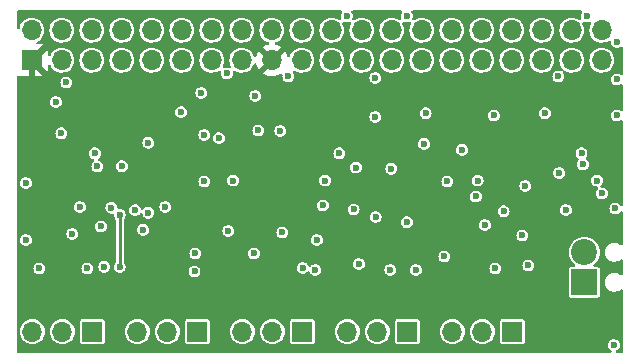
<source format=gbr>
G04 #@! TF.GenerationSoftware,KiCad,Pcbnew,8.0.8-8.0.8-0~ubuntu20.04.1*
G04 #@! TF.CreationDate,2025-01-21T23:34:14+05:30*
G04 #@! TF.ProjectId,hds_rpi,6864735f-7270-4692-9e6b-696361645f70,rev?*
G04 #@! TF.SameCoordinates,Original*
G04 #@! TF.FileFunction,Copper,L2,Inr*
G04 #@! TF.FilePolarity,Positive*
%FSLAX46Y46*%
G04 Gerber Fmt 4.6, Leading zero omitted, Abs format (unit mm)*
G04 Created by KiCad (PCBNEW 8.0.8-8.0.8-0~ubuntu20.04.1) date 2025-01-21 23:34:14*
%MOMM*%
%LPD*%
G01*
G04 APERTURE LIST*
G04 #@! TA.AperFunction,ComponentPad*
%ADD10R,1.700000X1.700000*%
G04 #@! TD*
G04 #@! TA.AperFunction,ComponentPad*
%ADD11O,1.700000X1.700000*%
G04 #@! TD*
G04 #@! TA.AperFunction,ComponentPad*
%ADD12R,2.200000X2.200000*%
G04 #@! TD*
G04 #@! TA.AperFunction,ComponentPad*
%ADD13C,2.200000*%
G04 #@! TD*
G04 #@! TA.AperFunction,ViaPad*
%ADD14C,0.600000*%
G04 #@! TD*
G04 #@! TA.AperFunction,Conductor*
%ADD15C,0.500000*%
G04 #@! TD*
G04 #@! TA.AperFunction,Conductor*
%ADD16C,0.250000*%
G04 #@! TD*
G04 APERTURE END LIST*
D10*
X97070000Y-78000000D03*
D11*
X94530000Y-78000000D03*
X91990000Y-78000000D03*
D10*
X88180000Y-78000000D03*
D11*
X85640000Y-78000000D03*
X83100000Y-78000000D03*
D12*
X129844800Y-73812400D03*
D13*
X129844800Y-71272400D03*
D10*
X105960000Y-78000000D03*
D11*
X103420000Y-78000000D03*
X100880000Y-78000000D03*
D10*
X114850000Y-78000000D03*
D11*
X112310000Y-78000000D03*
X109770000Y-78000000D03*
D10*
X123740000Y-78000000D03*
D11*
X121200000Y-78000000D03*
X118660000Y-78000000D03*
D10*
X83058000Y-55016400D03*
D11*
X83058000Y-52476400D03*
X85598000Y-55016400D03*
X85598000Y-52476400D03*
X88138000Y-55016400D03*
X88138000Y-52476400D03*
X90678000Y-55016400D03*
X90678000Y-52476400D03*
X93218000Y-55016400D03*
X93218000Y-52476400D03*
X95758000Y-55016400D03*
X95758000Y-52476400D03*
X98298000Y-55016400D03*
X98298000Y-52476400D03*
X100838000Y-55016400D03*
X100838000Y-52476400D03*
X103378000Y-55016400D03*
X103378000Y-52476400D03*
X105918000Y-55016400D03*
X105918000Y-52476400D03*
X108458000Y-55016400D03*
X108458000Y-52476400D03*
X110998000Y-55016400D03*
X110998000Y-52476400D03*
X113538000Y-55016400D03*
X113538000Y-52476400D03*
X116078000Y-55016400D03*
X116078000Y-52476400D03*
X118618000Y-55016400D03*
X118618000Y-52476400D03*
X121158000Y-55016400D03*
X121158000Y-52476400D03*
X123698000Y-55016400D03*
X123698000Y-52476400D03*
X126238000Y-55016400D03*
X126238000Y-52476400D03*
X128778000Y-55016400D03*
X128778000Y-52476400D03*
X131318000Y-55016400D03*
X131318000Y-52476400D03*
D14*
X104775000Y-56388000D03*
X124841000Y-65659000D03*
X97409000Y-57785000D03*
X82550000Y-65405000D03*
X83693000Y-72644000D03*
X104267000Y-69596000D03*
X86487000Y-69723000D03*
X101854000Y-71374000D03*
X82550000Y-70231000D03*
X132588000Y-53467000D03*
X107188000Y-70231000D03*
X117983000Y-71628000D03*
X132334000Y-79121000D03*
X99695000Y-69469000D03*
X128270000Y-67691000D03*
X125095000Y-72390000D03*
X113411000Y-72771000D03*
X102235000Y-60960000D03*
X130048000Y-51308000D03*
X124587000Y-69850000D03*
X120650000Y-66548000D03*
X132588000Y-56642000D03*
X107061000Y-72771000D03*
X114808000Y-51308000D03*
X132461000Y-67564000D03*
X85979000Y-56896000D03*
X109728000Y-51308000D03*
X87757000Y-72644000D03*
X96901000Y-71374000D03*
X99568000Y-56134000D03*
X122301000Y-72644000D03*
X101981000Y-58039000D03*
X112141000Y-56515000D03*
X115570000Y-72771000D03*
X122900000Y-62900000D03*
X108200000Y-70700000D03*
X132700000Y-62900000D03*
X102300000Y-62900000D03*
X87200000Y-70800000D03*
X112600000Y-62900000D03*
X92000000Y-62900000D03*
X82300000Y-62900000D03*
X87122000Y-67437000D03*
X107696000Y-67310000D03*
X127635000Y-56388000D03*
X118237000Y-65278000D03*
X127700000Y-64560588D03*
X97663000Y-65278000D03*
X89800000Y-67500000D03*
X89200000Y-72500000D03*
X90500000Y-68100000D03*
X96834310Y-72898000D03*
X90500000Y-72517000D03*
X106000000Y-72600000D03*
X91800000Y-67700000D03*
X92921702Y-67921702D03*
X114808000Y-68725000D03*
X123000000Y-67800000D03*
X110300000Y-67651000D03*
X85090000Y-58547000D03*
X88900000Y-69088000D03*
X88600000Y-64000000D03*
X92926861Y-62010518D03*
X85558000Y-61200000D03*
X90678837Y-63984094D03*
X119500000Y-62600000D03*
X100100000Y-65200000D03*
X107900000Y-65200000D03*
X116274998Y-62100000D03*
X109100000Y-62900000D03*
X116400000Y-59500000D03*
X120800000Y-65200000D03*
X130900000Y-65200000D03*
X126500000Y-59500000D03*
X88400000Y-62900000D03*
X95700000Y-59400000D03*
X98900000Y-61600000D03*
X110500000Y-64100000D03*
X104100000Y-61000000D03*
X129709124Y-63825001D03*
X113500000Y-64200000D03*
X129600000Y-62900000D03*
X112141000Y-59817000D03*
X94361000Y-67437000D03*
X112161771Y-68286000D03*
X92475000Y-69372702D03*
X122174000Y-59690000D03*
X121412000Y-68961000D03*
X97663000Y-61341000D03*
X131318000Y-66294000D03*
X110744000Y-72263000D03*
X132588000Y-59690000D03*
D15*
X83058000Y-62142000D02*
X82300000Y-62900000D01*
X83058000Y-55016400D02*
X83058000Y-62142000D01*
D16*
X90500000Y-68100000D02*
X90500000Y-72517000D01*
G04 #@! TA.AperFunction,Conductor*
G36*
X109307944Y-50812185D02*
G01*
X109353699Y-50864989D01*
X109363643Y-50934147D01*
X109334618Y-50997703D01*
X109302623Y-51034627D01*
X109302622Y-51034628D01*
X109242834Y-51165543D01*
X109222353Y-51308000D01*
X109242834Y-51450456D01*
X109247639Y-51460976D01*
X109257583Y-51530135D01*
X109228558Y-51593690D01*
X109169780Y-51631465D01*
X109099910Y-51631465D01*
X109056181Y-51608342D01*
X109050598Y-51603760D01*
X109044450Y-51598715D01*
X108861954Y-51501168D01*
X108663934Y-51441100D01*
X108663932Y-51441099D01*
X108663934Y-51441099D01*
X108458000Y-51420817D01*
X108252067Y-51441099D01*
X108054043Y-51501169D01*
X107943898Y-51560043D01*
X107871550Y-51598715D01*
X107871548Y-51598716D01*
X107871547Y-51598717D01*
X107711589Y-51729989D01*
X107580317Y-51889947D01*
X107482769Y-52072443D01*
X107422699Y-52270467D01*
X107402417Y-52476400D01*
X107422699Y-52682332D01*
X107452734Y-52781344D01*
X107482768Y-52880354D01*
X107580315Y-53062850D01*
X107580317Y-53062852D01*
X107711589Y-53222810D01*
X107808209Y-53302102D01*
X107871550Y-53354085D01*
X108054046Y-53451632D01*
X108252066Y-53511700D01*
X108252065Y-53511700D01*
X108270529Y-53513518D01*
X108458000Y-53531983D01*
X108663934Y-53511700D01*
X108861954Y-53451632D01*
X109044450Y-53354085D01*
X109204410Y-53222810D01*
X109335685Y-53062850D01*
X109433232Y-52880354D01*
X109493300Y-52682334D01*
X109513583Y-52476400D01*
X109493300Y-52270466D01*
X109433232Y-52072446D01*
X109363602Y-51942180D01*
X109349361Y-51873778D01*
X109374361Y-51808534D01*
X109430665Y-51767163D01*
X109500399Y-51762801D01*
X109509329Y-51765820D01*
X109509437Y-51765455D01*
X109656036Y-51808499D01*
X109656038Y-51808500D01*
X109656039Y-51808500D01*
X109799962Y-51808500D01*
X109799962Y-51808499D01*
X109863103Y-51789960D01*
X109946563Y-51765455D01*
X109947500Y-51768648D01*
X110000603Y-51760977D01*
X110064178Y-51789960D01*
X110101992Y-51848712D01*
X110102039Y-51918582D01*
X110092396Y-51942180D01*
X110022769Y-52072441D01*
X109962699Y-52270467D01*
X109942417Y-52476400D01*
X109962699Y-52682332D01*
X109992734Y-52781344D01*
X110022768Y-52880354D01*
X110120315Y-53062850D01*
X110120317Y-53062852D01*
X110251589Y-53222810D01*
X110348209Y-53302102D01*
X110411550Y-53354085D01*
X110594046Y-53451632D01*
X110792066Y-53511700D01*
X110792065Y-53511700D01*
X110810529Y-53513518D01*
X110998000Y-53531983D01*
X111203934Y-53511700D01*
X111401954Y-53451632D01*
X111584450Y-53354085D01*
X111744410Y-53222810D01*
X111875685Y-53062850D01*
X111973232Y-52880354D01*
X112033300Y-52682334D01*
X112053583Y-52476400D01*
X112033300Y-52270466D01*
X111973232Y-52072446D01*
X111875685Y-51889950D01*
X111776136Y-51768648D01*
X111744410Y-51729989D01*
X111596183Y-51608344D01*
X111584450Y-51598715D01*
X111401954Y-51501168D01*
X111203934Y-51441100D01*
X111203932Y-51441099D01*
X111203934Y-51441099D01*
X110998000Y-51420817D01*
X110792067Y-51441099D01*
X110594043Y-51501169D01*
X110411544Y-51598718D01*
X110399815Y-51608344D01*
X110335505Y-51635655D01*
X110266637Y-51623861D01*
X110215079Y-51576707D01*
X110197199Y-51509164D01*
X110208361Y-51460976D01*
X110213165Y-51450457D01*
X110233647Y-51308000D01*
X110213165Y-51165543D01*
X110153377Y-51034627D01*
X110121381Y-50997701D01*
X110092357Y-50934147D01*
X110102301Y-50864989D01*
X110148056Y-50812185D01*
X110215095Y-50792500D01*
X114320905Y-50792500D01*
X114387944Y-50812185D01*
X114433699Y-50864989D01*
X114443643Y-50934147D01*
X114414618Y-50997703D01*
X114382623Y-51034627D01*
X114382622Y-51034628D01*
X114322834Y-51165543D01*
X114302353Y-51308000D01*
X114322834Y-51450456D01*
X114327639Y-51460976D01*
X114337583Y-51530135D01*
X114308558Y-51593690D01*
X114249780Y-51631465D01*
X114179910Y-51631465D01*
X114136181Y-51608342D01*
X114130598Y-51603760D01*
X114124450Y-51598715D01*
X113941954Y-51501168D01*
X113743934Y-51441100D01*
X113743932Y-51441099D01*
X113743934Y-51441099D01*
X113538000Y-51420817D01*
X113332067Y-51441099D01*
X113134043Y-51501169D01*
X113023898Y-51560043D01*
X112951550Y-51598715D01*
X112951548Y-51598716D01*
X112951547Y-51598717D01*
X112791589Y-51729989D01*
X112660317Y-51889947D01*
X112562769Y-52072443D01*
X112502699Y-52270467D01*
X112482417Y-52476400D01*
X112502699Y-52682332D01*
X112532734Y-52781344D01*
X112562768Y-52880354D01*
X112660315Y-53062850D01*
X112660317Y-53062852D01*
X112791589Y-53222810D01*
X112888209Y-53302102D01*
X112951550Y-53354085D01*
X113134046Y-53451632D01*
X113332066Y-53511700D01*
X113332065Y-53511700D01*
X113350529Y-53513518D01*
X113538000Y-53531983D01*
X113743934Y-53511700D01*
X113941954Y-53451632D01*
X114124450Y-53354085D01*
X114284410Y-53222810D01*
X114415685Y-53062850D01*
X114513232Y-52880354D01*
X114573300Y-52682334D01*
X114593583Y-52476400D01*
X114573300Y-52270466D01*
X114513232Y-52072446D01*
X114443602Y-51942180D01*
X114429361Y-51873778D01*
X114454361Y-51808534D01*
X114510665Y-51767163D01*
X114580399Y-51762801D01*
X114589329Y-51765820D01*
X114589437Y-51765455D01*
X114736036Y-51808499D01*
X114736038Y-51808500D01*
X114736039Y-51808500D01*
X114879962Y-51808500D01*
X114879962Y-51808499D01*
X114943103Y-51789960D01*
X115026563Y-51765455D01*
X115027500Y-51768648D01*
X115080603Y-51760977D01*
X115144178Y-51789960D01*
X115181992Y-51848712D01*
X115182039Y-51918582D01*
X115172396Y-51942180D01*
X115102769Y-52072441D01*
X115042699Y-52270467D01*
X115022417Y-52476400D01*
X115042699Y-52682332D01*
X115072734Y-52781344D01*
X115102768Y-52880354D01*
X115200315Y-53062850D01*
X115200317Y-53062852D01*
X115331589Y-53222810D01*
X115428209Y-53302102D01*
X115491550Y-53354085D01*
X115674046Y-53451632D01*
X115872066Y-53511700D01*
X115872065Y-53511700D01*
X115890529Y-53513518D01*
X116078000Y-53531983D01*
X116283934Y-53511700D01*
X116481954Y-53451632D01*
X116664450Y-53354085D01*
X116824410Y-53222810D01*
X116955685Y-53062850D01*
X117053232Y-52880354D01*
X117113300Y-52682334D01*
X117133583Y-52476400D01*
X117562417Y-52476400D01*
X117582699Y-52682332D01*
X117612734Y-52781344D01*
X117642768Y-52880354D01*
X117740315Y-53062850D01*
X117740317Y-53062852D01*
X117871589Y-53222810D01*
X117968209Y-53302102D01*
X118031550Y-53354085D01*
X118214046Y-53451632D01*
X118412066Y-53511700D01*
X118412065Y-53511700D01*
X118430529Y-53513518D01*
X118618000Y-53531983D01*
X118823934Y-53511700D01*
X119021954Y-53451632D01*
X119204450Y-53354085D01*
X119364410Y-53222810D01*
X119495685Y-53062850D01*
X119593232Y-52880354D01*
X119653300Y-52682334D01*
X119673583Y-52476400D01*
X120102417Y-52476400D01*
X120122699Y-52682332D01*
X120152734Y-52781344D01*
X120182768Y-52880354D01*
X120280315Y-53062850D01*
X120280317Y-53062852D01*
X120411589Y-53222810D01*
X120508209Y-53302102D01*
X120571550Y-53354085D01*
X120754046Y-53451632D01*
X120952066Y-53511700D01*
X120952065Y-53511700D01*
X120970529Y-53513518D01*
X121158000Y-53531983D01*
X121363934Y-53511700D01*
X121561954Y-53451632D01*
X121744450Y-53354085D01*
X121904410Y-53222810D01*
X122035685Y-53062850D01*
X122133232Y-52880354D01*
X122193300Y-52682334D01*
X122213583Y-52476400D01*
X122642417Y-52476400D01*
X122662699Y-52682332D01*
X122692734Y-52781344D01*
X122722768Y-52880354D01*
X122820315Y-53062850D01*
X122820317Y-53062852D01*
X122951589Y-53222810D01*
X123048209Y-53302102D01*
X123111550Y-53354085D01*
X123294046Y-53451632D01*
X123492066Y-53511700D01*
X123492065Y-53511700D01*
X123510529Y-53513518D01*
X123698000Y-53531983D01*
X123903934Y-53511700D01*
X124101954Y-53451632D01*
X124284450Y-53354085D01*
X124444410Y-53222810D01*
X124575685Y-53062850D01*
X124673232Y-52880354D01*
X124733300Y-52682334D01*
X124753583Y-52476400D01*
X125182417Y-52476400D01*
X125202699Y-52682332D01*
X125232734Y-52781344D01*
X125262768Y-52880354D01*
X125360315Y-53062850D01*
X125360317Y-53062852D01*
X125491589Y-53222810D01*
X125588209Y-53302102D01*
X125651550Y-53354085D01*
X125834046Y-53451632D01*
X126032066Y-53511700D01*
X126032065Y-53511700D01*
X126050529Y-53513518D01*
X126238000Y-53531983D01*
X126443934Y-53511700D01*
X126641954Y-53451632D01*
X126824450Y-53354085D01*
X126984410Y-53222810D01*
X127115685Y-53062850D01*
X127213232Y-52880354D01*
X127273300Y-52682334D01*
X127293583Y-52476400D01*
X127273300Y-52270466D01*
X127213232Y-52072446D01*
X127115685Y-51889950D01*
X127016136Y-51768648D01*
X126984410Y-51729989D01*
X126836183Y-51608344D01*
X126824450Y-51598715D01*
X126641954Y-51501168D01*
X126443934Y-51441100D01*
X126443932Y-51441099D01*
X126443934Y-51441099D01*
X126238000Y-51420817D01*
X126032067Y-51441099D01*
X125834043Y-51501169D01*
X125723898Y-51560043D01*
X125651550Y-51598715D01*
X125651548Y-51598716D01*
X125651547Y-51598717D01*
X125491589Y-51729989D01*
X125360317Y-51889947D01*
X125262769Y-52072443D01*
X125202699Y-52270467D01*
X125182417Y-52476400D01*
X124753583Y-52476400D01*
X124733300Y-52270466D01*
X124673232Y-52072446D01*
X124575685Y-51889950D01*
X124476136Y-51768648D01*
X124444410Y-51729989D01*
X124296183Y-51608344D01*
X124284450Y-51598715D01*
X124101954Y-51501168D01*
X123903934Y-51441100D01*
X123903932Y-51441099D01*
X123903934Y-51441099D01*
X123698000Y-51420817D01*
X123492067Y-51441099D01*
X123294043Y-51501169D01*
X123183898Y-51560043D01*
X123111550Y-51598715D01*
X123111548Y-51598716D01*
X123111547Y-51598717D01*
X122951589Y-51729989D01*
X122820317Y-51889947D01*
X122722769Y-52072443D01*
X122662699Y-52270467D01*
X122642417Y-52476400D01*
X122213583Y-52476400D01*
X122193300Y-52270466D01*
X122133232Y-52072446D01*
X122035685Y-51889950D01*
X121936136Y-51768648D01*
X121904410Y-51729989D01*
X121756183Y-51608344D01*
X121744450Y-51598715D01*
X121561954Y-51501168D01*
X121363934Y-51441100D01*
X121363932Y-51441099D01*
X121363934Y-51441099D01*
X121158000Y-51420817D01*
X120952067Y-51441099D01*
X120754043Y-51501169D01*
X120643898Y-51560043D01*
X120571550Y-51598715D01*
X120571548Y-51598716D01*
X120571547Y-51598717D01*
X120411589Y-51729989D01*
X120280317Y-51889947D01*
X120182769Y-52072443D01*
X120122699Y-52270467D01*
X120102417Y-52476400D01*
X119673583Y-52476400D01*
X119653300Y-52270466D01*
X119593232Y-52072446D01*
X119495685Y-51889950D01*
X119396136Y-51768648D01*
X119364410Y-51729989D01*
X119216183Y-51608344D01*
X119204450Y-51598715D01*
X119021954Y-51501168D01*
X118823934Y-51441100D01*
X118823932Y-51441099D01*
X118823934Y-51441099D01*
X118618000Y-51420817D01*
X118412067Y-51441099D01*
X118214043Y-51501169D01*
X118103898Y-51560043D01*
X118031550Y-51598715D01*
X118031548Y-51598716D01*
X118031547Y-51598717D01*
X117871589Y-51729989D01*
X117740317Y-51889947D01*
X117642769Y-52072443D01*
X117582699Y-52270467D01*
X117562417Y-52476400D01*
X117133583Y-52476400D01*
X117113300Y-52270466D01*
X117053232Y-52072446D01*
X116955685Y-51889950D01*
X116856136Y-51768648D01*
X116824410Y-51729989D01*
X116676183Y-51608344D01*
X116664450Y-51598715D01*
X116481954Y-51501168D01*
X116283934Y-51441100D01*
X116283932Y-51441099D01*
X116283934Y-51441099D01*
X116078000Y-51420817D01*
X115872067Y-51441099D01*
X115674043Y-51501169D01*
X115491544Y-51598718D01*
X115479815Y-51608344D01*
X115415505Y-51635655D01*
X115346637Y-51623861D01*
X115295079Y-51576707D01*
X115277199Y-51509164D01*
X115288361Y-51460976D01*
X115293165Y-51450457D01*
X115313647Y-51308000D01*
X115293165Y-51165543D01*
X115233377Y-51034627D01*
X115201381Y-50997701D01*
X115172357Y-50934147D01*
X115182301Y-50864989D01*
X115228056Y-50812185D01*
X115295095Y-50792500D01*
X129560905Y-50792500D01*
X129627944Y-50812185D01*
X129673699Y-50864989D01*
X129683643Y-50934147D01*
X129654618Y-50997703D01*
X129622623Y-51034627D01*
X129622622Y-51034628D01*
X129562834Y-51165543D01*
X129542353Y-51308000D01*
X129562834Y-51450456D01*
X129567639Y-51460976D01*
X129577583Y-51530135D01*
X129548558Y-51593690D01*
X129489780Y-51631465D01*
X129419910Y-51631465D01*
X129376181Y-51608342D01*
X129370598Y-51603760D01*
X129364450Y-51598715D01*
X129181954Y-51501168D01*
X128983934Y-51441100D01*
X128983932Y-51441099D01*
X128983934Y-51441099D01*
X128778000Y-51420817D01*
X128572067Y-51441099D01*
X128374043Y-51501169D01*
X128263898Y-51560043D01*
X128191550Y-51598715D01*
X128191548Y-51598716D01*
X128191547Y-51598717D01*
X128031589Y-51729989D01*
X127900317Y-51889947D01*
X127802769Y-52072443D01*
X127742699Y-52270467D01*
X127722417Y-52476400D01*
X127742699Y-52682332D01*
X127772734Y-52781344D01*
X127802768Y-52880354D01*
X127900315Y-53062850D01*
X127900317Y-53062852D01*
X128031589Y-53222810D01*
X128128209Y-53302102D01*
X128191550Y-53354085D01*
X128374046Y-53451632D01*
X128572066Y-53511700D01*
X128572065Y-53511700D01*
X128590529Y-53513518D01*
X128778000Y-53531983D01*
X128983934Y-53511700D01*
X129181954Y-53451632D01*
X129364450Y-53354085D01*
X129524410Y-53222810D01*
X129655685Y-53062850D01*
X129753232Y-52880354D01*
X129813300Y-52682334D01*
X129833583Y-52476400D01*
X129813300Y-52270466D01*
X129753232Y-52072446D01*
X129683602Y-51942180D01*
X129669361Y-51873778D01*
X129694361Y-51808534D01*
X129750665Y-51767163D01*
X129820399Y-51762801D01*
X129829329Y-51765820D01*
X129829437Y-51765455D01*
X129976036Y-51808499D01*
X129976038Y-51808500D01*
X129976039Y-51808500D01*
X130119962Y-51808500D01*
X130119962Y-51808499D01*
X130183103Y-51789960D01*
X130266563Y-51765455D01*
X130267500Y-51768648D01*
X130320603Y-51760977D01*
X130384178Y-51789960D01*
X130421992Y-51848712D01*
X130422039Y-51918582D01*
X130412396Y-51942180D01*
X130342769Y-52072441D01*
X130282699Y-52270467D01*
X130262417Y-52476400D01*
X130282699Y-52682332D01*
X130312734Y-52781344D01*
X130342768Y-52880354D01*
X130440315Y-53062850D01*
X130440317Y-53062852D01*
X130571589Y-53222810D01*
X130668209Y-53302102D01*
X130731550Y-53354085D01*
X130914046Y-53451632D01*
X131112066Y-53511700D01*
X131112065Y-53511700D01*
X131130529Y-53513518D01*
X131318000Y-53531983D01*
X131523934Y-53511700D01*
X131721954Y-53451632D01*
X131899900Y-53356516D01*
X131968302Y-53342275D01*
X132033546Y-53367275D01*
X132074917Y-53423579D01*
X132081009Y-53458233D01*
X132081091Y-53458222D01*
X132081465Y-53460827D01*
X132082353Y-53465875D01*
X132082353Y-53466999D01*
X132102834Y-53609456D01*
X132142073Y-53695375D01*
X132162623Y-53740373D01*
X132256872Y-53849143D01*
X132377947Y-53926953D01*
X132377950Y-53926954D01*
X132377949Y-53926954D01*
X132516036Y-53967499D01*
X132516038Y-53967500D01*
X132516039Y-53967500D01*
X132659962Y-53967500D01*
X132659962Y-53967499D01*
X132798050Y-53926954D01*
X132798051Y-53926954D01*
X132837701Y-53901473D01*
X132912460Y-53853427D01*
X132979500Y-53833743D01*
X133046539Y-53853427D01*
X133092294Y-53906231D01*
X133103500Y-53957743D01*
X133103500Y-56151256D01*
X133083815Y-56218295D01*
X133031011Y-56264050D01*
X132961853Y-56273994D01*
X132912461Y-56255572D01*
X132843581Y-56211306D01*
X132798053Y-56182047D01*
X132798051Y-56182046D01*
X132798049Y-56182045D01*
X132798050Y-56182045D01*
X132659963Y-56141500D01*
X132659961Y-56141500D01*
X132516039Y-56141500D01*
X132516036Y-56141500D01*
X132377949Y-56182045D01*
X132256873Y-56259856D01*
X132162623Y-56368626D01*
X132162622Y-56368628D01*
X132102834Y-56499543D01*
X132082353Y-56642000D01*
X132102834Y-56784456D01*
X132162622Y-56915371D01*
X132162623Y-56915373D01*
X132256872Y-57024143D01*
X132377947Y-57101953D01*
X132377950Y-57101954D01*
X132377949Y-57101954D01*
X132516036Y-57142499D01*
X132516038Y-57142500D01*
X132516039Y-57142500D01*
X132659962Y-57142500D01*
X132659962Y-57142499D01*
X132798050Y-57101954D01*
X132798051Y-57101954D01*
X132912460Y-57028428D01*
X132979500Y-57008743D01*
X133046539Y-57028427D01*
X133092294Y-57081231D01*
X133103500Y-57132743D01*
X133103500Y-59199256D01*
X133083815Y-59266295D01*
X133031011Y-59312050D01*
X132961853Y-59321994D01*
X132912461Y-59303572D01*
X132854456Y-59266295D01*
X132798053Y-59230047D01*
X132798051Y-59230046D01*
X132798049Y-59230045D01*
X132798050Y-59230045D01*
X132659963Y-59189500D01*
X132659961Y-59189500D01*
X132516039Y-59189500D01*
X132516036Y-59189500D01*
X132377949Y-59230045D01*
X132256873Y-59307856D01*
X132162623Y-59416626D01*
X132162622Y-59416628D01*
X132102834Y-59547543D01*
X132082353Y-59690000D01*
X132102834Y-59832456D01*
X132162622Y-59963371D01*
X132162623Y-59963373D01*
X132256872Y-60072143D01*
X132377947Y-60149953D01*
X132377950Y-60149954D01*
X132377949Y-60149954D01*
X132516036Y-60190499D01*
X132516038Y-60190500D01*
X132516039Y-60190500D01*
X132659962Y-60190500D01*
X132659962Y-60190499D01*
X132798050Y-60149954D01*
X132798051Y-60149954D01*
X132890762Y-60090373D01*
X132912460Y-60076427D01*
X132979500Y-60056743D01*
X133046539Y-60076427D01*
X133092294Y-60129231D01*
X133103500Y-60180743D01*
X133103500Y-67208743D01*
X133083815Y-67275782D01*
X133031011Y-67321537D01*
X132961853Y-67331481D01*
X132898297Y-67302456D01*
X132885787Y-67289946D01*
X132867512Y-67268856D01*
X132792128Y-67181857D01*
X132671053Y-67104047D01*
X132671051Y-67104046D01*
X132671049Y-67104045D01*
X132671050Y-67104045D01*
X132532963Y-67063500D01*
X132532961Y-67063500D01*
X132389039Y-67063500D01*
X132389036Y-67063500D01*
X132250949Y-67104045D01*
X132129873Y-67181856D01*
X132035623Y-67290626D01*
X132035622Y-67290628D01*
X131975834Y-67421543D01*
X131955353Y-67564000D01*
X131975834Y-67706456D01*
X132030715Y-67826626D01*
X132035623Y-67837373D01*
X132129872Y-67946143D01*
X132250947Y-68023953D01*
X132250950Y-68023954D01*
X132250949Y-68023954D01*
X132358107Y-68055417D01*
X132387874Y-68064158D01*
X132389036Y-68064499D01*
X132389038Y-68064500D01*
X132389039Y-68064500D01*
X132532962Y-68064500D01*
X132532962Y-68064499D01*
X132671053Y-68023953D01*
X132792128Y-67946143D01*
X132885787Y-67838054D01*
X132944565Y-67800279D01*
X133014434Y-67800279D01*
X133073213Y-67838053D01*
X133102238Y-67901608D01*
X133103500Y-67919256D01*
X133103500Y-70559659D01*
X133083815Y-70626698D01*
X133031011Y-70672453D01*
X132961853Y-70682397D01*
X132900048Y-70654171D01*
X132899799Y-70654476D01*
X132898650Y-70653533D01*
X132898297Y-70653372D01*
X132897132Y-70652287D01*
X132895088Y-70650610D01*
X132763985Y-70563009D01*
X132763972Y-70563002D01*
X132618301Y-70502664D01*
X132618289Y-70502661D01*
X132463645Y-70471900D01*
X132463642Y-70471900D01*
X132305958Y-70471900D01*
X132305955Y-70471900D01*
X132151310Y-70502661D01*
X132151298Y-70502664D01*
X132005627Y-70563002D01*
X132005614Y-70563009D01*
X131874511Y-70650610D01*
X131874507Y-70650613D01*
X131763013Y-70762107D01*
X131763010Y-70762111D01*
X131675409Y-70893214D01*
X131675402Y-70893227D01*
X131615064Y-71038898D01*
X131615061Y-71038910D01*
X131584300Y-71193553D01*
X131584300Y-71351246D01*
X131615061Y-71505889D01*
X131615064Y-71505901D01*
X131675402Y-71651572D01*
X131675409Y-71651585D01*
X131763010Y-71782688D01*
X131763013Y-71782692D01*
X131874507Y-71894186D01*
X131874511Y-71894189D01*
X132005614Y-71981790D01*
X132005627Y-71981797D01*
X132146252Y-72040045D01*
X132151303Y-72042137D01*
X132305953Y-72072899D01*
X132305956Y-72072900D01*
X132305958Y-72072900D01*
X132463644Y-72072900D01*
X132463645Y-72072899D01*
X132618297Y-72042137D01*
X132763979Y-71981794D01*
X132895089Y-71894189D01*
X132895093Y-71894184D01*
X132899799Y-71890324D01*
X132901373Y-71892242D01*
X132953142Y-71863975D01*
X133022834Y-71868959D01*
X133078767Y-71910831D01*
X133103184Y-71976295D01*
X133103500Y-71985141D01*
X133103500Y-73099659D01*
X133083815Y-73166698D01*
X133031011Y-73212453D01*
X132961853Y-73222397D01*
X132900048Y-73194171D01*
X132899799Y-73194476D01*
X132898650Y-73193533D01*
X132898297Y-73193372D01*
X132897132Y-73192287D01*
X132895088Y-73190610D01*
X132763985Y-73103009D01*
X132763972Y-73103002D01*
X132618301Y-73042664D01*
X132618289Y-73042661D01*
X132463645Y-73011900D01*
X132463642Y-73011900D01*
X132305958Y-73011900D01*
X132305955Y-73011900D01*
X132151310Y-73042661D01*
X132151298Y-73042664D01*
X132005627Y-73103002D01*
X132005614Y-73103009D01*
X131874511Y-73190610D01*
X131874507Y-73190613D01*
X131763013Y-73302107D01*
X131763010Y-73302111D01*
X131675409Y-73433214D01*
X131675402Y-73433227D01*
X131615064Y-73578898D01*
X131615061Y-73578910D01*
X131584300Y-73733553D01*
X131584300Y-73891246D01*
X131615061Y-74045889D01*
X131615064Y-74045901D01*
X131675402Y-74191572D01*
X131675409Y-74191585D01*
X131763010Y-74322688D01*
X131763013Y-74322692D01*
X131874507Y-74434186D01*
X131874511Y-74434189D01*
X132005614Y-74521790D01*
X132005627Y-74521797D01*
X132151298Y-74582135D01*
X132151303Y-74582137D01*
X132305953Y-74612899D01*
X132305956Y-74612900D01*
X132305958Y-74612900D01*
X132463644Y-74612900D01*
X132463645Y-74612899D01*
X132618297Y-74582137D01*
X132763979Y-74521794D01*
X132895089Y-74434189D01*
X132895093Y-74434184D01*
X132899799Y-74430324D01*
X132901373Y-74432242D01*
X132953142Y-74403975D01*
X133022834Y-74408959D01*
X133078767Y-74450831D01*
X133103184Y-74516295D01*
X133103500Y-74525141D01*
X133103500Y-79667500D01*
X133083815Y-79734539D01*
X133031011Y-79780294D01*
X132979500Y-79791500D01*
X132638741Y-79791500D01*
X132571702Y-79771815D01*
X132525947Y-79719011D01*
X132516003Y-79649853D01*
X132545028Y-79586297D01*
X132571702Y-79563184D01*
X132665128Y-79503143D01*
X132759377Y-79394373D01*
X132819165Y-79263457D01*
X132839647Y-79121000D01*
X132819165Y-78978543D01*
X132759377Y-78847627D01*
X132665128Y-78738857D01*
X132544053Y-78661047D01*
X132544051Y-78661046D01*
X132544049Y-78661045D01*
X132544050Y-78661045D01*
X132405963Y-78620500D01*
X132405961Y-78620500D01*
X132262039Y-78620500D01*
X132262036Y-78620500D01*
X132123949Y-78661045D01*
X132002873Y-78738856D01*
X131908623Y-78847626D01*
X131908622Y-78847628D01*
X131848834Y-78978543D01*
X131828353Y-79121000D01*
X131848834Y-79263456D01*
X131908622Y-79394371D01*
X131908623Y-79394373D01*
X132002872Y-79503143D01*
X132096298Y-79563184D01*
X132142053Y-79615988D01*
X132151997Y-79685147D01*
X132122972Y-79748703D01*
X132064194Y-79786477D01*
X132029259Y-79791500D01*
X81904500Y-79791500D01*
X81837461Y-79771815D01*
X81791706Y-79719011D01*
X81780500Y-79667500D01*
X81780500Y-78000000D01*
X82044417Y-78000000D01*
X82064699Y-78205932D01*
X82064700Y-78205934D01*
X82124768Y-78403954D01*
X82222315Y-78586450D01*
X82222317Y-78586452D01*
X82353589Y-78746410D01*
X82450209Y-78825702D01*
X82513550Y-78877685D01*
X82696046Y-78975232D01*
X82894066Y-79035300D01*
X82894065Y-79035300D01*
X82912529Y-79037118D01*
X83100000Y-79055583D01*
X83305934Y-79035300D01*
X83503954Y-78975232D01*
X83686450Y-78877685D01*
X83846410Y-78746410D01*
X83977685Y-78586450D01*
X84075232Y-78403954D01*
X84135300Y-78205934D01*
X84155583Y-78000000D01*
X84584417Y-78000000D01*
X84604699Y-78205932D01*
X84604700Y-78205934D01*
X84664768Y-78403954D01*
X84762315Y-78586450D01*
X84762317Y-78586452D01*
X84893589Y-78746410D01*
X84990209Y-78825702D01*
X85053550Y-78877685D01*
X85236046Y-78975232D01*
X85434066Y-79035300D01*
X85434065Y-79035300D01*
X85452529Y-79037118D01*
X85640000Y-79055583D01*
X85845934Y-79035300D01*
X86043954Y-78975232D01*
X86226450Y-78877685D01*
X86386410Y-78746410D01*
X86517685Y-78586450D01*
X86615232Y-78403954D01*
X86675300Y-78205934D01*
X86695583Y-78000000D01*
X86675300Y-77794066D01*
X86615232Y-77596046D01*
X86517685Y-77413550D01*
X86465702Y-77350209D01*
X86386410Y-77253589D01*
X86236121Y-77130252D01*
X86236115Y-77130247D01*
X87129500Y-77130247D01*
X87129500Y-78869752D01*
X87141131Y-78928229D01*
X87141132Y-78928230D01*
X87185447Y-78994552D01*
X87251769Y-79038867D01*
X87251770Y-79038868D01*
X87310247Y-79050499D01*
X87310250Y-79050500D01*
X87310252Y-79050500D01*
X89049750Y-79050500D01*
X89049751Y-79050499D01*
X89064568Y-79047552D01*
X89108229Y-79038868D01*
X89108229Y-79038867D01*
X89108231Y-79038867D01*
X89174552Y-78994552D01*
X89218867Y-78928231D01*
X89218867Y-78928229D01*
X89218868Y-78928229D01*
X89230499Y-78869752D01*
X89230500Y-78869750D01*
X89230500Y-78000000D01*
X90934417Y-78000000D01*
X90954699Y-78205932D01*
X90954700Y-78205934D01*
X91014768Y-78403954D01*
X91112315Y-78586450D01*
X91112317Y-78586452D01*
X91243589Y-78746410D01*
X91340209Y-78825702D01*
X91403550Y-78877685D01*
X91586046Y-78975232D01*
X91784066Y-79035300D01*
X91784065Y-79035300D01*
X91802529Y-79037118D01*
X91990000Y-79055583D01*
X92195934Y-79035300D01*
X92393954Y-78975232D01*
X92576450Y-78877685D01*
X92736410Y-78746410D01*
X92867685Y-78586450D01*
X92965232Y-78403954D01*
X93025300Y-78205934D01*
X93045583Y-78000000D01*
X93474417Y-78000000D01*
X93494699Y-78205932D01*
X93494700Y-78205934D01*
X93554768Y-78403954D01*
X93652315Y-78586450D01*
X93652317Y-78586452D01*
X93783589Y-78746410D01*
X93880209Y-78825702D01*
X93943550Y-78877685D01*
X94126046Y-78975232D01*
X94324066Y-79035300D01*
X94324065Y-79035300D01*
X94342529Y-79037118D01*
X94530000Y-79055583D01*
X94735934Y-79035300D01*
X94933954Y-78975232D01*
X95116450Y-78877685D01*
X95276410Y-78746410D01*
X95407685Y-78586450D01*
X95505232Y-78403954D01*
X95565300Y-78205934D01*
X95585583Y-78000000D01*
X95565300Y-77794066D01*
X95505232Y-77596046D01*
X95407685Y-77413550D01*
X95355702Y-77350209D01*
X95276410Y-77253589D01*
X95126121Y-77130252D01*
X95126115Y-77130247D01*
X96019500Y-77130247D01*
X96019500Y-78869752D01*
X96031131Y-78928229D01*
X96031132Y-78928230D01*
X96075447Y-78994552D01*
X96141769Y-79038867D01*
X96141770Y-79038868D01*
X96200247Y-79050499D01*
X96200250Y-79050500D01*
X96200252Y-79050500D01*
X97939750Y-79050500D01*
X97939751Y-79050499D01*
X97954568Y-79047552D01*
X97998229Y-79038868D01*
X97998229Y-79038867D01*
X97998231Y-79038867D01*
X98064552Y-78994552D01*
X98108867Y-78928231D01*
X98108867Y-78928229D01*
X98108868Y-78928229D01*
X98120499Y-78869752D01*
X98120500Y-78869750D01*
X98120500Y-78000000D01*
X99824417Y-78000000D01*
X99844699Y-78205932D01*
X99844700Y-78205934D01*
X99904768Y-78403954D01*
X100002315Y-78586450D01*
X100002317Y-78586452D01*
X100133589Y-78746410D01*
X100230209Y-78825702D01*
X100293550Y-78877685D01*
X100476046Y-78975232D01*
X100674066Y-79035300D01*
X100674065Y-79035300D01*
X100692529Y-79037118D01*
X100880000Y-79055583D01*
X101085934Y-79035300D01*
X101283954Y-78975232D01*
X101466450Y-78877685D01*
X101626410Y-78746410D01*
X101757685Y-78586450D01*
X101855232Y-78403954D01*
X101915300Y-78205934D01*
X101935583Y-78000000D01*
X102364417Y-78000000D01*
X102384699Y-78205932D01*
X102384700Y-78205934D01*
X102444768Y-78403954D01*
X102542315Y-78586450D01*
X102542317Y-78586452D01*
X102673589Y-78746410D01*
X102770209Y-78825702D01*
X102833550Y-78877685D01*
X103016046Y-78975232D01*
X103214066Y-79035300D01*
X103214065Y-79035300D01*
X103232529Y-79037118D01*
X103420000Y-79055583D01*
X103625934Y-79035300D01*
X103823954Y-78975232D01*
X104006450Y-78877685D01*
X104166410Y-78746410D01*
X104297685Y-78586450D01*
X104395232Y-78403954D01*
X104455300Y-78205934D01*
X104475583Y-78000000D01*
X104455300Y-77794066D01*
X104395232Y-77596046D01*
X104297685Y-77413550D01*
X104245702Y-77350209D01*
X104166410Y-77253589D01*
X104016121Y-77130252D01*
X104016115Y-77130247D01*
X104909500Y-77130247D01*
X104909500Y-78869752D01*
X104921131Y-78928229D01*
X104921132Y-78928230D01*
X104965447Y-78994552D01*
X105031769Y-79038867D01*
X105031770Y-79038868D01*
X105090247Y-79050499D01*
X105090250Y-79050500D01*
X105090252Y-79050500D01*
X106829750Y-79050500D01*
X106829751Y-79050499D01*
X106844568Y-79047552D01*
X106888229Y-79038868D01*
X106888229Y-79038867D01*
X106888231Y-79038867D01*
X106954552Y-78994552D01*
X106998867Y-78928231D01*
X106998867Y-78928229D01*
X106998868Y-78928229D01*
X107010499Y-78869752D01*
X107010500Y-78869750D01*
X107010500Y-78000000D01*
X108714417Y-78000000D01*
X108734699Y-78205932D01*
X108734700Y-78205934D01*
X108794768Y-78403954D01*
X108892315Y-78586450D01*
X108892317Y-78586452D01*
X109023589Y-78746410D01*
X109120209Y-78825702D01*
X109183550Y-78877685D01*
X109366046Y-78975232D01*
X109564066Y-79035300D01*
X109564065Y-79035300D01*
X109582529Y-79037118D01*
X109770000Y-79055583D01*
X109975934Y-79035300D01*
X110173954Y-78975232D01*
X110356450Y-78877685D01*
X110516410Y-78746410D01*
X110647685Y-78586450D01*
X110745232Y-78403954D01*
X110805300Y-78205934D01*
X110825583Y-78000000D01*
X111254417Y-78000000D01*
X111274699Y-78205932D01*
X111274700Y-78205934D01*
X111334768Y-78403954D01*
X111432315Y-78586450D01*
X111432317Y-78586452D01*
X111563589Y-78746410D01*
X111660209Y-78825702D01*
X111723550Y-78877685D01*
X111906046Y-78975232D01*
X112104066Y-79035300D01*
X112104065Y-79035300D01*
X112122529Y-79037118D01*
X112310000Y-79055583D01*
X112515934Y-79035300D01*
X112713954Y-78975232D01*
X112896450Y-78877685D01*
X113056410Y-78746410D01*
X113187685Y-78586450D01*
X113285232Y-78403954D01*
X113345300Y-78205934D01*
X113365583Y-78000000D01*
X113345300Y-77794066D01*
X113285232Y-77596046D01*
X113187685Y-77413550D01*
X113135702Y-77350209D01*
X113056410Y-77253589D01*
X112906121Y-77130252D01*
X112906115Y-77130247D01*
X113799500Y-77130247D01*
X113799500Y-78869752D01*
X113811131Y-78928229D01*
X113811132Y-78928230D01*
X113855447Y-78994552D01*
X113921769Y-79038867D01*
X113921770Y-79038868D01*
X113980247Y-79050499D01*
X113980250Y-79050500D01*
X113980252Y-79050500D01*
X115719750Y-79050500D01*
X115719751Y-79050499D01*
X115734568Y-79047552D01*
X115778229Y-79038868D01*
X115778229Y-79038867D01*
X115778231Y-79038867D01*
X115844552Y-78994552D01*
X115888867Y-78928231D01*
X115888867Y-78928229D01*
X115888868Y-78928229D01*
X115900499Y-78869752D01*
X115900500Y-78869750D01*
X115900500Y-78000000D01*
X117604417Y-78000000D01*
X117624699Y-78205932D01*
X117624700Y-78205934D01*
X117684768Y-78403954D01*
X117782315Y-78586450D01*
X117782317Y-78586452D01*
X117913589Y-78746410D01*
X118010209Y-78825702D01*
X118073550Y-78877685D01*
X118256046Y-78975232D01*
X118454066Y-79035300D01*
X118454065Y-79035300D01*
X118472529Y-79037118D01*
X118660000Y-79055583D01*
X118865934Y-79035300D01*
X119063954Y-78975232D01*
X119246450Y-78877685D01*
X119406410Y-78746410D01*
X119537685Y-78586450D01*
X119635232Y-78403954D01*
X119695300Y-78205934D01*
X119715583Y-78000000D01*
X120144417Y-78000000D01*
X120164699Y-78205932D01*
X120164700Y-78205934D01*
X120224768Y-78403954D01*
X120322315Y-78586450D01*
X120322317Y-78586452D01*
X120453589Y-78746410D01*
X120550209Y-78825702D01*
X120613550Y-78877685D01*
X120796046Y-78975232D01*
X120994066Y-79035300D01*
X120994065Y-79035300D01*
X121012529Y-79037118D01*
X121200000Y-79055583D01*
X121405934Y-79035300D01*
X121603954Y-78975232D01*
X121786450Y-78877685D01*
X121946410Y-78746410D01*
X122077685Y-78586450D01*
X122175232Y-78403954D01*
X122235300Y-78205934D01*
X122255583Y-78000000D01*
X122235300Y-77794066D01*
X122175232Y-77596046D01*
X122077685Y-77413550D01*
X122025702Y-77350209D01*
X121946410Y-77253589D01*
X121796121Y-77130252D01*
X121796115Y-77130247D01*
X122689500Y-77130247D01*
X122689500Y-78869752D01*
X122701131Y-78928229D01*
X122701132Y-78928230D01*
X122745447Y-78994552D01*
X122811769Y-79038867D01*
X122811770Y-79038868D01*
X122870247Y-79050499D01*
X122870250Y-79050500D01*
X122870252Y-79050500D01*
X124609750Y-79050500D01*
X124609751Y-79050499D01*
X124624568Y-79047552D01*
X124668229Y-79038868D01*
X124668229Y-79038867D01*
X124668231Y-79038867D01*
X124734552Y-78994552D01*
X124778867Y-78928231D01*
X124778867Y-78928229D01*
X124778868Y-78928229D01*
X124790499Y-78869752D01*
X124790500Y-78869750D01*
X124790500Y-77130249D01*
X124790499Y-77130247D01*
X124778868Y-77071770D01*
X124778867Y-77071769D01*
X124734552Y-77005447D01*
X124668230Y-76961132D01*
X124668229Y-76961131D01*
X124609752Y-76949500D01*
X124609748Y-76949500D01*
X122870252Y-76949500D01*
X122870247Y-76949500D01*
X122811770Y-76961131D01*
X122811769Y-76961132D01*
X122745447Y-77005447D01*
X122701132Y-77071769D01*
X122701131Y-77071770D01*
X122689500Y-77130247D01*
X121796115Y-77130247D01*
X121786450Y-77122315D01*
X121603954Y-77024768D01*
X121405934Y-76964700D01*
X121405932Y-76964699D01*
X121405934Y-76964699D01*
X121200000Y-76944417D01*
X120994067Y-76964699D01*
X120796043Y-77024769D01*
X120708114Y-77071769D01*
X120613550Y-77122315D01*
X120613548Y-77122316D01*
X120613547Y-77122317D01*
X120453589Y-77253589D01*
X120322317Y-77413547D01*
X120224769Y-77596043D01*
X120164699Y-77794067D01*
X120144417Y-78000000D01*
X119715583Y-78000000D01*
X119695300Y-77794066D01*
X119635232Y-77596046D01*
X119537685Y-77413550D01*
X119485702Y-77350209D01*
X119406410Y-77253589D01*
X119256121Y-77130252D01*
X119246450Y-77122315D01*
X119063954Y-77024768D01*
X118865934Y-76964700D01*
X118865932Y-76964699D01*
X118865934Y-76964699D01*
X118660000Y-76944417D01*
X118454067Y-76964699D01*
X118256043Y-77024769D01*
X118168114Y-77071769D01*
X118073550Y-77122315D01*
X118073548Y-77122316D01*
X118073547Y-77122317D01*
X117913589Y-77253589D01*
X117782317Y-77413547D01*
X117684769Y-77596043D01*
X117624699Y-77794067D01*
X117604417Y-78000000D01*
X115900500Y-78000000D01*
X115900500Y-77130249D01*
X115900499Y-77130247D01*
X115888868Y-77071770D01*
X115888867Y-77071769D01*
X115844552Y-77005447D01*
X115778230Y-76961132D01*
X115778229Y-76961131D01*
X115719752Y-76949500D01*
X115719748Y-76949500D01*
X113980252Y-76949500D01*
X113980247Y-76949500D01*
X113921770Y-76961131D01*
X113921769Y-76961132D01*
X113855447Y-77005447D01*
X113811132Y-77071769D01*
X113811131Y-77071770D01*
X113799500Y-77130247D01*
X112906115Y-77130247D01*
X112896450Y-77122315D01*
X112713954Y-77024768D01*
X112515934Y-76964700D01*
X112515932Y-76964699D01*
X112515934Y-76964699D01*
X112310000Y-76944417D01*
X112104067Y-76964699D01*
X111906043Y-77024769D01*
X111818114Y-77071769D01*
X111723550Y-77122315D01*
X111723548Y-77122316D01*
X111723547Y-77122317D01*
X111563589Y-77253589D01*
X111432317Y-77413547D01*
X111334769Y-77596043D01*
X111274699Y-77794067D01*
X111254417Y-78000000D01*
X110825583Y-78000000D01*
X110805300Y-77794066D01*
X110745232Y-77596046D01*
X110647685Y-77413550D01*
X110595702Y-77350209D01*
X110516410Y-77253589D01*
X110366121Y-77130252D01*
X110356450Y-77122315D01*
X110173954Y-77024768D01*
X109975934Y-76964700D01*
X109975932Y-76964699D01*
X109975934Y-76964699D01*
X109770000Y-76944417D01*
X109564067Y-76964699D01*
X109366043Y-77024769D01*
X109278114Y-77071769D01*
X109183550Y-77122315D01*
X109183548Y-77122316D01*
X109183547Y-77122317D01*
X109023589Y-77253589D01*
X108892317Y-77413547D01*
X108794769Y-77596043D01*
X108734699Y-77794067D01*
X108714417Y-78000000D01*
X107010500Y-78000000D01*
X107010500Y-77130249D01*
X107010499Y-77130247D01*
X106998868Y-77071770D01*
X106998867Y-77071769D01*
X106954552Y-77005447D01*
X106888230Y-76961132D01*
X106888229Y-76961131D01*
X106829752Y-76949500D01*
X106829748Y-76949500D01*
X105090252Y-76949500D01*
X105090247Y-76949500D01*
X105031770Y-76961131D01*
X105031769Y-76961132D01*
X104965447Y-77005447D01*
X104921132Y-77071769D01*
X104921131Y-77071770D01*
X104909500Y-77130247D01*
X104016115Y-77130247D01*
X104006450Y-77122315D01*
X103823954Y-77024768D01*
X103625934Y-76964700D01*
X103625932Y-76964699D01*
X103625934Y-76964699D01*
X103420000Y-76944417D01*
X103214067Y-76964699D01*
X103016043Y-77024769D01*
X102928114Y-77071769D01*
X102833550Y-77122315D01*
X102833548Y-77122316D01*
X102833547Y-77122317D01*
X102673589Y-77253589D01*
X102542317Y-77413547D01*
X102444769Y-77596043D01*
X102384699Y-77794067D01*
X102364417Y-78000000D01*
X101935583Y-78000000D01*
X101915300Y-77794066D01*
X101855232Y-77596046D01*
X101757685Y-77413550D01*
X101705702Y-77350209D01*
X101626410Y-77253589D01*
X101476121Y-77130252D01*
X101466450Y-77122315D01*
X101283954Y-77024768D01*
X101085934Y-76964700D01*
X101085932Y-76964699D01*
X101085934Y-76964699D01*
X100880000Y-76944417D01*
X100674067Y-76964699D01*
X100476043Y-77024769D01*
X100388114Y-77071769D01*
X100293550Y-77122315D01*
X100293548Y-77122316D01*
X100293547Y-77122317D01*
X100133589Y-77253589D01*
X100002317Y-77413547D01*
X99904769Y-77596043D01*
X99844699Y-77794067D01*
X99824417Y-78000000D01*
X98120500Y-78000000D01*
X98120500Y-77130249D01*
X98120499Y-77130247D01*
X98108868Y-77071770D01*
X98108867Y-77071769D01*
X98064552Y-77005447D01*
X97998230Y-76961132D01*
X97998229Y-76961131D01*
X97939752Y-76949500D01*
X97939748Y-76949500D01*
X96200252Y-76949500D01*
X96200247Y-76949500D01*
X96141770Y-76961131D01*
X96141769Y-76961132D01*
X96075447Y-77005447D01*
X96031132Y-77071769D01*
X96031131Y-77071770D01*
X96019500Y-77130247D01*
X95126115Y-77130247D01*
X95116450Y-77122315D01*
X94933954Y-77024768D01*
X94735934Y-76964700D01*
X94735932Y-76964699D01*
X94735934Y-76964699D01*
X94530000Y-76944417D01*
X94324067Y-76964699D01*
X94126043Y-77024769D01*
X94038114Y-77071769D01*
X93943550Y-77122315D01*
X93943548Y-77122316D01*
X93943547Y-77122317D01*
X93783589Y-77253589D01*
X93652317Y-77413547D01*
X93554769Y-77596043D01*
X93494699Y-77794067D01*
X93474417Y-78000000D01*
X93045583Y-78000000D01*
X93025300Y-77794066D01*
X92965232Y-77596046D01*
X92867685Y-77413550D01*
X92815702Y-77350209D01*
X92736410Y-77253589D01*
X92586121Y-77130252D01*
X92576450Y-77122315D01*
X92393954Y-77024768D01*
X92195934Y-76964700D01*
X92195932Y-76964699D01*
X92195934Y-76964699D01*
X91990000Y-76944417D01*
X91784067Y-76964699D01*
X91586043Y-77024769D01*
X91498114Y-77071769D01*
X91403550Y-77122315D01*
X91403548Y-77122316D01*
X91403547Y-77122317D01*
X91243589Y-77253589D01*
X91112317Y-77413547D01*
X91014769Y-77596043D01*
X90954699Y-77794067D01*
X90934417Y-78000000D01*
X89230500Y-78000000D01*
X89230500Y-77130249D01*
X89230499Y-77130247D01*
X89218868Y-77071770D01*
X89218867Y-77071769D01*
X89174552Y-77005447D01*
X89108230Y-76961132D01*
X89108229Y-76961131D01*
X89049752Y-76949500D01*
X89049748Y-76949500D01*
X87310252Y-76949500D01*
X87310247Y-76949500D01*
X87251770Y-76961131D01*
X87251769Y-76961132D01*
X87185447Y-77005447D01*
X87141132Y-77071769D01*
X87141131Y-77071770D01*
X87129500Y-77130247D01*
X86236115Y-77130247D01*
X86226450Y-77122315D01*
X86043954Y-77024768D01*
X85845934Y-76964700D01*
X85845932Y-76964699D01*
X85845934Y-76964699D01*
X85640000Y-76944417D01*
X85434067Y-76964699D01*
X85236043Y-77024769D01*
X85148114Y-77071769D01*
X85053550Y-77122315D01*
X85053548Y-77122316D01*
X85053547Y-77122317D01*
X84893589Y-77253589D01*
X84762317Y-77413547D01*
X84664769Y-77596043D01*
X84604699Y-77794067D01*
X84584417Y-78000000D01*
X84155583Y-78000000D01*
X84135300Y-77794066D01*
X84075232Y-77596046D01*
X83977685Y-77413550D01*
X83925702Y-77350209D01*
X83846410Y-77253589D01*
X83696121Y-77130252D01*
X83686450Y-77122315D01*
X83503954Y-77024768D01*
X83305934Y-76964700D01*
X83305932Y-76964699D01*
X83305934Y-76964699D01*
X83100000Y-76944417D01*
X82894067Y-76964699D01*
X82696043Y-77024769D01*
X82608114Y-77071769D01*
X82513550Y-77122315D01*
X82513548Y-77122316D01*
X82513547Y-77122317D01*
X82353589Y-77253589D01*
X82222317Y-77413547D01*
X82124769Y-77596043D01*
X82064699Y-77794067D01*
X82044417Y-78000000D01*
X81780500Y-78000000D01*
X81780500Y-72644000D01*
X83187353Y-72644000D01*
X83207834Y-72786456D01*
X83265834Y-72913456D01*
X83267623Y-72917373D01*
X83361872Y-73026143D01*
X83482947Y-73103953D01*
X83482950Y-73103954D01*
X83482949Y-73103954D01*
X83621036Y-73144499D01*
X83621038Y-73144500D01*
X83621039Y-73144500D01*
X83764962Y-73144500D01*
X83764962Y-73144499D01*
X83903053Y-73103953D01*
X84024128Y-73026143D01*
X84118377Y-72917373D01*
X84178165Y-72786457D01*
X84198647Y-72644000D01*
X87251353Y-72644000D01*
X87271834Y-72786456D01*
X87329834Y-72913456D01*
X87331623Y-72917373D01*
X87425872Y-73026143D01*
X87546947Y-73103953D01*
X87546950Y-73103954D01*
X87546949Y-73103954D01*
X87685036Y-73144499D01*
X87685038Y-73144500D01*
X87685039Y-73144500D01*
X87828962Y-73144500D01*
X87828962Y-73144499D01*
X87967053Y-73103953D01*
X88088128Y-73026143D01*
X88182377Y-72917373D01*
X88242165Y-72786457D01*
X88262647Y-72644000D01*
X88242165Y-72501543D01*
X88241460Y-72500000D01*
X88694353Y-72500000D01*
X88714834Y-72642456D01*
X88760504Y-72742457D01*
X88774623Y-72773373D01*
X88868872Y-72882143D01*
X88989947Y-72959953D01*
X88989950Y-72959954D01*
X88989949Y-72959954D01*
X89128036Y-73000499D01*
X89128038Y-73000500D01*
X89128039Y-73000500D01*
X89271962Y-73000500D01*
X89271962Y-73000499D01*
X89410053Y-72959953D01*
X89531128Y-72882143D01*
X89625377Y-72773373D01*
X89685165Y-72642457D01*
X89705647Y-72500000D01*
X89685165Y-72357543D01*
X89625377Y-72226627D01*
X89531128Y-72117857D01*
X89410053Y-72040047D01*
X89410051Y-72040046D01*
X89410049Y-72040045D01*
X89410050Y-72040045D01*
X89271963Y-71999500D01*
X89271961Y-71999500D01*
X89128039Y-71999500D01*
X89128036Y-71999500D01*
X88989949Y-72040045D01*
X88868873Y-72117856D01*
X88774623Y-72226626D01*
X88774622Y-72226628D01*
X88714834Y-72357543D01*
X88694353Y-72500000D01*
X88241460Y-72500000D01*
X88182377Y-72370627D01*
X88088128Y-72261857D01*
X87967053Y-72184047D01*
X87967051Y-72184046D01*
X87967049Y-72184045D01*
X87967050Y-72184045D01*
X87828963Y-72143500D01*
X87828961Y-72143500D01*
X87685039Y-72143500D01*
X87685036Y-72143500D01*
X87546949Y-72184045D01*
X87425873Y-72261856D01*
X87331623Y-72370626D01*
X87331622Y-72370628D01*
X87271834Y-72501543D01*
X87251353Y-72644000D01*
X84198647Y-72644000D01*
X84178165Y-72501543D01*
X84118377Y-72370627D01*
X84024128Y-72261857D01*
X83903053Y-72184047D01*
X83903051Y-72184046D01*
X83903049Y-72184045D01*
X83903050Y-72184045D01*
X83764963Y-72143500D01*
X83764961Y-72143500D01*
X83621039Y-72143500D01*
X83621036Y-72143500D01*
X83482949Y-72184045D01*
X83361873Y-72261856D01*
X83267623Y-72370626D01*
X83267622Y-72370628D01*
X83207834Y-72501543D01*
X83187353Y-72644000D01*
X81780500Y-72644000D01*
X81780500Y-70231000D01*
X82044353Y-70231000D01*
X82064834Y-70373456D01*
X82124622Y-70504371D01*
X82124623Y-70504373D01*
X82218872Y-70613143D01*
X82339947Y-70690953D01*
X82339950Y-70690954D01*
X82339949Y-70690954D01*
X82478036Y-70731499D01*
X82478038Y-70731500D01*
X82478039Y-70731500D01*
X82621962Y-70731500D01*
X82621962Y-70731499D01*
X82760053Y-70690953D01*
X82881128Y-70613143D01*
X82975377Y-70504373D01*
X83035165Y-70373457D01*
X83055647Y-70231000D01*
X83035165Y-70088543D01*
X82975377Y-69957627D01*
X82881128Y-69848857D01*
X82760053Y-69771047D01*
X82760051Y-69771046D01*
X82760049Y-69771045D01*
X82760050Y-69771045D01*
X82621963Y-69730500D01*
X82621961Y-69730500D01*
X82478039Y-69730500D01*
X82478036Y-69730500D01*
X82339949Y-69771045D01*
X82218873Y-69848856D01*
X82124623Y-69957626D01*
X82124622Y-69957628D01*
X82064834Y-70088543D01*
X82044353Y-70231000D01*
X81780500Y-70231000D01*
X81780500Y-69723000D01*
X85981353Y-69723000D01*
X86001834Y-69865456D01*
X86059834Y-69992456D01*
X86061623Y-69996373D01*
X86155872Y-70105143D01*
X86276947Y-70182953D01*
X86276950Y-70182954D01*
X86276949Y-70182954D01*
X86415036Y-70223499D01*
X86415038Y-70223500D01*
X86415039Y-70223500D01*
X86558962Y-70223500D01*
X86558962Y-70223499D01*
X86697053Y-70182953D01*
X86818128Y-70105143D01*
X86912377Y-69996373D01*
X86972165Y-69865457D01*
X86992647Y-69723000D01*
X86972165Y-69580543D01*
X86912377Y-69449627D01*
X86818128Y-69340857D01*
X86697053Y-69263047D01*
X86697051Y-69263046D01*
X86697049Y-69263045D01*
X86697050Y-69263045D01*
X86558963Y-69222500D01*
X86558961Y-69222500D01*
X86415039Y-69222500D01*
X86415036Y-69222500D01*
X86276949Y-69263045D01*
X86155873Y-69340856D01*
X86061623Y-69449626D01*
X86061622Y-69449628D01*
X86001834Y-69580543D01*
X85981353Y-69723000D01*
X81780500Y-69723000D01*
X81780500Y-69088000D01*
X88394353Y-69088000D01*
X88414834Y-69230456D01*
X88469201Y-69349500D01*
X88474623Y-69361373D01*
X88568872Y-69470143D01*
X88689947Y-69547953D01*
X88689950Y-69547954D01*
X88689949Y-69547954D01*
X88828036Y-69588499D01*
X88828038Y-69588500D01*
X88828039Y-69588500D01*
X88971962Y-69588500D01*
X88971962Y-69588499D01*
X89110053Y-69547953D01*
X89231128Y-69470143D01*
X89325377Y-69361373D01*
X89385165Y-69230457D01*
X89405647Y-69088000D01*
X89385165Y-68945543D01*
X89325377Y-68814627D01*
X89231128Y-68705857D01*
X89110053Y-68628047D01*
X89110051Y-68628046D01*
X89110049Y-68628045D01*
X89110050Y-68628045D01*
X88971963Y-68587500D01*
X88971961Y-68587500D01*
X88828039Y-68587500D01*
X88828036Y-68587500D01*
X88689949Y-68628045D01*
X88568873Y-68705856D01*
X88474623Y-68814626D01*
X88474622Y-68814628D01*
X88414834Y-68945543D01*
X88394353Y-69088000D01*
X81780500Y-69088000D01*
X81780500Y-67437000D01*
X86616353Y-67437000D01*
X86636834Y-67579456D01*
X86691886Y-67700000D01*
X86696623Y-67710373D01*
X86790872Y-67819143D01*
X86911947Y-67896953D01*
X86911950Y-67896954D01*
X86911949Y-67896954D01*
X87050036Y-67937499D01*
X87050038Y-67937500D01*
X87050039Y-67937500D01*
X87193962Y-67937500D01*
X87193962Y-67937499D01*
X87308543Y-67903856D01*
X87332050Y-67896954D01*
X87332050Y-67896953D01*
X87332053Y-67896953D01*
X87453128Y-67819143D01*
X87547377Y-67710373D01*
X87607165Y-67579457D01*
X87618589Y-67500000D01*
X89294353Y-67500000D01*
X89314834Y-67642456D01*
X89374622Y-67773371D01*
X89374623Y-67773373D01*
X89468872Y-67882143D01*
X89589947Y-67959953D01*
X89589950Y-67959954D01*
X89589949Y-67959954D01*
X89728036Y-68000499D01*
X89728038Y-68000500D01*
X89872600Y-68000500D01*
X89939639Y-68020185D01*
X89985394Y-68072989D01*
X89995338Y-68106853D01*
X90014834Y-68242456D01*
X90074622Y-68373371D01*
X90074623Y-68373373D01*
X90144213Y-68453685D01*
X90173238Y-68517240D01*
X90174500Y-68534887D01*
X90174500Y-72082112D01*
X90154815Y-72149151D01*
X90144213Y-72163314D01*
X90074625Y-72243622D01*
X90074622Y-72243628D01*
X90014834Y-72374543D01*
X89994353Y-72517000D01*
X90014834Y-72659456D01*
X90066858Y-72773371D01*
X90074623Y-72790373D01*
X90168872Y-72899143D01*
X90289947Y-72976953D01*
X90289950Y-72976954D01*
X90289949Y-72976954D01*
X90428036Y-73017499D01*
X90428038Y-73017500D01*
X90428039Y-73017500D01*
X90571962Y-73017500D01*
X90571962Y-73017499D01*
X90710053Y-72976953D01*
X90831128Y-72899143D01*
X90832118Y-72898000D01*
X96328663Y-72898000D01*
X96349144Y-73040456D01*
X96406798Y-73166698D01*
X96408933Y-73171373D01*
X96503182Y-73280143D01*
X96624257Y-73357953D01*
X96624260Y-73357954D01*
X96624259Y-73357954D01*
X96762346Y-73398499D01*
X96762348Y-73398500D01*
X96762349Y-73398500D01*
X96906272Y-73398500D01*
X96906272Y-73398499D01*
X97044363Y-73357953D01*
X97165438Y-73280143D01*
X97259687Y-73171373D01*
X97319475Y-73040457D01*
X97339957Y-72898000D01*
X97319475Y-72755543D01*
X97259687Y-72624627D01*
X97238348Y-72600000D01*
X105494353Y-72600000D01*
X105514834Y-72742456D01*
X105563927Y-72849953D01*
X105574623Y-72873373D01*
X105668872Y-72982143D01*
X105789947Y-73059953D01*
X105789950Y-73059954D01*
X105789949Y-73059954D01*
X105928036Y-73100499D01*
X105928038Y-73100500D01*
X105928039Y-73100500D01*
X106071962Y-73100500D01*
X106071962Y-73100499D01*
X106210053Y-73059953D01*
X106331128Y-72982143D01*
X106385567Y-72919316D01*
X106444341Y-72881544D01*
X106514210Y-72881543D01*
X106572989Y-72919317D01*
X106592071Y-72949009D01*
X106635622Y-73044371D01*
X106635623Y-73044373D01*
X106729872Y-73153143D01*
X106850947Y-73230953D01*
X106850950Y-73230954D01*
X106850949Y-73230954D01*
X106989036Y-73271499D01*
X106989038Y-73271500D01*
X106989039Y-73271500D01*
X107132962Y-73271500D01*
X107132962Y-73271499D01*
X107271053Y-73230953D01*
X107392128Y-73153143D01*
X107486377Y-73044373D01*
X107546165Y-72913457D01*
X107566647Y-72771000D01*
X112905353Y-72771000D01*
X112925834Y-72913456D01*
X112985622Y-73044371D01*
X112985623Y-73044373D01*
X113079872Y-73153143D01*
X113200947Y-73230953D01*
X113200950Y-73230954D01*
X113200949Y-73230954D01*
X113339036Y-73271499D01*
X113339038Y-73271500D01*
X113339039Y-73271500D01*
X113482962Y-73271500D01*
X113482962Y-73271499D01*
X113621053Y-73230953D01*
X113742128Y-73153143D01*
X113836377Y-73044373D01*
X113896165Y-72913457D01*
X113916647Y-72771000D01*
X115064353Y-72771000D01*
X115084834Y-72913456D01*
X115144622Y-73044371D01*
X115144623Y-73044373D01*
X115238872Y-73153143D01*
X115359947Y-73230953D01*
X115359950Y-73230954D01*
X115359949Y-73230954D01*
X115498036Y-73271499D01*
X115498038Y-73271500D01*
X115498039Y-73271500D01*
X115641962Y-73271500D01*
X115641962Y-73271499D01*
X115780053Y-73230953D01*
X115901128Y-73153143D01*
X115995377Y-73044373D01*
X116055165Y-72913457D01*
X116075647Y-72771000D01*
X116057387Y-72644000D01*
X121795353Y-72644000D01*
X121815834Y-72786456D01*
X121873834Y-72913456D01*
X121875623Y-72917373D01*
X121969872Y-73026143D01*
X122090947Y-73103953D01*
X122090950Y-73103954D01*
X122090949Y-73103954D01*
X122229036Y-73144499D01*
X122229038Y-73144500D01*
X122229039Y-73144500D01*
X122372962Y-73144500D01*
X122372962Y-73144499D01*
X122511053Y-73103953D01*
X122632128Y-73026143D01*
X122726377Y-72917373D01*
X122786165Y-72786457D01*
X122806647Y-72644000D01*
X122786165Y-72501543D01*
X122735224Y-72390000D01*
X124589353Y-72390000D01*
X124609834Y-72532456D01*
X124667834Y-72659456D01*
X124669623Y-72663373D01*
X124763872Y-72772143D01*
X124884947Y-72849953D01*
X124884950Y-72849954D01*
X124884949Y-72849954D01*
X125023036Y-72890499D01*
X125023038Y-72890500D01*
X125023039Y-72890500D01*
X125166962Y-72890500D01*
X125166962Y-72890499D01*
X125305053Y-72849953D01*
X125426128Y-72772143D01*
X125520377Y-72663373D01*
X125580165Y-72532457D01*
X125600647Y-72390000D01*
X125580165Y-72247543D01*
X125520377Y-72116627D01*
X125426128Y-72007857D01*
X125305053Y-71930047D01*
X125305051Y-71930046D01*
X125305049Y-71930045D01*
X125305050Y-71930045D01*
X125166963Y-71889500D01*
X125166961Y-71889500D01*
X125023039Y-71889500D01*
X125023036Y-71889500D01*
X124884949Y-71930045D01*
X124763873Y-72007856D01*
X124669623Y-72116626D01*
X124669622Y-72116628D01*
X124609834Y-72247543D01*
X124589353Y-72390000D01*
X122735224Y-72390000D01*
X122726377Y-72370627D01*
X122632128Y-72261857D01*
X122511053Y-72184047D01*
X122511051Y-72184046D01*
X122511049Y-72184045D01*
X122511050Y-72184045D01*
X122372963Y-72143500D01*
X122372961Y-72143500D01*
X122229039Y-72143500D01*
X122229036Y-72143500D01*
X122090949Y-72184045D01*
X121969873Y-72261856D01*
X121875623Y-72370626D01*
X121875622Y-72370628D01*
X121815834Y-72501543D01*
X121795353Y-72644000D01*
X116057387Y-72644000D01*
X116055165Y-72628543D01*
X115995377Y-72497627D01*
X115901128Y-72388857D01*
X115780053Y-72311047D01*
X115780051Y-72311046D01*
X115780049Y-72311045D01*
X115780050Y-72311045D01*
X115641963Y-72270500D01*
X115641961Y-72270500D01*
X115498039Y-72270500D01*
X115498036Y-72270500D01*
X115359949Y-72311045D01*
X115238873Y-72388856D01*
X115144623Y-72497626D01*
X115144622Y-72497628D01*
X115084834Y-72628543D01*
X115064353Y-72771000D01*
X113916647Y-72771000D01*
X113896165Y-72628543D01*
X113836377Y-72497627D01*
X113742128Y-72388857D01*
X113621053Y-72311047D01*
X113621051Y-72311046D01*
X113621049Y-72311045D01*
X113621050Y-72311045D01*
X113482963Y-72270500D01*
X113482961Y-72270500D01*
X113339039Y-72270500D01*
X113339036Y-72270500D01*
X113200949Y-72311045D01*
X113079873Y-72388856D01*
X112985623Y-72497626D01*
X112985622Y-72497628D01*
X112925834Y-72628543D01*
X112905353Y-72771000D01*
X107566647Y-72771000D01*
X107546165Y-72628543D01*
X107486377Y-72497627D01*
X107392128Y-72388857D01*
X107271053Y-72311047D01*
X107271051Y-72311046D01*
X107271049Y-72311045D01*
X107271050Y-72311045D01*
X107132963Y-72270500D01*
X107132961Y-72270500D01*
X106989039Y-72270500D01*
X106989036Y-72270500D01*
X106850949Y-72311045D01*
X106729873Y-72388856D01*
X106675435Y-72451681D01*
X106616656Y-72489455D01*
X106546787Y-72489455D01*
X106488009Y-72451680D01*
X106468928Y-72421990D01*
X106425377Y-72326627D01*
X106370244Y-72263000D01*
X110238353Y-72263000D01*
X110258834Y-72405456D01*
X110312758Y-72523531D01*
X110318623Y-72536373D01*
X110412872Y-72645143D01*
X110533947Y-72722953D01*
X110533950Y-72722954D01*
X110533949Y-72722954D01*
X110672036Y-72763499D01*
X110672038Y-72763500D01*
X110672039Y-72763500D01*
X110815962Y-72763500D01*
X110815962Y-72763499D01*
X110954053Y-72722953D01*
X111075128Y-72645143D01*
X111169377Y-72536373D01*
X111229165Y-72405457D01*
X111249647Y-72263000D01*
X111229165Y-72120543D01*
X111169377Y-71989627D01*
X111075128Y-71880857D01*
X110954053Y-71803047D01*
X110954051Y-71803046D01*
X110954049Y-71803045D01*
X110954050Y-71803045D01*
X110815963Y-71762500D01*
X110815961Y-71762500D01*
X110672039Y-71762500D01*
X110672036Y-71762500D01*
X110533949Y-71803045D01*
X110412873Y-71880856D01*
X110318623Y-71989626D01*
X110318622Y-71989628D01*
X110258834Y-72120543D01*
X110238353Y-72263000D01*
X106370244Y-72263000D01*
X106331128Y-72217857D01*
X106210053Y-72140047D01*
X106210051Y-72140046D01*
X106210049Y-72140045D01*
X106210050Y-72140045D01*
X106071963Y-72099500D01*
X106071961Y-72099500D01*
X105928039Y-72099500D01*
X105928036Y-72099500D01*
X105789949Y-72140045D01*
X105668873Y-72217856D01*
X105574623Y-72326626D01*
X105574622Y-72326628D01*
X105514834Y-72457543D01*
X105494353Y-72600000D01*
X97238348Y-72600000D01*
X97165438Y-72515857D01*
X97044363Y-72438047D01*
X97044361Y-72438046D01*
X97044359Y-72438045D01*
X97044360Y-72438045D01*
X96906273Y-72397500D01*
X96906271Y-72397500D01*
X96762349Y-72397500D01*
X96762346Y-72397500D01*
X96624259Y-72438045D01*
X96503183Y-72515856D01*
X96503182Y-72515856D01*
X96503182Y-72515857D01*
X96496532Y-72523532D01*
X96408933Y-72624626D01*
X96408932Y-72624628D01*
X96349144Y-72755543D01*
X96328663Y-72898000D01*
X90832118Y-72898000D01*
X90925377Y-72790373D01*
X90985165Y-72659457D01*
X91005647Y-72517000D01*
X90985165Y-72374543D01*
X90925377Y-72243627D01*
X90925375Y-72243625D01*
X90925374Y-72243622D01*
X90855787Y-72163314D01*
X90826762Y-72099758D01*
X90825500Y-72082112D01*
X90825500Y-71374000D01*
X96395353Y-71374000D01*
X96415834Y-71516456D01*
X96467283Y-71629112D01*
X96475623Y-71647373D01*
X96569872Y-71756143D01*
X96690947Y-71833953D01*
X96690950Y-71833954D01*
X96690949Y-71833954D01*
X96829036Y-71874499D01*
X96829038Y-71874500D01*
X96829039Y-71874500D01*
X96972962Y-71874500D01*
X96972962Y-71874499D01*
X97111053Y-71833953D01*
X97232128Y-71756143D01*
X97326377Y-71647373D01*
X97386165Y-71516457D01*
X97406647Y-71374000D01*
X101348353Y-71374000D01*
X101368834Y-71516456D01*
X101420283Y-71629112D01*
X101428623Y-71647373D01*
X101522872Y-71756143D01*
X101643947Y-71833953D01*
X101643950Y-71833954D01*
X101643949Y-71833954D01*
X101782036Y-71874499D01*
X101782038Y-71874500D01*
X101782039Y-71874500D01*
X101925962Y-71874500D01*
X101925962Y-71874499D01*
X102064053Y-71833953D01*
X102185128Y-71756143D01*
X102279377Y-71647373D01*
X102288224Y-71628000D01*
X117477353Y-71628000D01*
X117497834Y-71770456D01*
X117552201Y-71889500D01*
X117557623Y-71901373D01*
X117651872Y-72010143D01*
X117772947Y-72087953D01*
X117772950Y-72087954D01*
X117772949Y-72087954D01*
X117911036Y-72128499D01*
X117911038Y-72128500D01*
X117911039Y-72128500D01*
X118054962Y-72128500D01*
X118054962Y-72128499D01*
X118193053Y-72087953D01*
X118314128Y-72010143D01*
X118408377Y-71901373D01*
X118468165Y-71770457D01*
X118488647Y-71628000D01*
X118468165Y-71485543D01*
X118408377Y-71354627D01*
X118337126Y-71272398D01*
X128539332Y-71272398D01*
X128539332Y-71272401D01*
X128559164Y-71499086D01*
X128559166Y-71499097D01*
X128618058Y-71718888D01*
X128618061Y-71718897D01*
X128714231Y-71925132D01*
X128714232Y-71925134D01*
X128844754Y-72111541D01*
X129005657Y-72272444D01*
X129025480Y-72286324D01*
X129069106Y-72340900D01*
X129076300Y-72410399D01*
X129044778Y-72472754D01*
X128984549Y-72508168D01*
X128954358Y-72511900D01*
X128725047Y-72511900D01*
X128666570Y-72523531D01*
X128666569Y-72523532D01*
X128600247Y-72567847D01*
X128555932Y-72634169D01*
X128555931Y-72634170D01*
X128544300Y-72692647D01*
X128544300Y-74932152D01*
X128555931Y-74990629D01*
X128555932Y-74990630D01*
X128600247Y-75056952D01*
X128666569Y-75101267D01*
X128666570Y-75101268D01*
X128725047Y-75112899D01*
X128725050Y-75112900D01*
X128725052Y-75112900D01*
X130964550Y-75112900D01*
X130964551Y-75112899D01*
X130979368Y-75109952D01*
X131023029Y-75101268D01*
X131023029Y-75101267D01*
X131023031Y-75101267D01*
X131089352Y-75056952D01*
X131133667Y-74990631D01*
X131133667Y-74990629D01*
X131133668Y-74990629D01*
X131145299Y-74932152D01*
X131145300Y-74932150D01*
X131145300Y-72692649D01*
X131145299Y-72692647D01*
X131133668Y-72634170D01*
X131133667Y-72634169D01*
X131089352Y-72567847D01*
X131023030Y-72523532D01*
X131023029Y-72523531D01*
X130964552Y-72511900D01*
X130964548Y-72511900D01*
X130735242Y-72511900D01*
X130668203Y-72492215D01*
X130622448Y-72439411D01*
X130612504Y-72370253D01*
X130641529Y-72306697D01*
X130664120Y-72286324D01*
X130683939Y-72272447D01*
X130844847Y-72111539D01*
X130975368Y-71925134D01*
X131071539Y-71718896D01*
X131130435Y-71499092D01*
X131150268Y-71272400D01*
X131146693Y-71231543D01*
X131135240Y-71100627D01*
X131130435Y-71045708D01*
X131071539Y-70825904D01*
X130975368Y-70619666D01*
X130844847Y-70433261D01*
X130844845Y-70433258D01*
X130683941Y-70272354D01*
X130497534Y-70141832D01*
X130497532Y-70141831D01*
X130291297Y-70045661D01*
X130291288Y-70045658D01*
X130071497Y-69986766D01*
X130071493Y-69986765D01*
X130071492Y-69986765D01*
X130071491Y-69986764D01*
X130071486Y-69986764D01*
X129844802Y-69966932D01*
X129844798Y-69966932D01*
X129618113Y-69986764D01*
X129618102Y-69986766D01*
X129398311Y-70045658D01*
X129398302Y-70045661D01*
X129192067Y-70141831D01*
X129192065Y-70141832D01*
X129005658Y-70272354D01*
X128844754Y-70433258D01*
X128714232Y-70619665D01*
X128714231Y-70619667D01*
X128618061Y-70825902D01*
X128618058Y-70825911D01*
X128559166Y-71045702D01*
X128559164Y-71045713D01*
X128539332Y-71272398D01*
X118337126Y-71272398D01*
X118314128Y-71245857D01*
X118193053Y-71168047D01*
X118193051Y-71168046D01*
X118193049Y-71168045D01*
X118193050Y-71168045D01*
X118054963Y-71127500D01*
X118054961Y-71127500D01*
X117911039Y-71127500D01*
X117911036Y-71127500D01*
X117772949Y-71168045D01*
X117651873Y-71245856D01*
X117557623Y-71354626D01*
X117557622Y-71354628D01*
X117497834Y-71485543D01*
X117477353Y-71628000D01*
X102288224Y-71628000D01*
X102339165Y-71516457D01*
X102359647Y-71374000D01*
X102339165Y-71231543D01*
X102279377Y-71100627D01*
X102185128Y-70991857D01*
X102064053Y-70914047D01*
X102064051Y-70914046D01*
X102064049Y-70914045D01*
X102064050Y-70914045D01*
X101925963Y-70873500D01*
X101925961Y-70873500D01*
X101782039Y-70873500D01*
X101782036Y-70873500D01*
X101643949Y-70914045D01*
X101522873Y-70991856D01*
X101428623Y-71100626D01*
X101428622Y-71100628D01*
X101368834Y-71231543D01*
X101348353Y-71374000D01*
X97406647Y-71374000D01*
X97386165Y-71231543D01*
X97326377Y-71100627D01*
X97232128Y-70991857D01*
X97111053Y-70914047D01*
X97111051Y-70914046D01*
X97111049Y-70914045D01*
X97111050Y-70914045D01*
X96972963Y-70873500D01*
X96972961Y-70873500D01*
X96829039Y-70873500D01*
X96829036Y-70873500D01*
X96690949Y-70914045D01*
X96569873Y-70991856D01*
X96475623Y-71100626D01*
X96475622Y-71100628D01*
X96415834Y-71231543D01*
X96395353Y-71374000D01*
X90825500Y-71374000D01*
X90825500Y-70231000D01*
X106682353Y-70231000D01*
X106702834Y-70373456D01*
X106762622Y-70504371D01*
X106762623Y-70504373D01*
X106856872Y-70613143D01*
X106977947Y-70690953D01*
X106977950Y-70690954D01*
X106977949Y-70690954D01*
X107116036Y-70731499D01*
X107116038Y-70731500D01*
X107116039Y-70731500D01*
X107259962Y-70731500D01*
X107259962Y-70731499D01*
X107398053Y-70690953D01*
X107519128Y-70613143D01*
X107613377Y-70504373D01*
X107673165Y-70373457D01*
X107693647Y-70231000D01*
X107673165Y-70088543D01*
X107613377Y-69957627D01*
X107520118Y-69850000D01*
X124081353Y-69850000D01*
X124101834Y-69992456D01*
X124161622Y-70123371D01*
X124161623Y-70123373D01*
X124255872Y-70232143D01*
X124376947Y-70309953D01*
X124376950Y-70309954D01*
X124376949Y-70309954D01*
X124515036Y-70350499D01*
X124515038Y-70350500D01*
X124515039Y-70350500D01*
X124658962Y-70350500D01*
X124658962Y-70350499D01*
X124797053Y-70309953D01*
X124918128Y-70232143D01*
X125012377Y-70123373D01*
X125072165Y-69992457D01*
X125092647Y-69850000D01*
X125072165Y-69707543D01*
X125012377Y-69576627D01*
X124918128Y-69467857D01*
X124797053Y-69390047D01*
X124797051Y-69390046D01*
X124797049Y-69390045D01*
X124797050Y-69390045D01*
X124658963Y-69349500D01*
X124658961Y-69349500D01*
X124515039Y-69349500D01*
X124515036Y-69349500D01*
X124376949Y-69390045D01*
X124255873Y-69467856D01*
X124161623Y-69576626D01*
X124161622Y-69576628D01*
X124101834Y-69707543D01*
X124081353Y-69850000D01*
X107520118Y-69850000D01*
X107519128Y-69848857D01*
X107398053Y-69771047D01*
X107398051Y-69771046D01*
X107398049Y-69771045D01*
X107398050Y-69771045D01*
X107259963Y-69730500D01*
X107259961Y-69730500D01*
X107116039Y-69730500D01*
X107116036Y-69730500D01*
X106977949Y-69771045D01*
X106856873Y-69848856D01*
X106762623Y-69957626D01*
X106762622Y-69957628D01*
X106702834Y-70088543D01*
X106682353Y-70231000D01*
X90825500Y-70231000D01*
X90825500Y-69372702D01*
X91969353Y-69372702D01*
X91989834Y-69515158D01*
X92023329Y-69588500D01*
X92049623Y-69646075D01*
X92143872Y-69754845D01*
X92264947Y-69832655D01*
X92264950Y-69832656D01*
X92264949Y-69832656D01*
X92372107Y-69864119D01*
X92389998Y-69869373D01*
X92403036Y-69873201D01*
X92403038Y-69873202D01*
X92403039Y-69873202D01*
X92546962Y-69873202D01*
X92546962Y-69873201D01*
X92685053Y-69832655D01*
X92806128Y-69754845D01*
X92900377Y-69646075D01*
X92960165Y-69515159D01*
X92966802Y-69469000D01*
X99189353Y-69469000D01*
X99209834Y-69611456D01*
X99264201Y-69730500D01*
X99269623Y-69742373D01*
X99363872Y-69851143D01*
X99484947Y-69928953D01*
X99484950Y-69928954D01*
X99484949Y-69928954D01*
X99623036Y-69969499D01*
X99623038Y-69969500D01*
X99623039Y-69969500D01*
X99766962Y-69969500D01*
X99766962Y-69969499D01*
X99905053Y-69928953D01*
X100026128Y-69851143D01*
X100120377Y-69742373D01*
X100180165Y-69611457D01*
X100182387Y-69596000D01*
X103761353Y-69596000D01*
X103781834Y-69738456D01*
X103839834Y-69865456D01*
X103841623Y-69869373D01*
X103935872Y-69978143D01*
X104056947Y-70055953D01*
X104056950Y-70055954D01*
X104056949Y-70055954D01*
X104195036Y-70096499D01*
X104195038Y-70096500D01*
X104195039Y-70096500D01*
X104338962Y-70096500D01*
X104338962Y-70096499D01*
X104477053Y-70055953D01*
X104598128Y-69978143D01*
X104692377Y-69869373D01*
X104752165Y-69738457D01*
X104772647Y-69596000D01*
X104752165Y-69453543D01*
X104692377Y-69322627D01*
X104598128Y-69213857D01*
X104477053Y-69136047D01*
X104477051Y-69136046D01*
X104477049Y-69136045D01*
X104477050Y-69136045D01*
X104338963Y-69095500D01*
X104338961Y-69095500D01*
X104195039Y-69095500D01*
X104195036Y-69095500D01*
X104056949Y-69136045D01*
X103935873Y-69213856D01*
X103841623Y-69322626D01*
X103841622Y-69322628D01*
X103781834Y-69453543D01*
X103761353Y-69596000D01*
X100182387Y-69596000D01*
X100200647Y-69469000D01*
X100180165Y-69326543D01*
X100120377Y-69195627D01*
X100026128Y-69086857D01*
X99905053Y-69009047D01*
X99905051Y-69009046D01*
X99905049Y-69009045D01*
X99905050Y-69009045D01*
X99766963Y-68968500D01*
X99766961Y-68968500D01*
X99623039Y-68968500D01*
X99623036Y-68968500D01*
X99484949Y-69009045D01*
X99363873Y-69086856D01*
X99269623Y-69195626D01*
X99269622Y-69195628D01*
X99209834Y-69326543D01*
X99189353Y-69469000D01*
X92966802Y-69469000D01*
X92980647Y-69372702D01*
X92960165Y-69230245D01*
X92900377Y-69099329D01*
X92806128Y-68990559D01*
X92685053Y-68912749D01*
X92685051Y-68912748D01*
X92685049Y-68912747D01*
X92685050Y-68912747D01*
X92546963Y-68872202D01*
X92546961Y-68872202D01*
X92403039Y-68872202D01*
X92403036Y-68872202D01*
X92264949Y-68912747D01*
X92143873Y-68990558D01*
X92049623Y-69099328D01*
X92049622Y-69099330D01*
X91989834Y-69230245D01*
X91969353Y-69372702D01*
X90825500Y-69372702D01*
X90825500Y-68534887D01*
X90845185Y-68467848D01*
X90855782Y-68453689D01*
X90925377Y-68373373D01*
X90985165Y-68242457D01*
X91005647Y-68100000D01*
X90985165Y-67957543D01*
X90925377Y-67826627D01*
X90831128Y-67717857D01*
X90803342Y-67700000D01*
X91294353Y-67700000D01*
X91314834Y-67842456D01*
X91368494Y-67959953D01*
X91374623Y-67973373D01*
X91468872Y-68082143D01*
X91589947Y-68159953D01*
X91589950Y-68159954D01*
X91589949Y-68159954D01*
X91728036Y-68200499D01*
X91728038Y-68200500D01*
X91728039Y-68200500D01*
X91871962Y-68200500D01*
X91871962Y-68200499D01*
X92010053Y-68159953D01*
X92131128Y-68082143D01*
X92191363Y-68012628D01*
X92217481Y-67982486D01*
X92276259Y-67944711D01*
X92346129Y-67944711D01*
X92404907Y-67982485D01*
X92433932Y-68046041D01*
X92436536Y-68064158D01*
X92490419Y-68182143D01*
X92496325Y-68195075D01*
X92590574Y-68303845D01*
X92711649Y-68381655D01*
X92711652Y-68381656D01*
X92711651Y-68381656D01*
X92849738Y-68422201D01*
X92849740Y-68422202D01*
X92849741Y-68422202D01*
X92993664Y-68422202D01*
X92993664Y-68422201D01*
X93131755Y-68381655D01*
X93252830Y-68303845D01*
X93268293Y-68286000D01*
X111656124Y-68286000D01*
X111676605Y-68428456D01*
X111702775Y-68485759D01*
X111736394Y-68559373D01*
X111830643Y-68668143D01*
X111951718Y-68745953D01*
X111951721Y-68745954D01*
X111951720Y-68745954D01*
X112089807Y-68786499D01*
X112089809Y-68786500D01*
X112089810Y-68786500D01*
X112233733Y-68786500D01*
X112233733Y-68786499D01*
X112371824Y-68745953D01*
X112404428Y-68725000D01*
X114302353Y-68725000D01*
X114322834Y-68867456D01*
X114343518Y-68912747D01*
X114382623Y-68998373D01*
X114476872Y-69107143D01*
X114597947Y-69184953D01*
X114597950Y-69184954D01*
X114597949Y-69184954D01*
X114736036Y-69225499D01*
X114736038Y-69225500D01*
X114736039Y-69225500D01*
X114879962Y-69225500D01*
X114879962Y-69225499D01*
X115018053Y-69184953D01*
X115139128Y-69107143D01*
X115233377Y-68998373D01*
X115250445Y-68961000D01*
X120906353Y-68961000D01*
X120926834Y-69103456D01*
X120981201Y-69222500D01*
X120986623Y-69234373D01*
X121080872Y-69343143D01*
X121201947Y-69420953D01*
X121201950Y-69420954D01*
X121201949Y-69420954D01*
X121340036Y-69461499D01*
X121340038Y-69461500D01*
X121340039Y-69461500D01*
X121483962Y-69461500D01*
X121483962Y-69461499D01*
X121622053Y-69420953D01*
X121743128Y-69343143D01*
X121837377Y-69234373D01*
X121897165Y-69103457D01*
X121917647Y-68961000D01*
X121897165Y-68818543D01*
X121837377Y-68687627D01*
X121743128Y-68578857D01*
X121622053Y-68501047D01*
X121622051Y-68501046D01*
X121622049Y-68501045D01*
X121622050Y-68501045D01*
X121483963Y-68460500D01*
X121483961Y-68460500D01*
X121340039Y-68460500D01*
X121340036Y-68460500D01*
X121201949Y-68501045D01*
X121080873Y-68578856D01*
X120986623Y-68687626D01*
X120986622Y-68687628D01*
X120926834Y-68818543D01*
X120906353Y-68961000D01*
X115250445Y-68961000D01*
X115293165Y-68867457D01*
X115313647Y-68725000D01*
X115293165Y-68582543D01*
X115233377Y-68451627D01*
X115139128Y-68342857D01*
X115018053Y-68265047D01*
X115018051Y-68265046D01*
X115018049Y-68265045D01*
X115018050Y-68265045D01*
X114879963Y-68224500D01*
X114879961Y-68224500D01*
X114736039Y-68224500D01*
X114736036Y-68224500D01*
X114597949Y-68265045D01*
X114476873Y-68342856D01*
X114382623Y-68451626D01*
X114382622Y-68451628D01*
X114322834Y-68582543D01*
X114302353Y-68725000D01*
X112404428Y-68725000D01*
X112492899Y-68668143D01*
X112587148Y-68559373D01*
X112646936Y-68428457D01*
X112667418Y-68286000D01*
X112646936Y-68143543D01*
X112587148Y-68012627D01*
X112492899Y-67903857D01*
X112371824Y-67826047D01*
X112371822Y-67826046D01*
X112371820Y-67826045D01*
X112371821Y-67826045D01*
X112283118Y-67800000D01*
X122494353Y-67800000D01*
X122514834Y-67942456D01*
X122570415Y-68064159D01*
X122574623Y-68073373D01*
X122668872Y-68182143D01*
X122789947Y-68259953D01*
X122789950Y-68259954D01*
X122789949Y-68259954D01*
X122928036Y-68300499D01*
X122928038Y-68300500D01*
X122928039Y-68300500D01*
X123071962Y-68300500D01*
X123071962Y-68300499D01*
X123210053Y-68259953D01*
X123331128Y-68182143D01*
X123425377Y-68073373D01*
X123485165Y-67942457D01*
X123505647Y-67800000D01*
X123489975Y-67691000D01*
X127764353Y-67691000D01*
X127784834Y-67833456D01*
X127841075Y-67956604D01*
X127844623Y-67964373D01*
X127938872Y-68073143D01*
X128059947Y-68150953D01*
X128059950Y-68150954D01*
X128059949Y-68150954D01*
X128198036Y-68191499D01*
X128198038Y-68191500D01*
X128198039Y-68191500D01*
X128341962Y-68191500D01*
X128341962Y-68191499D01*
X128478190Y-68151500D01*
X128480050Y-68150954D01*
X128480050Y-68150953D01*
X128480053Y-68150953D01*
X128601128Y-68073143D01*
X128695377Y-67964373D01*
X128755165Y-67833457D01*
X128775647Y-67691000D01*
X128755165Y-67548543D01*
X128695377Y-67417627D01*
X128601128Y-67308857D01*
X128480053Y-67231047D01*
X128480051Y-67231046D01*
X128480049Y-67231045D01*
X128480050Y-67231045D01*
X128341963Y-67190500D01*
X128341961Y-67190500D01*
X128198039Y-67190500D01*
X128198036Y-67190500D01*
X128059949Y-67231045D01*
X127938873Y-67308856D01*
X127844623Y-67417626D01*
X127844622Y-67417628D01*
X127784834Y-67548543D01*
X127764353Y-67691000D01*
X123489975Y-67691000D01*
X123485165Y-67657543D01*
X123425377Y-67526627D01*
X123331128Y-67417857D01*
X123210053Y-67340047D01*
X123210051Y-67340046D01*
X123210049Y-67340045D01*
X123210050Y-67340045D01*
X123071963Y-67299500D01*
X123071961Y-67299500D01*
X122928039Y-67299500D01*
X122928036Y-67299500D01*
X122789949Y-67340045D01*
X122668873Y-67417856D01*
X122574623Y-67526626D01*
X122574622Y-67526628D01*
X122514834Y-67657543D01*
X122494353Y-67800000D01*
X112283118Y-67800000D01*
X112233734Y-67785500D01*
X112233732Y-67785500D01*
X112089810Y-67785500D01*
X112089807Y-67785500D01*
X111951720Y-67826045D01*
X111830644Y-67903856D01*
X111736394Y-68012626D01*
X111736393Y-68012628D01*
X111676605Y-68143543D01*
X111656124Y-68286000D01*
X93268293Y-68286000D01*
X93347079Y-68195075D01*
X93406867Y-68064159D01*
X93427349Y-67921702D01*
X93406867Y-67779245D01*
X93347079Y-67648329D01*
X93252830Y-67539559D01*
X93131755Y-67461749D01*
X93131753Y-67461748D01*
X93131751Y-67461747D01*
X93131752Y-67461747D01*
X93047469Y-67437000D01*
X93855353Y-67437000D01*
X93875834Y-67579456D01*
X93930886Y-67700000D01*
X93935623Y-67710373D01*
X94029872Y-67819143D01*
X94150947Y-67896953D01*
X94150950Y-67896954D01*
X94150949Y-67896954D01*
X94289036Y-67937499D01*
X94289038Y-67937500D01*
X94289039Y-67937500D01*
X94432962Y-67937500D01*
X94432962Y-67937499D01*
X94547543Y-67903856D01*
X94571050Y-67896954D01*
X94571050Y-67896953D01*
X94571053Y-67896953D01*
X94692128Y-67819143D01*
X94786377Y-67710373D01*
X94846165Y-67579457D01*
X94866647Y-67437000D01*
X94848387Y-67310000D01*
X107190353Y-67310000D01*
X107210834Y-67452456D01*
X107267099Y-67575656D01*
X107270623Y-67583373D01*
X107364872Y-67692143D01*
X107485947Y-67769953D01*
X107485950Y-67769954D01*
X107485949Y-67769954D01*
X107624036Y-67810499D01*
X107624038Y-67810500D01*
X107624039Y-67810500D01*
X107767962Y-67810500D01*
X107767962Y-67810499D01*
X107875121Y-67779035D01*
X107906050Y-67769954D01*
X107906050Y-67769953D01*
X107906053Y-67769953D01*
X108027128Y-67692143D01*
X108062778Y-67651000D01*
X109794353Y-67651000D01*
X109814834Y-67793456D01*
X109872286Y-67919256D01*
X109874623Y-67924373D01*
X109968872Y-68033143D01*
X110089947Y-68110953D01*
X110089950Y-68110954D01*
X110089949Y-68110954D01*
X110197107Y-68142417D01*
X110226179Y-68150954D01*
X110228036Y-68151499D01*
X110228038Y-68151500D01*
X110228039Y-68151500D01*
X110371962Y-68151500D01*
X110371962Y-68151499D01*
X110510053Y-68110953D01*
X110631128Y-68033143D01*
X110725377Y-67924373D01*
X110785165Y-67793457D01*
X110805647Y-67651000D01*
X110785165Y-67508543D01*
X110725377Y-67377627D01*
X110631128Y-67268857D01*
X110510053Y-67191047D01*
X110510051Y-67191046D01*
X110510049Y-67191045D01*
X110510050Y-67191045D01*
X110371963Y-67150500D01*
X110371961Y-67150500D01*
X110228039Y-67150500D01*
X110228036Y-67150500D01*
X110089949Y-67191045D01*
X109968873Y-67268856D01*
X109874623Y-67377626D01*
X109874622Y-67377628D01*
X109814834Y-67508543D01*
X109794353Y-67651000D01*
X108062778Y-67651000D01*
X108121377Y-67583373D01*
X108181165Y-67452457D01*
X108201647Y-67310000D01*
X108181165Y-67167543D01*
X108121377Y-67036627D01*
X108027128Y-66927857D01*
X107906053Y-66850047D01*
X107906051Y-66850046D01*
X107906049Y-66850045D01*
X107906050Y-66850045D01*
X107767963Y-66809500D01*
X107767961Y-66809500D01*
X107624039Y-66809500D01*
X107624036Y-66809500D01*
X107485949Y-66850045D01*
X107364873Y-66927856D01*
X107270623Y-67036626D01*
X107270622Y-67036628D01*
X107210834Y-67167543D01*
X107190353Y-67310000D01*
X94848387Y-67310000D01*
X94846165Y-67294543D01*
X94786377Y-67163627D01*
X94692128Y-67054857D01*
X94571053Y-66977047D01*
X94571051Y-66977046D01*
X94571049Y-66977045D01*
X94571050Y-66977045D01*
X94432963Y-66936500D01*
X94432961Y-66936500D01*
X94289039Y-66936500D01*
X94289036Y-66936500D01*
X94150949Y-66977045D01*
X94029873Y-67054856D01*
X93935623Y-67163626D01*
X93935622Y-67163628D01*
X93875834Y-67294543D01*
X93855353Y-67437000D01*
X93047469Y-67437000D01*
X92993665Y-67421202D01*
X92993663Y-67421202D01*
X92849741Y-67421202D01*
X92849738Y-67421202D01*
X92711651Y-67461747D01*
X92590574Y-67539559D01*
X92590571Y-67539561D01*
X92504219Y-67639216D01*
X92445441Y-67676990D01*
X92375571Y-67676990D01*
X92316793Y-67639215D01*
X92287769Y-67575661D01*
X92285165Y-67557543D01*
X92225377Y-67426627D01*
X92131128Y-67317857D01*
X92010053Y-67240047D01*
X92010051Y-67240046D01*
X92010049Y-67240045D01*
X92010050Y-67240045D01*
X91871963Y-67199500D01*
X91871961Y-67199500D01*
X91728039Y-67199500D01*
X91728036Y-67199500D01*
X91589949Y-67240045D01*
X91468873Y-67317856D01*
X91374623Y-67426626D01*
X91374622Y-67426628D01*
X91314834Y-67557543D01*
X91294353Y-67700000D01*
X90803342Y-67700000D01*
X90710053Y-67640047D01*
X90710051Y-67640046D01*
X90710049Y-67640045D01*
X90710050Y-67640045D01*
X90571963Y-67599500D01*
X90571961Y-67599500D01*
X90428039Y-67599500D01*
X90427400Y-67599500D01*
X90360361Y-67579815D01*
X90314606Y-67527011D01*
X90304662Y-67493147D01*
X90285165Y-67357543D01*
X90267040Y-67317856D01*
X90225377Y-67226627D01*
X90131128Y-67117857D01*
X90010053Y-67040047D01*
X90010051Y-67040046D01*
X90010049Y-67040045D01*
X90010050Y-67040045D01*
X89871963Y-66999500D01*
X89871961Y-66999500D01*
X89728039Y-66999500D01*
X89728036Y-66999500D01*
X89589949Y-67040045D01*
X89468873Y-67117856D01*
X89374623Y-67226626D01*
X89374622Y-67226628D01*
X89314834Y-67357543D01*
X89294353Y-67500000D01*
X87618589Y-67500000D01*
X87627647Y-67437000D01*
X87607165Y-67294543D01*
X87547377Y-67163627D01*
X87453128Y-67054857D01*
X87332053Y-66977047D01*
X87332051Y-66977046D01*
X87332049Y-66977045D01*
X87332050Y-66977045D01*
X87193963Y-66936500D01*
X87193961Y-66936500D01*
X87050039Y-66936500D01*
X87050036Y-66936500D01*
X86911949Y-66977045D01*
X86790873Y-67054856D01*
X86696623Y-67163626D01*
X86696622Y-67163628D01*
X86636834Y-67294543D01*
X86616353Y-67437000D01*
X81780500Y-67437000D01*
X81780500Y-66548000D01*
X120144353Y-66548000D01*
X120164834Y-66690456D01*
X120193833Y-66753953D01*
X120224623Y-66821373D01*
X120318872Y-66930143D01*
X120439947Y-67007953D01*
X120439950Y-67007954D01*
X120439949Y-67007954D01*
X120578036Y-67048499D01*
X120578038Y-67048500D01*
X120578039Y-67048500D01*
X120721962Y-67048500D01*
X120721962Y-67048499D01*
X120860053Y-67007953D01*
X120981128Y-66930143D01*
X121075377Y-66821373D01*
X121135165Y-66690457D01*
X121155647Y-66548000D01*
X121135165Y-66405543D01*
X121075377Y-66274627D01*
X120981128Y-66165857D01*
X120860053Y-66088047D01*
X120860051Y-66088046D01*
X120860049Y-66088045D01*
X120860050Y-66088045D01*
X120721963Y-66047500D01*
X120721961Y-66047500D01*
X120578039Y-66047500D01*
X120578036Y-66047500D01*
X120439949Y-66088045D01*
X120318873Y-66165856D01*
X120224623Y-66274626D01*
X120224622Y-66274628D01*
X120164834Y-66405543D01*
X120144353Y-66548000D01*
X81780500Y-66548000D01*
X81780500Y-65405000D01*
X82044353Y-65405000D01*
X82064834Y-65547456D01*
X82124622Y-65678371D01*
X82124623Y-65678373D01*
X82218872Y-65787143D01*
X82339947Y-65864953D01*
X82339950Y-65864954D01*
X82339949Y-65864954D01*
X82478036Y-65905499D01*
X82478038Y-65905500D01*
X82478039Y-65905500D01*
X82621962Y-65905500D01*
X82621962Y-65905499D01*
X82760053Y-65864953D01*
X82881128Y-65787143D01*
X82975377Y-65678373D01*
X83035165Y-65547457D01*
X83055647Y-65405000D01*
X83037387Y-65278000D01*
X97157353Y-65278000D01*
X97177834Y-65420456D01*
X97202000Y-65473371D01*
X97237623Y-65551373D01*
X97331872Y-65660143D01*
X97452947Y-65737953D01*
X97452950Y-65737954D01*
X97452949Y-65737954D01*
X97591036Y-65778499D01*
X97591038Y-65778500D01*
X97591039Y-65778500D01*
X97734962Y-65778500D01*
X97734962Y-65778499D01*
X97873053Y-65737953D01*
X97994128Y-65660143D01*
X98088377Y-65551373D01*
X98148165Y-65420457D01*
X98168647Y-65278000D01*
X98157432Y-65200000D01*
X99594353Y-65200000D01*
X99614834Y-65342456D01*
X99650456Y-65420456D01*
X99674623Y-65473373D01*
X99768872Y-65582143D01*
X99889947Y-65659953D01*
X99889950Y-65659954D01*
X99889949Y-65659954D01*
X100028036Y-65700499D01*
X100028038Y-65700500D01*
X100028039Y-65700500D01*
X100171962Y-65700500D01*
X100171962Y-65700499D01*
X100310053Y-65659953D01*
X100431128Y-65582143D01*
X100525377Y-65473373D01*
X100585165Y-65342457D01*
X100605647Y-65200000D01*
X107394353Y-65200000D01*
X107414834Y-65342456D01*
X107450456Y-65420456D01*
X107474623Y-65473373D01*
X107568872Y-65582143D01*
X107689947Y-65659953D01*
X107689950Y-65659954D01*
X107689949Y-65659954D01*
X107828036Y-65700499D01*
X107828038Y-65700500D01*
X107828039Y-65700500D01*
X107971962Y-65700500D01*
X107971962Y-65700499D01*
X108110053Y-65659953D01*
X108231128Y-65582143D01*
X108325377Y-65473373D01*
X108385165Y-65342457D01*
X108394432Y-65278000D01*
X117731353Y-65278000D01*
X117751834Y-65420456D01*
X117776000Y-65473371D01*
X117811623Y-65551373D01*
X117905872Y-65660143D01*
X118026947Y-65737953D01*
X118026950Y-65737954D01*
X118026949Y-65737954D01*
X118165036Y-65778499D01*
X118165038Y-65778500D01*
X118165039Y-65778500D01*
X118308962Y-65778500D01*
X118308962Y-65778499D01*
X118447053Y-65737953D01*
X118568128Y-65660143D01*
X118662377Y-65551373D01*
X118722165Y-65420457D01*
X118742647Y-65278000D01*
X118731432Y-65200000D01*
X120294353Y-65200000D01*
X120314834Y-65342456D01*
X120350456Y-65420456D01*
X120374623Y-65473373D01*
X120468872Y-65582143D01*
X120589947Y-65659953D01*
X120589950Y-65659954D01*
X120589949Y-65659954D01*
X120728036Y-65700499D01*
X120728038Y-65700500D01*
X120728039Y-65700500D01*
X120871962Y-65700500D01*
X120871962Y-65700499D01*
X121010053Y-65659953D01*
X121011536Y-65659000D01*
X124335353Y-65659000D01*
X124355834Y-65801456D01*
X124415622Y-65932371D01*
X124415623Y-65932373D01*
X124509872Y-66041143D01*
X124630947Y-66118953D01*
X124630950Y-66118954D01*
X124630949Y-66118954D01*
X124769036Y-66159499D01*
X124769038Y-66159500D01*
X124769039Y-66159500D01*
X124912962Y-66159500D01*
X124912962Y-66159499D01*
X125051053Y-66118953D01*
X125172128Y-66041143D01*
X125266377Y-65932373D01*
X125326165Y-65801457D01*
X125346647Y-65659000D01*
X125326165Y-65516543D01*
X125266377Y-65385627D01*
X125172128Y-65276857D01*
X125052536Y-65200000D01*
X130394353Y-65200000D01*
X130414834Y-65342456D01*
X130450456Y-65420456D01*
X130474623Y-65473373D01*
X130568872Y-65582143D01*
X130689947Y-65659953D01*
X130689950Y-65659954D01*
X130689949Y-65659954D01*
X130828036Y-65700499D01*
X130828038Y-65700500D01*
X130898492Y-65700500D01*
X130965531Y-65720185D01*
X131011286Y-65772989D01*
X131021230Y-65842147D01*
X130992205Y-65905703D01*
X130892623Y-66020626D01*
X130892622Y-66020628D01*
X130832834Y-66151543D01*
X130812353Y-66294000D01*
X130832834Y-66436456D01*
X130892622Y-66567371D01*
X130892623Y-66567373D01*
X130986872Y-66676143D01*
X131107947Y-66753953D01*
X131107950Y-66753954D01*
X131107949Y-66753954D01*
X131246036Y-66794499D01*
X131246038Y-66794500D01*
X131246039Y-66794500D01*
X131389962Y-66794500D01*
X131389962Y-66794499D01*
X131528053Y-66753953D01*
X131649128Y-66676143D01*
X131743377Y-66567373D01*
X131803165Y-66436457D01*
X131823647Y-66294000D01*
X131803165Y-66151543D01*
X131743377Y-66020627D01*
X131649128Y-65911857D01*
X131528053Y-65834047D01*
X131528051Y-65834046D01*
X131528049Y-65834045D01*
X131528050Y-65834045D01*
X131389963Y-65793500D01*
X131389961Y-65793500D01*
X131319508Y-65793500D01*
X131252469Y-65773815D01*
X131206714Y-65721011D01*
X131196770Y-65651853D01*
X131225795Y-65588297D01*
X131231126Y-65582143D01*
X131231128Y-65582143D01*
X131325377Y-65473373D01*
X131385165Y-65342457D01*
X131405647Y-65200000D01*
X131385165Y-65057543D01*
X131325377Y-64926627D01*
X131231128Y-64817857D01*
X131110053Y-64740047D01*
X131110051Y-64740046D01*
X131110049Y-64740045D01*
X131110050Y-64740045D01*
X130971963Y-64699500D01*
X130971961Y-64699500D01*
X130828039Y-64699500D01*
X130828036Y-64699500D01*
X130689949Y-64740045D01*
X130568873Y-64817856D01*
X130474623Y-64926626D01*
X130474622Y-64926628D01*
X130414834Y-65057543D01*
X130394353Y-65200000D01*
X125052536Y-65200000D01*
X125051053Y-65199047D01*
X125051051Y-65199046D01*
X125051049Y-65199045D01*
X125051050Y-65199045D01*
X124912963Y-65158500D01*
X124912961Y-65158500D01*
X124769039Y-65158500D01*
X124769036Y-65158500D01*
X124630949Y-65199045D01*
X124509873Y-65276856D01*
X124415623Y-65385626D01*
X124415622Y-65385628D01*
X124355834Y-65516543D01*
X124335353Y-65659000D01*
X121011536Y-65659000D01*
X121131128Y-65582143D01*
X121225377Y-65473373D01*
X121285165Y-65342457D01*
X121305647Y-65200000D01*
X121285165Y-65057543D01*
X121225377Y-64926627D01*
X121131128Y-64817857D01*
X121010053Y-64740047D01*
X121010051Y-64740046D01*
X121010049Y-64740045D01*
X121010050Y-64740045D01*
X120871963Y-64699500D01*
X120871961Y-64699500D01*
X120728039Y-64699500D01*
X120728036Y-64699500D01*
X120589949Y-64740045D01*
X120468873Y-64817856D01*
X120374623Y-64926626D01*
X120374622Y-64926628D01*
X120314834Y-65057543D01*
X120294353Y-65200000D01*
X118731432Y-65200000D01*
X118722165Y-65135543D01*
X118662377Y-65004627D01*
X118568128Y-64895857D01*
X118447053Y-64818047D01*
X118447051Y-64818046D01*
X118447049Y-64818045D01*
X118447050Y-64818045D01*
X118308963Y-64777500D01*
X118308961Y-64777500D01*
X118165039Y-64777500D01*
X118165036Y-64777500D01*
X118026949Y-64818045D01*
X117905873Y-64895856D01*
X117811623Y-65004626D01*
X117811622Y-65004628D01*
X117751834Y-65135543D01*
X117731353Y-65278000D01*
X108394432Y-65278000D01*
X108405647Y-65200000D01*
X108385165Y-65057543D01*
X108325377Y-64926627D01*
X108231128Y-64817857D01*
X108110053Y-64740047D01*
X108110051Y-64740046D01*
X108110049Y-64740045D01*
X108110050Y-64740045D01*
X107971963Y-64699500D01*
X107971961Y-64699500D01*
X107828039Y-64699500D01*
X107828036Y-64699500D01*
X107689949Y-64740045D01*
X107568873Y-64817856D01*
X107474623Y-64926626D01*
X107474622Y-64926628D01*
X107414834Y-65057543D01*
X107394353Y-65200000D01*
X100605647Y-65200000D01*
X100585165Y-65057543D01*
X100525377Y-64926627D01*
X100431128Y-64817857D01*
X100310053Y-64740047D01*
X100310051Y-64740046D01*
X100310049Y-64740045D01*
X100310050Y-64740045D01*
X100171963Y-64699500D01*
X100171961Y-64699500D01*
X100028039Y-64699500D01*
X100028036Y-64699500D01*
X99889949Y-64740045D01*
X99768873Y-64817856D01*
X99674623Y-64926626D01*
X99674622Y-64926628D01*
X99614834Y-65057543D01*
X99594353Y-65200000D01*
X98157432Y-65200000D01*
X98148165Y-65135543D01*
X98088377Y-65004627D01*
X97994128Y-64895857D01*
X97873053Y-64818047D01*
X97873051Y-64818046D01*
X97873049Y-64818045D01*
X97873050Y-64818045D01*
X97734963Y-64777500D01*
X97734961Y-64777500D01*
X97591039Y-64777500D01*
X97591036Y-64777500D01*
X97452949Y-64818045D01*
X97331873Y-64895856D01*
X97237623Y-65004626D01*
X97237622Y-65004628D01*
X97177834Y-65135543D01*
X97157353Y-65278000D01*
X83037387Y-65278000D01*
X83035165Y-65262543D01*
X82975377Y-65131627D01*
X82881128Y-65022857D01*
X82760053Y-64945047D01*
X82760051Y-64945046D01*
X82760049Y-64945045D01*
X82760050Y-64945045D01*
X82621963Y-64904500D01*
X82621961Y-64904500D01*
X82478039Y-64904500D01*
X82478036Y-64904500D01*
X82339949Y-64945045D01*
X82218873Y-65022856D01*
X82124623Y-65131626D01*
X82124622Y-65131628D01*
X82064834Y-65262543D01*
X82044353Y-65405000D01*
X81780500Y-65405000D01*
X81780500Y-62900000D01*
X87894353Y-62900000D01*
X87914834Y-63042456D01*
X87974622Y-63173371D01*
X87974623Y-63173373D01*
X88068872Y-63282143D01*
X88189947Y-63359953D01*
X88259051Y-63380243D01*
X88317827Y-63418016D01*
X88346853Y-63481572D01*
X88336910Y-63550730D01*
X88291158Y-63603533D01*
X88268875Y-63617853D01*
X88268874Y-63617855D01*
X88174623Y-63726626D01*
X88174622Y-63726628D01*
X88114834Y-63857543D01*
X88094353Y-64000000D01*
X88114834Y-64142456D01*
X88160504Y-64242457D01*
X88174623Y-64273373D01*
X88268872Y-64382143D01*
X88389947Y-64459953D01*
X88389950Y-64459954D01*
X88389949Y-64459954D01*
X88528036Y-64500499D01*
X88528038Y-64500500D01*
X88528039Y-64500500D01*
X88671962Y-64500500D01*
X88671962Y-64500499D01*
X88810053Y-64459953D01*
X88931128Y-64382143D01*
X89025377Y-64273373D01*
X89085165Y-64142457D01*
X89105647Y-64000000D01*
X89103360Y-63984094D01*
X90173190Y-63984094D01*
X90193671Y-64126550D01*
X90246605Y-64242457D01*
X90253460Y-64257467D01*
X90347709Y-64366237D01*
X90468784Y-64444047D01*
X90468787Y-64444048D01*
X90468786Y-64444048D01*
X90606873Y-64484593D01*
X90606875Y-64484594D01*
X90606876Y-64484594D01*
X90750799Y-64484594D01*
X90750799Y-64484593D01*
X90888890Y-64444047D01*
X91009965Y-64366237D01*
X91104214Y-64257467D01*
X91164002Y-64126551D01*
X91167819Y-64100000D01*
X109994353Y-64100000D01*
X110014834Y-64242456D01*
X110060504Y-64342457D01*
X110074623Y-64373373D01*
X110168872Y-64482143D01*
X110289947Y-64559953D01*
X110289950Y-64559954D01*
X110289949Y-64559954D01*
X110428036Y-64600499D01*
X110428038Y-64600500D01*
X110428039Y-64600500D01*
X110571962Y-64600500D01*
X110571962Y-64600499D01*
X110679121Y-64569035D01*
X110710050Y-64559954D01*
X110710050Y-64559953D01*
X110710053Y-64559953D01*
X110831128Y-64482143D01*
X110925377Y-64373373D01*
X110985165Y-64242457D01*
X110991269Y-64200000D01*
X112994353Y-64200000D01*
X113014834Y-64342456D01*
X113068494Y-64459953D01*
X113074623Y-64473373D01*
X113168872Y-64582143D01*
X113289947Y-64659953D01*
X113289950Y-64659954D01*
X113289949Y-64659954D01*
X113397107Y-64691417D01*
X113424633Y-64699500D01*
X113428036Y-64700499D01*
X113428038Y-64700500D01*
X113428039Y-64700500D01*
X113571962Y-64700500D01*
X113571962Y-64700499D01*
X113710053Y-64659953D01*
X113831128Y-64582143D01*
X113849805Y-64560588D01*
X127194353Y-64560588D01*
X127214834Y-64703044D01*
X127231733Y-64740047D01*
X127274623Y-64833961D01*
X127368872Y-64942731D01*
X127489947Y-65020541D01*
X127489950Y-65020542D01*
X127489949Y-65020542D01*
X127628036Y-65061087D01*
X127628038Y-65061088D01*
X127628039Y-65061088D01*
X127771962Y-65061088D01*
X127771962Y-65061087D01*
X127879121Y-65029623D01*
X127910050Y-65020542D01*
X127910050Y-65020541D01*
X127910053Y-65020541D01*
X128031128Y-64942731D01*
X128125377Y-64833961D01*
X128185165Y-64703045D01*
X128205647Y-64560588D01*
X128185165Y-64418131D01*
X128125377Y-64287215D01*
X128031128Y-64178445D01*
X127910053Y-64100635D01*
X127910051Y-64100634D01*
X127910049Y-64100633D01*
X127910050Y-64100633D01*
X127771963Y-64060088D01*
X127771961Y-64060088D01*
X127628039Y-64060088D01*
X127628036Y-64060088D01*
X127489949Y-64100633D01*
X127368873Y-64178444D01*
X127274623Y-64287214D01*
X127274622Y-64287216D01*
X127214834Y-64418131D01*
X127194353Y-64560588D01*
X113849805Y-64560588D01*
X113925377Y-64473373D01*
X113985165Y-64342457D01*
X114005647Y-64200000D01*
X113985165Y-64057543D01*
X113925377Y-63926627D01*
X113831128Y-63817857D01*
X113710053Y-63740047D01*
X113710051Y-63740046D01*
X113710049Y-63740045D01*
X113710050Y-63740045D01*
X113571963Y-63699500D01*
X113571961Y-63699500D01*
X113428039Y-63699500D01*
X113428036Y-63699500D01*
X113289949Y-63740045D01*
X113168873Y-63817856D01*
X113074623Y-63926626D01*
X113074622Y-63926628D01*
X113014834Y-64057543D01*
X112994353Y-64200000D01*
X110991269Y-64200000D01*
X111005647Y-64100000D01*
X110985165Y-63957543D01*
X110925377Y-63826627D01*
X110831128Y-63717857D01*
X110710053Y-63640047D01*
X110710051Y-63640046D01*
X110710049Y-63640045D01*
X110710050Y-63640045D01*
X110571963Y-63599500D01*
X110571961Y-63599500D01*
X110428039Y-63599500D01*
X110428036Y-63599500D01*
X110289949Y-63640045D01*
X110168873Y-63717856D01*
X110074623Y-63826626D01*
X110074622Y-63826628D01*
X110014834Y-63957543D01*
X109994353Y-64100000D01*
X91167819Y-64100000D01*
X91184484Y-63984094D01*
X91164002Y-63841637D01*
X91104214Y-63710721D01*
X91009965Y-63601951D01*
X90888890Y-63524141D01*
X90888888Y-63524140D01*
X90888886Y-63524139D01*
X90888887Y-63524139D01*
X90750800Y-63483594D01*
X90750798Y-63483594D01*
X90606876Y-63483594D01*
X90606873Y-63483594D01*
X90468786Y-63524139D01*
X90347710Y-63601950D01*
X90253460Y-63710720D01*
X90253459Y-63710722D01*
X90193671Y-63841637D01*
X90173190Y-63984094D01*
X89103360Y-63984094D01*
X89085165Y-63857543D01*
X89025377Y-63726627D01*
X88931128Y-63617857D01*
X88896581Y-63595655D01*
X88810051Y-63540045D01*
X88740949Y-63519756D01*
X88682171Y-63481982D01*
X88653146Y-63418426D01*
X88663089Y-63349268D01*
X88708844Y-63296464D01*
X88708843Y-63296464D01*
X88731128Y-63282143D01*
X88825377Y-63173373D01*
X88885165Y-63042457D01*
X88905647Y-62900000D01*
X108594353Y-62900000D01*
X108614834Y-63042456D01*
X108674622Y-63173371D01*
X108674623Y-63173373D01*
X108768872Y-63282143D01*
X108889947Y-63359953D01*
X108889950Y-63359954D01*
X108889949Y-63359954D01*
X109028036Y-63400499D01*
X109028038Y-63400500D01*
X109028039Y-63400500D01*
X109171962Y-63400500D01*
X109171962Y-63400499D01*
X109293236Y-63364891D01*
X109310050Y-63359954D01*
X109310050Y-63359953D01*
X109310053Y-63359953D01*
X109431128Y-63282143D01*
X109525377Y-63173373D01*
X109585165Y-63042457D01*
X109605647Y-62900000D01*
X109585165Y-62757543D01*
X109525377Y-62626627D01*
X109431128Y-62517857D01*
X109310053Y-62440047D01*
X109310051Y-62440046D01*
X109310049Y-62440045D01*
X109310050Y-62440045D01*
X109171963Y-62399500D01*
X109171961Y-62399500D01*
X109028039Y-62399500D01*
X109028036Y-62399500D01*
X108889949Y-62440045D01*
X108768873Y-62517856D01*
X108674623Y-62626626D01*
X108674622Y-62626628D01*
X108614834Y-62757543D01*
X108594353Y-62900000D01*
X88905647Y-62900000D01*
X88885165Y-62757543D01*
X88825377Y-62626627D01*
X88731128Y-62517857D01*
X88610053Y-62440047D01*
X88610051Y-62440046D01*
X88610049Y-62440045D01*
X88610050Y-62440045D01*
X88471963Y-62399500D01*
X88471961Y-62399500D01*
X88328039Y-62399500D01*
X88328036Y-62399500D01*
X88189949Y-62440045D01*
X88068873Y-62517856D01*
X87974623Y-62626626D01*
X87974622Y-62626628D01*
X87914834Y-62757543D01*
X87894353Y-62900000D01*
X81780500Y-62900000D01*
X81780500Y-62010518D01*
X92421214Y-62010518D01*
X92441695Y-62152974D01*
X92501483Y-62283889D01*
X92501484Y-62283891D01*
X92595733Y-62392661D01*
X92716808Y-62470471D01*
X92716811Y-62470472D01*
X92716810Y-62470472D01*
X92854897Y-62511017D01*
X92854899Y-62511018D01*
X92854900Y-62511018D01*
X92998823Y-62511018D01*
X92998823Y-62511017D01*
X93136914Y-62470471D01*
X93257989Y-62392661D01*
X93352238Y-62283891D01*
X93412026Y-62152975D01*
X93432508Y-62010518D01*
X93412026Y-61868061D01*
X93352238Y-61737145D01*
X93257989Y-61628375D01*
X93136914Y-61550565D01*
X93136912Y-61550564D01*
X93136910Y-61550563D01*
X93136911Y-61550563D01*
X92998824Y-61510018D01*
X92998822Y-61510018D01*
X92854900Y-61510018D01*
X92854897Y-61510018D01*
X92716810Y-61550563D01*
X92595734Y-61628374D01*
X92501484Y-61737144D01*
X92501483Y-61737146D01*
X92441695Y-61868061D01*
X92421214Y-62010518D01*
X81780500Y-62010518D01*
X81780500Y-61200000D01*
X85052353Y-61200000D01*
X85072834Y-61342456D01*
X85126744Y-61460500D01*
X85132623Y-61473373D01*
X85226872Y-61582143D01*
X85347947Y-61659953D01*
X85347950Y-61659954D01*
X85347949Y-61659954D01*
X85486036Y-61700499D01*
X85486038Y-61700500D01*
X85486039Y-61700500D01*
X85629962Y-61700500D01*
X85629962Y-61700499D01*
X85768053Y-61659953D01*
X85889128Y-61582143D01*
X85983377Y-61473373D01*
X86043165Y-61342457D01*
X86043374Y-61341000D01*
X97157353Y-61341000D01*
X97177834Y-61483456D01*
X97222904Y-61582143D01*
X97237623Y-61614373D01*
X97331872Y-61723143D01*
X97452947Y-61800953D01*
X97452950Y-61800954D01*
X97452949Y-61800954D01*
X97591036Y-61841499D01*
X97591038Y-61841500D01*
X97591039Y-61841500D01*
X97734962Y-61841500D01*
X97734962Y-61841499D01*
X97873053Y-61800953D01*
X97994128Y-61723143D01*
X98088377Y-61614373D01*
X98094941Y-61600000D01*
X98394353Y-61600000D01*
X98414834Y-61742456D01*
X98453275Y-61826628D01*
X98474623Y-61873373D01*
X98568872Y-61982143D01*
X98689947Y-62059953D01*
X98689950Y-62059954D01*
X98689949Y-62059954D01*
X98797107Y-62091417D01*
X98826336Y-62100000D01*
X98828036Y-62100499D01*
X98828038Y-62100500D01*
X98828039Y-62100500D01*
X98971962Y-62100500D01*
X98971962Y-62100499D01*
X98973661Y-62100000D01*
X115769351Y-62100000D01*
X115789832Y-62242456D01*
X115828273Y-62326628D01*
X115849621Y-62373373D01*
X115943870Y-62482143D01*
X116064945Y-62559953D01*
X116064948Y-62559954D01*
X116064947Y-62559954D01*
X116172105Y-62591417D01*
X116201334Y-62600000D01*
X116203034Y-62600499D01*
X116203036Y-62600500D01*
X116203037Y-62600500D01*
X116346960Y-62600500D01*
X116346960Y-62600499D01*
X116348659Y-62600000D01*
X118994353Y-62600000D01*
X119014834Y-62742456D01*
X119074622Y-62873371D01*
X119074623Y-62873373D01*
X119168872Y-62982143D01*
X119289947Y-63059953D01*
X119289950Y-63059954D01*
X119289949Y-63059954D01*
X119428036Y-63100499D01*
X119428038Y-63100500D01*
X119428039Y-63100500D01*
X119571962Y-63100500D01*
X119571962Y-63100499D01*
X119710053Y-63059953D01*
X119831128Y-62982143D01*
X119902305Y-62900000D01*
X129094353Y-62900000D01*
X129114834Y-63042456D01*
X129174622Y-63173371D01*
X129174623Y-63173373D01*
X129268872Y-63282143D01*
X129268874Y-63282144D01*
X129268874Y-63282145D01*
X129308025Y-63307305D01*
X129353781Y-63360108D01*
X129363725Y-63429267D01*
X129334701Y-63492823D01*
X129283747Y-63551628D01*
X129283746Y-63551629D01*
X129223958Y-63682544D01*
X129203477Y-63825001D01*
X129223958Y-63967457D01*
X129265100Y-64057543D01*
X129283747Y-64098374D01*
X129377996Y-64207144D01*
X129499071Y-64284954D01*
X129499074Y-64284955D01*
X129499073Y-64284955D01*
X129637160Y-64325500D01*
X129637162Y-64325501D01*
X129637163Y-64325501D01*
X129781086Y-64325501D01*
X129781086Y-64325500D01*
X129888245Y-64294036D01*
X129919174Y-64284955D01*
X129919174Y-64284954D01*
X129919177Y-64284954D01*
X130040252Y-64207144D01*
X130134501Y-64098374D01*
X130194289Y-63967458D01*
X130214771Y-63825001D01*
X130194289Y-63682544D01*
X130134501Y-63551628D01*
X130040252Y-63442858D01*
X130001096Y-63417694D01*
X129955342Y-63364891D01*
X129945398Y-63295732D01*
X129974423Y-63232177D01*
X129974424Y-63232176D01*
X130025374Y-63173377D01*
X130025374Y-63173375D01*
X130025377Y-63173373D01*
X130085165Y-63042457D01*
X130105647Y-62900000D01*
X130085165Y-62757543D01*
X130025377Y-62626627D01*
X129931128Y-62517857D01*
X129810053Y-62440047D01*
X129810051Y-62440046D01*
X129810049Y-62440045D01*
X129810050Y-62440045D01*
X129671963Y-62399500D01*
X129671961Y-62399500D01*
X129528039Y-62399500D01*
X129528036Y-62399500D01*
X129389949Y-62440045D01*
X129268873Y-62517856D01*
X129174623Y-62626626D01*
X129174622Y-62626628D01*
X129114834Y-62757543D01*
X129094353Y-62900000D01*
X119902305Y-62900000D01*
X119925377Y-62873373D01*
X119985165Y-62742457D01*
X120005647Y-62600000D01*
X119985165Y-62457543D01*
X119925377Y-62326627D01*
X119831128Y-62217857D01*
X119710053Y-62140047D01*
X119710051Y-62140046D01*
X119710049Y-62140045D01*
X119710050Y-62140045D01*
X119571963Y-62099500D01*
X119571961Y-62099500D01*
X119428039Y-62099500D01*
X119428036Y-62099500D01*
X119289949Y-62140045D01*
X119168873Y-62217856D01*
X119074623Y-62326626D01*
X119074622Y-62326628D01*
X119014834Y-62457543D01*
X118994353Y-62600000D01*
X116348659Y-62600000D01*
X116485051Y-62559953D01*
X116606126Y-62482143D01*
X116700375Y-62373373D01*
X116760163Y-62242457D01*
X116780645Y-62100000D01*
X116760163Y-61957543D01*
X116700375Y-61826627D01*
X116606126Y-61717857D01*
X116485051Y-61640047D01*
X116485049Y-61640046D01*
X116485047Y-61640045D01*
X116485048Y-61640045D01*
X116346961Y-61599500D01*
X116346959Y-61599500D01*
X116203037Y-61599500D01*
X116203034Y-61599500D01*
X116064947Y-61640045D01*
X115943871Y-61717856D01*
X115849621Y-61826626D01*
X115849620Y-61826628D01*
X115789832Y-61957543D01*
X115769351Y-62100000D01*
X98973661Y-62100000D01*
X99110053Y-62059953D01*
X99231128Y-61982143D01*
X99325377Y-61873373D01*
X99385165Y-61742457D01*
X99405647Y-61600000D01*
X99385165Y-61457543D01*
X99325377Y-61326627D01*
X99231128Y-61217857D01*
X99110053Y-61140047D01*
X99110051Y-61140046D01*
X99110049Y-61140045D01*
X99110050Y-61140045D01*
X98971963Y-61099500D01*
X98971961Y-61099500D01*
X98828039Y-61099500D01*
X98828036Y-61099500D01*
X98689949Y-61140045D01*
X98568873Y-61217856D01*
X98474623Y-61326626D01*
X98474622Y-61326628D01*
X98414834Y-61457543D01*
X98394353Y-61600000D01*
X98094941Y-61600000D01*
X98148165Y-61483457D01*
X98168647Y-61341000D01*
X98148165Y-61198543D01*
X98088377Y-61067627D01*
X97995118Y-60960000D01*
X101729353Y-60960000D01*
X101749834Y-61102456D01*
X101802537Y-61217857D01*
X101809623Y-61233373D01*
X101903872Y-61342143D01*
X102024947Y-61419953D01*
X102024950Y-61419954D01*
X102024949Y-61419954D01*
X102132107Y-61451417D01*
X102161179Y-61459954D01*
X102163036Y-61460499D01*
X102163038Y-61460500D01*
X102163039Y-61460500D01*
X102306962Y-61460500D01*
X102306962Y-61460499D01*
X102445053Y-61419953D01*
X102566128Y-61342143D01*
X102660377Y-61233373D01*
X102720165Y-61102457D01*
X102734896Y-61000000D01*
X103594353Y-61000000D01*
X103614834Y-61142456D01*
X103640449Y-61198543D01*
X103674623Y-61273373D01*
X103768872Y-61382143D01*
X103889947Y-61459953D01*
X103889950Y-61459954D01*
X103889949Y-61459954D01*
X104028036Y-61500499D01*
X104028038Y-61500500D01*
X104028039Y-61500500D01*
X104171962Y-61500500D01*
X104171962Y-61500499D01*
X104308190Y-61460500D01*
X104310050Y-61459954D01*
X104310050Y-61459953D01*
X104310053Y-61459953D01*
X104431128Y-61382143D01*
X104525377Y-61273373D01*
X104585165Y-61142457D01*
X104605647Y-61000000D01*
X104585165Y-60857543D01*
X104525377Y-60726627D01*
X104431128Y-60617857D01*
X104310053Y-60540047D01*
X104310051Y-60540046D01*
X104310049Y-60540045D01*
X104310050Y-60540045D01*
X104171963Y-60499500D01*
X104171961Y-60499500D01*
X104028039Y-60499500D01*
X104028036Y-60499500D01*
X103889949Y-60540045D01*
X103768873Y-60617856D01*
X103674623Y-60726626D01*
X103674622Y-60726628D01*
X103614834Y-60857543D01*
X103594353Y-61000000D01*
X102734896Y-61000000D01*
X102740647Y-60960000D01*
X102720165Y-60817543D01*
X102660377Y-60686627D01*
X102566128Y-60577857D01*
X102445053Y-60500047D01*
X102445051Y-60500046D01*
X102445049Y-60500045D01*
X102445050Y-60500045D01*
X102306963Y-60459500D01*
X102306961Y-60459500D01*
X102163039Y-60459500D01*
X102163036Y-60459500D01*
X102024949Y-60500045D01*
X101903873Y-60577856D01*
X101809623Y-60686626D01*
X101809622Y-60686628D01*
X101749834Y-60817543D01*
X101729353Y-60960000D01*
X97995118Y-60960000D01*
X97994128Y-60958857D01*
X97873053Y-60881047D01*
X97873051Y-60881046D01*
X97873049Y-60881045D01*
X97873050Y-60881045D01*
X97734963Y-60840500D01*
X97734961Y-60840500D01*
X97591039Y-60840500D01*
X97591036Y-60840500D01*
X97452949Y-60881045D01*
X97331873Y-60958856D01*
X97237623Y-61067626D01*
X97237622Y-61067628D01*
X97177834Y-61198543D01*
X97157353Y-61341000D01*
X86043374Y-61341000D01*
X86063647Y-61200000D01*
X86043165Y-61057543D01*
X85983377Y-60926627D01*
X85889128Y-60817857D01*
X85768053Y-60740047D01*
X85768051Y-60740046D01*
X85768049Y-60740045D01*
X85768050Y-60740045D01*
X85629963Y-60699500D01*
X85629961Y-60699500D01*
X85486039Y-60699500D01*
X85486036Y-60699500D01*
X85347949Y-60740045D01*
X85226873Y-60817856D01*
X85132623Y-60926626D01*
X85132622Y-60926628D01*
X85072834Y-61057543D01*
X85052353Y-61200000D01*
X81780500Y-61200000D01*
X81780500Y-59400000D01*
X95194353Y-59400000D01*
X95214834Y-59542456D01*
X95260504Y-59642457D01*
X95274623Y-59673373D01*
X95368872Y-59782143D01*
X95489947Y-59859953D01*
X95489950Y-59859954D01*
X95489949Y-59859954D01*
X95628036Y-59900499D01*
X95628038Y-59900500D01*
X95628039Y-59900500D01*
X95771962Y-59900500D01*
X95771962Y-59900499D01*
X95910053Y-59859953D01*
X95976889Y-59817000D01*
X111635353Y-59817000D01*
X111655834Y-59959456D01*
X111709254Y-60076427D01*
X111715623Y-60090373D01*
X111809872Y-60199143D01*
X111930947Y-60276953D01*
X111930950Y-60276954D01*
X111930949Y-60276954D01*
X112069036Y-60317499D01*
X112069038Y-60317500D01*
X112069039Y-60317500D01*
X112212962Y-60317500D01*
X112212962Y-60317499D01*
X112351053Y-60276953D01*
X112472128Y-60199143D01*
X112566377Y-60090373D01*
X112626165Y-59959457D01*
X112646647Y-59817000D01*
X112626165Y-59674543D01*
X112566377Y-59543627D01*
X112528574Y-59500000D01*
X115894353Y-59500000D01*
X115914834Y-59642456D01*
X115928953Y-59673371D01*
X115974623Y-59773373D01*
X116068872Y-59882143D01*
X116189947Y-59959953D01*
X116189950Y-59959954D01*
X116189949Y-59959954D01*
X116328036Y-60000499D01*
X116328038Y-60000500D01*
X116328039Y-60000500D01*
X116471962Y-60000500D01*
X116471962Y-60000499D01*
X116579121Y-59969035D01*
X116610050Y-59959954D01*
X116610050Y-59959953D01*
X116610053Y-59959953D01*
X116731128Y-59882143D01*
X116825377Y-59773373D01*
X116863453Y-59690000D01*
X121668353Y-59690000D01*
X121688834Y-59832456D01*
X121748622Y-59963371D01*
X121748623Y-59963373D01*
X121842872Y-60072143D01*
X121963947Y-60149953D01*
X121963950Y-60149954D01*
X121963949Y-60149954D01*
X122102036Y-60190499D01*
X122102038Y-60190500D01*
X122102039Y-60190500D01*
X122245962Y-60190500D01*
X122245962Y-60190499D01*
X122384053Y-60149953D01*
X122505128Y-60072143D01*
X122599377Y-59963373D01*
X122659165Y-59832457D01*
X122679647Y-59690000D01*
X122659165Y-59547543D01*
X122637453Y-59500000D01*
X125994353Y-59500000D01*
X126014834Y-59642456D01*
X126028953Y-59673371D01*
X126074623Y-59773373D01*
X126168872Y-59882143D01*
X126289947Y-59959953D01*
X126289950Y-59959954D01*
X126289949Y-59959954D01*
X126428036Y-60000499D01*
X126428038Y-60000500D01*
X126428039Y-60000500D01*
X126571962Y-60000500D01*
X126571962Y-60000499D01*
X126679121Y-59969035D01*
X126710050Y-59959954D01*
X126710050Y-59959953D01*
X126710053Y-59959953D01*
X126831128Y-59882143D01*
X126925377Y-59773373D01*
X126985165Y-59642457D01*
X127005647Y-59500000D01*
X126985165Y-59357543D01*
X126925377Y-59226627D01*
X126831128Y-59117857D01*
X126710053Y-59040047D01*
X126710051Y-59040046D01*
X126710049Y-59040045D01*
X126710050Y-59040045D01*
X126571963Y-58999500D01*
X126571961Y-58999500D01*
X126428039Y-58999500D01*
X126428036Y-58999500D01*
X126289949Y-59040045D01*
X126168873Y-59117856D01*
X126074623Y-59226626D01*
X126074622Y-59226628D01*
X126014834Y-59357543D01*
X125994353Y-59500000D01*
X122637453Y-59500000D01*
X122599377Y-59416627D01*
X122505128Y-59307857D01*
X122384053Y-59230047D01*
X122384051Y-59230046D01*
X122384049Y-59230045D01*
X122384050Y-59230045D01*
X122245963Y-59189500D01*
X122245961Y-59189500D01*
X122102039Y-59189500D01*
X122102036Y-59189500D01*
X121963949Y-59230045D01*
X121842873Y-59307856D01*
X121748623Y-59416626D01*
X121748622Y-59416628D01*
X121688834Y-59547543D01*
X121668353Y-59690000D01*
X116863453Y-59690000D01*
X116885165Y-59642457D01*
X116905647Y-59500000D01*
X116885165Y-59357543D01*
X116825377Y-59226627D01*
X116731128Y-59117857D01*
X116610053Y-59040047D01*
X116610051Y-59040046D01*
X116610049Y-59040045D01*
X116610050Y-59040045D01*
X116471963Y-58999500D01*
X116471961Y-58999500D01*
X116328039Y-58999500D01*
X116328036Y-58999500D01*
X116189949Y-59040045D01*
X116068873Y-59117856D01*
X115974623Y-59226626D01*
X115974622Y-59226628D01*
X115914834Y-59357543D01*
X115894353Y-59500000D01*
X112528574Y-59500000D01*
X112472128Y-59434857D01*
X112351053Y-59357047D01*
X112351051Y-59357046D01*
X112351049Y-59357045D01*
X112351050Y-59357045D01*
X112212963Y-59316500D01*
X112212961Y-59316500D01*
X112069039Y-59316500D01*
X112069036Y-59316500D01*
X111930949Y-59357045D01*
X111809873Y-59434856D01*
X111715623Y-59543626D01*
X111715622Y-59543628D01*
X111655834Y-59674543D01*
X111635353Y-59817000D01*
X95976889Y-59817000D01*
X96031128Y-59782143D01*
X96125377Y-59673373D01*
X96185165Y-59542457D01*
X96205647Y-59400000D01*
X96185165Y-59257543D01*
X96125377Y-59126627D01*
X96031128Y-59017857D01*
X95910053Y-58940047D01*
X95910051Y-58940046D01*
X95910049Y-58940045D01*
X95910050Y-58940045D01*
X95771963Y-58899500D01*
X95771961Y-58899500D01*
X95628039Y-58899500D01*
X95628036Y-58899500D01*
X95489949Y-58940045D01*
X95368873Y-59017856D01*
X95274623Y-59126626D01*
X95274622Y-59126628D01*
X95214834Y-59257543D01*
X95194353Y-59400000D01*
X81780500Y-59400000D01*
X81780500Y-58547000D01*
X84584353Y-58547000D01*
X84604834Y-58689456D01*
X84664622Y-58820371D01*
X84664623Y-58820373D01*
X84758872Y-58929143D01*
X84879947Y-59006953D01*
X84879950Y-59006954D01*
X84879949Y-59006954D01*
X85018036Y-59047499D01*
X85018038Y-59047500D01*
X85018039Y-59047500D01*
X85161962Y-59047500D01*
X85161962Y-59047499D01*
X85300053Y-59006953D01*
X85421128Y-58929143D01*
X85515377Y-58820373D01*
X85575165Y-58689457D01*
X85595647Y-58547000D01*
X85575165Y-58404543D01*
X85515377Y-58273627D01*
X85421128Y-58164857D01*
X85300053Y-58087047D01*
X85300051Y-58087046D01*
X85300049Y-58087045D01*
X85300050Y-58087045D01*
X85161963Y-58046500D01*
X85161961Y-58046500D01*
X85018039Y-58046500D01*
X85018036Y-58046500D01*
X84879949Y-58087045D01*
X84758873Y-58164856D01*
X84664623Y-58273626D01*
X84664622Y-58273628D01*
X84604834Y-58404543D01*
X84584353Y-58547000D01*
X81780500Y-58547000D01*
X81780500Y-57785000D01*
X96903353Y-57785000D01*
X96923834Y-57927456D01*
X96978201Y-58046500D01*
X96983623Y-58058373D01*
X97077872Y-58167143D01*
X97198947Y-58244953D01*
X97198950Y-58244954D01*
X97198949Y-58244954D01*
X97337036Y-58285499D01*
X97337038Y-58285500D01*
X97337039Y-58285500D01*
X97480962Y-58285500D01*
X97480962Y-58285499D01*
X97619053Y-58244953D01*
X97740128Y-58167143D01*
X97834377Y-58058373D01*
X97843224Y-58039000D01*
X101475353Y-58039000D01*
X101495834Y-58181456D01*
X101543350Y-58285499D01*
X101555623Y-58312373D01*
X101649872Y-58421143D01*
X101770947Y-58498953D01*
X101770950Y-58498954D01*
X101770949Y-58498954D01*
X101909036Y-58539499D01*
X101909038Y-58539500D01*
X101909039Y-58539500D01*
X102052962Y-58539500D01*
X102052962Y-58539499D01*
X102191053Y-58498953D01*
X102312128Y-58421143D01*
X102406377Y-58312373D01*
X102466165Y-58181457D01*
X102486647Y-58039000D01*
X102466165Y-57896543D01*
X102406377Y-57765627D01*
X102312128Y-57656857D01*
X102191053Y-57579047D01*
X102191051Y-57579046D01*
X102191049Y-57579045D01*
X102191050Y-57579045D01*
X102052963Y-57538500D01*
X102052961Y-57538500D01*
X101909039Y-57538500D01*
X101909036Y-57538500D01*
X101770949Y-57579045D01*
X101649873Y-57656856D01*
X101555623Y-57765626D01*
X101555622Y-57765628D01*
X101495834Y-57896543D01*
X101475353Y-58039000D01*
X97843224Y-58039000D01*
X97894165Y-57927457D01*
X97914647Y-57785000D01*
X97894165Y-57642543D01*
X97834377Y-57511627D01*
X97740128Y-57402857D01*
X97619053Y-57325047D01*
X97619051Y-57325046D01*
X97619049Y-57325045D01*
X97619050Y-57325045D01*
X97480963Y-57284500D01*
X97480961Y-57284500D01*
X97337039Y-57284500D01*
X97337036Y-57284500D01*
X97198949Y-57325045D01*
X97077873Y-57402856D01*
X96983623Y-57511626D01*
X96983622Y-57511628D01*
X96923834Y-57642543D01*
X96903353Y-57785000D01*
X81780500Y-57785000D01*
X81780500Y-56896000D01*
X85473353Y-56896000D01*
X85493834Y-57038456D01*
X85513369Y-57081231D01*
X85553623Y-57169373D01*
X85647872Y-57278143D01*
X85768947Y-57355953D01*
X85768950Y-57355954D01*
X85768949Y-57355954D01*
X85907036Y-57396499D01*
X85907038Y-57396500D01*
X85907039Y-57396500D01*
X86050962Y-57396500D01*
X86050962Y-57396499D01*
X86189053Y-57355953D01*
X86310128Y-57278143D01*
X86404377Y-57169373D01*
X86464165Y-57038457D01*
X86484647Y-56896000D01*
X86464165Y-56753543D01*
X86404377Y-56622627D01*
X86310128Y-56513857D01*
X86189053Y-56436047D01*
X86189051Y-56436046D01*
X86189049Y-56436045D01*
X86189050Y-56436045D01*
X86050963Y-56395500D01*
X86050961Y-56395500D01*
X85907039Y-56395500D01*
X85907036Y-56395500D01*
X85768949Y-56436045D01*
X85647873Y-56513856D01*
X85553623Y-56622626D01*
X85553622Y-56622628D01*
X85493834Y-56753543D01*
X85473353Y-56896000D01*
X81780500Y-56896000D01*
X81780500Y-56417502D01*
X81800185Y-56350463D01*
X81852989Y-56304708D01*
X81922147Y-56294764D01*
X81963929Y-56308671D01*
X81965911Y-56309753D01*
X82100620Y-56359996D01*
X82100627Y-56359998D01*
X82160155Y-56366399D01*
X82160172Y-56366400D01*
X83955828Y-56366400D01*
X83955844Y-56366399D01*
X84015376Y-56359998D01*
X84015377Y-56359997D01*
X84039170Y-56351122D01*
X84039170Y-56351120D01*
X83187411Y-55499362D01*
X83250993Y-55482325D01*
X83365007Y-55416499D01*
X83458099Y-55323407D01*
X83523925Y-55209393D01*
X83540962Y-55145810D01*
X84392722Y-55997570D01*
X84392723Y-55997570D01*
X84401598Y-55973775D01*
X84407999Y-55914244D01*
X84408000Y-55914227D01*
X84408000Y-55513586D01*
X84427685Y-55446547D01*
X84480489Y-55400792D01*
X84549647Y-55390848D01*
X84613203Y-55419873D01*
X84641356Y-55455129D01*
X84720315Y-55602850D01*
X84742365Y-55629718D01*
X84851589Y-55762810D01*
X84869821Y-55777772D01*
X85011550Y-55894085D01*
X85194046Y-55991632D01*
X85392066Y-56051700D01*
X85392065Y-56051700D01*
X85410529Y-56053518D01*
X85598000Y-56071983D01*
X85803934Y-56051700D01*
X86001954Y-55991632D01*
X86184450Y-55894085D01*
X86344410Y-55762810D01*
X86475685Y-55602850D01*
X86573232Y-55420354D01*
X86633300Y-55222334D01*
X86653583Y-55016400D01*
X87082417Y-55016400D01*
X87102699Y-55222332D01*
X87102700Y-55222334D01*
X87162768Y-55420354D01*
X87260315Y-55602850D01*
X87282365Y-55629718D01*
X87391589Y-55762810D01*
X87409821Y-55777772D01*
X87551550Y-55894085D01*
X87734046Y-55991632D01*
X87932066Y-56051700D01*
X87932065Y-56051700D01*
X87950529Y-56053518D01*
X88138000Y-56071983D01*
X88343934Y-56051700D01*
X88541954Y-55991632D01*
X88724450Y-55894085D01*
X88884410Y-55762810D01*
X89015685Y-55602850D01*
X89113232Y-55420354D01*
X89173300Y-55222334D01*
X89193583Y-55016400D01*
X89622417Y-55016400D01*
X89642699Y-55222332D01*
X89642700Y-55222334D01*
X89702768Y-55420354D01*
X89800315Y-55602850D01*
X89822365Y-55629718D01*
X89931589Y-55762810D01*
X89949821Y-55777772D01*
X90091550Y-55894085D01*
X90274046Y-55991632D01*
X90472066Y-56051700D01*
X90472065Y-56051700D01*
X90490529Y-56053518D01*
X90678000Y-56071983D01*
X90883934Y-56051700D01*
X91081954Y-55991632D01*
X91264450Y-55894085D01*
X91424410Y-55762810D01*
X91555685Y-55602850D01*
X91653232Y-55420354D01*
X91713300Y-55222334D01*
X91733583Y-55016400D01*
X92162417Y-55016400D01*
X92182699Y-55222332D01*
X92182700Y-55222334D01*
X92242768Y-55420354D01*
X92340315Y-55602850D01*
X92362365Y-55629718D01*
X92471589Y-55762810D01*
X92489821Y-55777772D01*
X92631550Y-55894085D01*
X92814046Y-55991632D01*
X93012066Y-56051700D01*
X93012065Y-56051700D01*
X93030529Y-56053518D01*
X93218000Y-56071983D01*
X93423934Y-56051700D01*
X93621954Y-55991632D01*
X93804450Y-55894085D01*
X93964410Y-55762810D01*
X94095685Y-55602850D01*
X94193232Y-55420354D01*
X94253300Y-55222334D01*
X94273583Y-55016400D01*
X94702417Y-55016400D01*
X94722699Y-55222332D01*
X94722700Y-55222334D01*
X94782768Y-55420354D01*
X94880315Y-55602850D01*
X94902365Y-55629718D01*
X95011589Y-55762810D01*
X95029821Y-55777772D01*
X95171550Y-55894085D01*
X95354046Y-55991632D01*
X95552066Y-56051700D01*
X95552065Y-56051700D01*
X95570529Y-56053518D01*
X95758000Y-56071983D01*
X95963934Y-56051700D01*
X96161954Y-55991632D01*
X96344450Y-55894085D01*
X96504410Y-55762810D01*
X96635685Y-55602850D01*
X96733232Y-55420354D01*
X96793300Y-55222334D01*
X96813583Y-55016400D01*
X97242417Y-55016400D01*
X97262699Y-55222332D01*
X97262700Y-55222334D01*
X97322768Y-55420354D01*
X97420315Y-55602850D01*
X97442365Y-55629718D01*
X97551589Y-55762810D01*
X97569821Y-55777772D01*
X97711550Y-55894085D01*
X97894046Y-55991632D01*
X98092066Y-56051700D01*
X98092065Y-56051700D01*
X98110529Y-56053518D01*
X98298000Y-56071983D01*
X98503934Y-56051700D01*
X98701954Y-55991632D01*
X98884450Y-55894085D01*
X98884463Y-55894074D01*
X98888217Y-55891567D01*
X98954894Y-55870688D01*
X99022274Y-55889171D01*
X99068966Y-55941149D01*
X99080144Y-56010118D01*
X99079848Y-56012314D01*
X99062353Y-56133999D01*
X99082834Y-56276456D01*
X99137201Y-56395500D01*
X99142623Y-56407373D01*
X99236872Y-56516143D01*
X99357947Y-56593953D01*
X99357950Y-56593954D01*
X99357949Y-56593954D01*
X99496036Y-56634499D01*
X99496038Y-56634500D01*
X99496039Y-56634500D01*
X99639962Y-56634500D01*
X99639962Y-56634499D01*
X99778053Y-56593953D01*
X99899128Y-56516143D01*
X99993377Y-56407373D01*
X100053165Y-56276457D01*
X100073647Y-56134000D01*
X100056151Y-56012313D01*
X100066095Y-55943157D01*
X100111849Y-55890353D01*
X100178889Y-55870668D01*
X100245928Y-55890352D01*
X100247777Y-55891564D01*
X100251546Y-55894082D01*
X100251550Y-55894085D01*
X100434046Y-55991632D01*
X100632066Y-56051700D01*
X100632065Y-56051700D01*
X100650529Y-56053518D01*
X100838000Y-56071983D01*
X101043934Y-56051700D01*
X101241954Y-55991632D01*
X101424450Y-55894085D01*
X101584410Y-55762810D01*
X101715685Y-55602850D01*
X101813232Y-55420354D01*
X101833406Y-55353846D01*
X101871702Y-55295410D01*
X101935514Y-55266953D01*
X102004581Y-55277512D01*
X102056975Y-55323736D01*
X102071841Y-55357749D01*
X102104567Y-55479886D01*
X102104570Y-55479892D01*
X102204398Y-55693976D01*
X102263073Y-55777772D01*
X102895037Y-55145808D01*
X102912075Y-55209393D01*
X102977901Y-55323407D01*
X103070993Y-55416499D01*
X103185007Y-55482325D01*
X103248590Y-55499362D01*
X102616626Y-56131326D01*
X102700417Y-56189998D01*
X102700421Y-56190000D01*
X102914507Y-56289829D01*
X102914516Y-56289833D01*
X103142673Y-56350967D01*
X103142684Y-56350969D01*
X103377998Y-56371557D01*
X103378002Y-56371557D01*
X103613315Y-56350969D01*
X103613326Y-56350967D01*
X103841483Y-56289833D01*
X103841492Y-56289829D01*
X104055579Y-56189999D01*
X104090313Y-56165678D01*
X104156519Y-56143350D01*
X104224286Y-56160359D01*
X104272100Y-56211306D01*
X104284779Y-56280016D01*
X104284176Y-56284898D01*
X104269352Y-56387999D01*
X104289834Y-56530456D01*
X104347834Y-56657456D01*
X104349623Y-56661373D01*
X104443872Y-56770143D01*
X104564947Y-56847953D01*
X104564950Y-56847954D01*
X104564949Y-56847954D01*
X104703036Y-56888499D01*
X104703038Y-56888500D01*
X104703039Y-56888500D01*
X104846962Y-56888500D01*
X104846962Y-56888499D01*
X104985053Y-56847953D01*
X105106128Y-56770143D01*
X105200377Y-56661373D01*
X105260165Y-56530457D01*
X105262387Y-56515000D01*
X111635353Y-56515000D01*
X111655834Y-56657456D01*
X111713834Y-56784456D01*
X111715623Y-56788373D01*
X111809872Y-56897143D01*
X111930947Y-56974953D01*
X111930950Y-56974954D01*
X111930949Y-56974954D01*
X112069036Y-57015499D01*
X112069038Y-57015500D01*
X112069039Y-57015500D01*
X112212962Y-57015500D01*
X112212962Y-57015499D01*
X112351053Y-56974953D01*
X112472128Y-56897143D01*
X112566377Y-56788373D01*
X112626165Y-56657457D01*
X112646647Y-56515000D01*
X112628387Y-56388000D01*
X127129353Y-56388000D01*
X127149834Y-56530456D01*
X127207834Y-56657456D01*
X127209623Y-56661373D01*
X127303872Y-56770143D01*
X127424947Y-56847953D01*
X127424950Y-56847954D01*
X127424949Y-56847954D01*
X127563036Y-56888499D01*
X127563038Y-56888500D01*
X127563039Y-56888500D01*
X127706962Y-56888500D01*
X127706962Y-56888499D01*
X127845053Y-56847953D01*
X127966128Y-56770143D01*
X128060377Y-56661373D01*
X128120165Y-56530457D01*
X128140647Y-56388000D01*
X128120165Y-56245543D01*
X128060377Y-56114627D01*
X128060375Y-56114625D01*
X128060374Y-56114622D01*
X128029020Y-56078438D01*
X127999995Y-56014883D01*
X128009939Y-55945724D01*
X128055694Y-55892920D01*
X128122733Y-55873236D01*
X128185876Y-55891776D01*
X128186178Y-55891213D01*
X128188886Y-55892660D01*
X128189773Y-55892921D01*
X128191538Y-55894078D01*
X128191547Y-55894083D01*
X128191550Y-55894085D01*
X128374046Y-55991632D01*
X128572066Y-56051700D01*
X128572065Y-56051700D01*
X128590529Y-56053518D01*
X128778000Y-56071983D01*
X128983934Y-56051700D01*
X129181954Y-55991632D01*
X129364450Y-55894085D01*
X129524410Y-55762810D01*
X129655685Y-55602850D01*
X129753232Y-55420354D01*
X129813300Y-55222334D01*
X129833583Y-55016400D01*
X130262417Y-55016400D01*
X130282699Y-55222332D01*
X130282700Y-55222334D01*
X130342768Y-55420354D01*
X130440315Y-55602850D01*
X130462365Y-55629718D01*
X130571589Y-55762810D01*
X130589821Y-55777772D01*
X130731550Y-55894085D01*
X130914046Y-55991632D01*
X131112066Y-56051700D01*
X131112065Y-56051700D01*
X131130529Y-56053518D01*
X131318000Y-56071983D01*
X131523934Y-56051700D01*
X131721954Y-55991632D01*
X131904450Y-55894085D01*
X132064410Y-55762810D01*
X132195685Y-55602850D01*
X132293232Y-55420354D01*
X132353300Y-55222334D01*
X132373583Y-55016400D01*
X132353300Y-54810466D01*
X132293232Y-54612446D01*
X132195685Y-54429950D01*
X132143702Y-54366609D01*
X132064410Y-54269989D01*
X131904452Y-54138717D01*
X131904453Y-54138717D01*
X131904450Y-54138715D01*
X131721954Y-54041168D01*
X131523934Y-53981100D01*
X131523932Y-53981099D01*
X131523934Y-53981099D01*
X131318000Y-53960817D01*
X131112067Y-53981099D01*
X130914043Y-54041169D01*
X130880636Y-54059026D01*
X130731550Y-54138715D01*
X130731548Y-54138716D01*
X130731547Y-54138717D01*
X130571589Y-54269989D01*
X130440317Y-54429947D01*
X130342769Y-54612443D01*
X130282699Y-54810467D01*
X130262417Y-55016400D01*
X129833583Y-55016400D01*
X129813300Y-54810466D01*
X129753232Y-54612446D01*
X129655685Y-54429950D01*
X129603702Y-54366609D01*
X129524410Y-54269989D01*
X129364452Y-54138717D01*
X129364453Y-54138717D01*
X129364450Y-54138715D01*
X129181954Y-54041168D01*
X128983934Y-53981100D01*
X128983932Y-53981099D01*
X128983934Y-53981099D01*
X128778000Y-53960817D01*
X128572067Y-53981099D01*
X128374043Y-54041169D01*
X128340636Y-54059026D01*
X128191550Y-54138715D01*
X128191548Y-54138716D01*
X128191547Y-54138717D01*
X128031589Y-54269989D01*
X127900317Y-54429947D01*
X127802769Y-54612443D01*
X127742699Y-54810467D01*
X127722417Y-55016400D01*
X127742699Y-55222332D01*
X127742700Y-55222334D01*
X127802768Y-55420354D01*
X127900315Y-55602850D01*
X127922365Y-55629718D01*
X128027164Y-55757418D01*
X128054476Y-55821728D01*
X128042685Y-55890595D01*
X127995532Y-55942155D01*
X127927990Y-55960038D01*
X127864270Y-55940397D01*
X127845051Y-55928045D01*
X127706963Y-55887500D01*
X127706961Y-55887500D01*
X127563039Y-55887500D01*
X127563036Y-55887500D01*
X127424949Y-55928045D01*
X127303873Y-56005856D01*
X127209623Y-56114626D01*
X127209622Y-56114628D01*
X127149834Y-56245543D01*
X127129353Y-56388000D01*
X112628387Y-56388000D01*
X112626165Y-56372543D01*
X112566377Y-56241627D01*
X112472128Y-56132857D01*
X112351053Y-56055047D01*
X112351051Y-56055046D01*
X112351049Y-56055045D01*
X112351050Y-56055045D01*
X112212963Y-56014500D01*
X112212961Y-56014500D01*
X112069039Y-56014500D01*
X112069036Y-56014500D01*
X111930949Y-56055045D01*
X111809873Y-56132856D01*
X111809872Y-56132856D01*
X111809872Y-56132857D01*
X111808882Y-56134000D01*
X111715623Y-56241626D01*
X111715622Y-56241628D01*
X111655834Y-56372543D01*
X111635353Y-56515000D01*
X105262387Y-56515000D01*
X105280647Y-56388000D01*
X105260165Y-56245543D01*
X105200377Y-56114627D01*
X105200375Y-56114625D01*
X105200374Y-56114622D01*
X105169020Y-56078438D01*
X105139995Y-56014883D01*
X105149939Y-55945724D01*
X105195694Y-55892920D01*
X105262733Y-55873236D01*
X105325876Y-55891776D01*
X105326178Y-55891213D01*
X105328886Y-55892660D01*
X105329773Y-55892921D01*
X105331538Y-55894078D01*
X105331547Y-55894083D01*
X105331550Y-55894085D01*
X105514046Y-55991632D01*
X105712066Y-56051700D01*
X105712065Y-56051700D01*
X105730529Y-56053518D01*
X105918000Y-56071983D01*
X106123934Y-56051700D01*
X106321954Y-55991632D01*
X106504450Y-55894085D01*
X106664410Y-55762810D01*
X106795685Y-55602850D01*
X106893232Y-55420354D01*
X106953300Y-55222334D01*
X106973583Y-55016400D01*
X107402417Y-55016400D01*
X107422699Y-55222332D01*
X107422700Y-55222334D01*
X107482768Y-55420354D01*
X107580315Y-55602850D01*
X107602365Y-55629718D01*
X107711589Y-55762810D01*
X107729821Y-55777772D01*
X107871550Y-55894085D01*
X108054046Y-55991632D01*
X108252066Y-56051700D01*
X108252065Y-56051700D01*
X108270529Y-56053518D01*
X108458000Y-56071983D01*
X108663934Y-56051700D01*
X108861954Y-55991632D01*
X109044450Y-55894085D01*
X109204410Y-55762810D01*
X109335685Y-55602850D01*
X109433232Y-55420354D01*
X109493300Y-55222334D01*
X109513583Y-55016400D01*
X109942417Y-55016400D01*
X109962699Y-55222332D01*
X109962700Y-55222334D01*
X110022768Y-55420354D01*
X110120315Y-55602850D01*
X110142365Y-55629718D01*
X110251589Y-55762810D01*
X110269821Y-55777772D01*
X110411550Y-55894085D01*
X110594046Y-55991632D01*
X110792066Y-56051700D01*
X110792065Y-56051700D01*
X110810529Y-56053518D01*
X110998000Y-56071983D01*
X111203934Y-56051700D01*
X111401954Y-55991632D01*
X111584450Y-55894085D01*
X111744410Y-55762810D01*
X111875685Y-55602850D01*
X111973232Y-55420354D01*
X112033300Y-55222334D01*
X112053583Y-55016400D01*
X112482417Y-55016400D01*
X112502699Y-55222332D01*
X112502700Y-55222334D01*
X112562768Y-55420354D01*
X112660315Y-55602850D01*
X112682365Y-55629718D01*
X112791589Y-55762810D01*
X112809821Y-55777772D01*
X112951550Y-55894085D01*
X113134046Y-55991632D01*
X113332066Y-56051700D01*
X113332065Y-56051700D01*
X113350529Y-56053518D01*
X113538000Y-56071983D01*
X113743934Y-56051700D01*
X113941954Y-55991632D01*
X114124450Y-55894085D01*
X114284410Y-55762810D01*
X114415685Y-55602850D01*
X114513232Y-55420354D01*
X114573300Y-55222334D01*
X114593583Y-55016400D01*
X115022417Y-55016400D01*
X115042699Y-55222332D01*
X115042700Y-55222334D01*
X115102768Y-55420354D01*
X115200315Y-55602850D01*
X115222365Y-55629718D01*
X115331589Y-55762810D01*
X115349821Y-55777772D01*
X115491550Y-55894085D01*
X115674046Y-55991632D01*
X115872066Y-56051700D01*
X115872065Y-56051700D01*
X115890529Y-56053518D01*
X116078000Y-56071983D01*
X116283934Y-56051700D01*
X116481954Y-55991632D01*
X116664450Y-55894085D01*
X116824410Y-55762810D01*
X116955685Y-55602850D01*
X117053232Y-55420354D01*
X117113300Y-55222334D01*
X117133583Y-55016400D01*
X117562417Y-55016400D01*
X117582699Y-55222332D01*
X117582700Y-55222334D01*
X117642768Y-55420354D01*
X117740315Y-55602850D01*
X117762365Y-55629718D01*
X117871589Y-55762810D01*
X117889821Y-55777772D01*
X118031550Y-55894085D01*
X118214046Y-55991632D01*
X118412066Y-56051700D01*
X118412065Y-56051700D01*
X118430529Y-56053518D01*
X118618000Y-56071983D01*
X118823934Y-56051700D01*
X119021954Y-55991632D01*
X119204450Y-55894085D01*
X119364410Y-55762810D01*
X119495685Y-55602850D01*
X119593232Y-55420354D01*
X119653300Y-55222334D01*
X119673583Y-55016400D01*
X120102417Y-55016400D01*
X120122699Y-55222332D01*
X120122700Y-55222334D01*
X120182768Y-55420354D01*
X120280315Y-55602850D01*
X120302365Y-55629718D01*
X120411589Y-55762810D01*
X120429821Y-55777772D01*
X120571550Y-55894085D01*
X120754046Y-55991632D01*
X120952066Y-56051700D01*
X120952065Y-56051700D01*
X120970529Y-56053518D01*
X121158000Y-56071983D01*
X121363934Y-56051700D01*
X121561954Y-55991632D01*
X121744450Y-55894085D01*
X121904410Y-55762810D01*
X122035685Y-55602850D01*
X122133232Y-55420354D01*
X122193300Y-55222334D01*
X122213583Y-55016400D01*
X122642417Y-55016400D01*
X122662699Y-55222332D01*
X122662700Y-55222334D01*
X122722768Y-55420354D01*
X122820315Y-55602850D01*
X122842365Y-55629718D01*
X122951589Y-55762810D01*
X122969821Y-55777772D01*
X123111550Y-55894085D01*
X123294046Y-55991632D01*
X123492066Y-56051700D01*
X123492065Y-56051700D01*
X123510529Y-56053518D01*
X123698000Y-56071983D01*
X123903934Y-56051700D01*
X124101954Y-55991632D01*
X124284450Y-55894085D01*
X124444410Y-55762810D01*
X124575685Y-55602850D01*
X124673232Y-55420354D01*
X124733300Y-55222334D01*
X124753583Y-55016400D01*
X125182417Y-55016400D01*
X125202699Y-55222332D01*
X125202700Y-55222334D01*
X125262768Y-55420354D01*
X125360315Y-55602850D01*
X125382365Y-55629718D01*
X125491589Y-55762810D01*
X125509821Y-55777772D01*
X125651550Y-55894085D01*
X125834046Y-55991632D01*
X126032066Y-56051700D01*
X126032065Y-56051700D01*
X126050529Y-56053518D01*
X126238000Y-56071983D01*
X126443934Y-56051700D01*
X126641954Y-55991632D01*
X126824450Y-55894085D01*
X126984410Y-55762810D01*
X127115685Y-55602850D01*
X127213232Y-55420354D01*
X127273300Y-55222334D01*
X127293583Y-55016400D01*
X127273300Y-54810466D01*
X127213232Y-54612446D01*
X127115685Y-54429950D01*
X127063702Y-54366609D01*
X126984410Y-54269989D01*
X126824452Y-54138717D01*
X126824453Y-54138717D01*
X126824450Y-54138715D01*
X126641954Y-54041168D01*
X126443934Y-53981100D01*
X126443932Y-53981099D01*
X126443934Y-53981099D01*
X126238000Y-53960817D01*
X126032067Y-53981099D01*
X125834043Y-54041169D01*
X125800636Y-54059026D01*
X125651550Y-54138715D01*
X125651548Y-54138716D01*
X125651547Y-54138717D01*
X125491589Y-54269989D01*
X125360317Y-54429947D01*
X125262769Y-54612443D01*
X125202699Y-54810467D01*
X125182417Y-55016400D01*
X124753583Y-55016400D01*
X124733300Y-54810466D01*
X124673232Y-54612446D01*
X124575685Y-54429950D01*
X124523702Y-54366609D01*
X124444410Y-54269989D01*
X124284452Y-54138717D01*
X124284453Y-54138717D01*
X124284450Y-54138715D01*
X124101954Y-54041168D01*
X123903934Y-53981100D01*
X123903932Y-53981099D01*
X123903934Y-53981099D01*
X123698000Y-53960817D01*
X123492067Y-53981099D01*
X123294043Y-54041169D01*
X123260636Y-54059026D01*
X123111550Y-54138715D01*
X123111548Y-54138716D01*
X123111547Y-54138717D01*
X122951589Y-54269989D01*
X122820317Y-54429947D01*
X122722769Y-54612443D01*
X122662699Y-54810467D01*
X122642417Y-55016400D01*
X122213583Y-55016400D01*
X122193300Y-54810466D01*
X122133232Y-54612446D01*
X122035685Y-54429950D01*
X121983702Y-54366609D01*
X121904410Y-54269989D01*
X121744452Y-54138717D01*
X121744453Y-54138717D01*
X121744450Y-54138715D01*
X121561954Y-54041168D01*
X121363934Y-53981100D01*
X121363932Y-53981099D01*
X121363934Y-53981099D01*
X121158000Y-53960817D01*
X120952067Y-53981099D01*
X120754043Y-54041169D01*
X120720636Y-54059026D01*
X120571550Y-54138715D01*
X120571548Y-54138716D01*
X120571547Y-54138717D01*
X120411589Y-54269989D01*
X120280317Y-54429947D01*
X120182769Y-54612443D01*
X120122699Y-54810467D01*
X120102417Y-55016400D01*
X119673583Y-55016400D01*
X119653300Y-54810466D01*
X119593232Y-54612446D01*
X119495685Y-54429950D01*
X119443702Y-54366609D01*
X119364410Y-54269989D01*
X119204452Y-54138717D01*
X119204453Y-54138717D01*
X119204450Y-54138715D01*
X119021954Y-54041168D01*
X118823934Y-53981100D01*
X118823932Y-53981099D01*
X118823934Y-53981099D01*
X118618000Y-53960817D01*
X118412067Y-53981099D01*
X118214043Y-54041169D01*
X118180636Y-54059026D01*
X118031550Y-54138715D01*
X118031548Y-54138716D01*
X118031547Y-54138717D01*
X117871589Y-54269989D01*
X117740317Y-54429947D01*
X117642769Y-54612443D01*
X117582699Y-54810467D01*
X117562417Y-55016400D01*
X117133583Y-55016400D01*
X117113300Y-54810466D01*
X117053232Y-54612446D01*
X116955685Y-54429950D01*
X116903702Y-54366609D01*
X116824410Y-54269989D01*
X116664452Y-54138717D01*
X116664453Y-54138717D01*
X116664450Y-54138715D01*
X116481954Y-54041168D01*
X116283934Y-53981100D01*
X116283932Y-53981099D01*
X116283934Y-53981099D01*
X116078000Y-53960817D01*
X115872067Y-53981099D01*
X115674043Y-54041169D01*
X115640636Y-54059026D01*
X115491550Y-54138715D01*
X115491548Y-54138716D01*
X115491547Y-54138717D01*
X115331589Y-54269989D01*
X115200317Y-54429947D01*
X115102769Y-54612443D01*
X115042699Y-54810467D01*
X115022417Y-55016400D01*
X114593583Y-55016400D01*
X114573300Y-54810466D01*
X114513232Y-54612446D01*
X114415685Y-54429950D01*
X114363702Y-54366609D01*
X114284410Y-54269989D01*
X114124452Y-54138717D01*
X114124453Y-54138717D01*
X114124450Y-54138715D01*
X113941954Y-54041168D01*
X113743934Y-53981100D01*
X113743932Y-53981099D01*
X113743934Y-53981099D01*
X113538000Y-53960817D01*
X113332067Y-53981099D01*
X113134043Y-54041169D01*
X113100636Y-54059026D01*
X112951550Y-54138715D01*
X112951548Y-54138716D01*
X112951547Y-54138717D01*
X112791589Y-54269989D01*
X112660317Y-54429947D01*
X112562769Y-54612443D01*
X112502699Y-54810467D01*
X112482417Y-55016400D01*
X112053583Y-55016400D01*
X112033300Y-54810466D01*
X111973232Y-54612446D01*
X111875685Y-54429950D01*
X111823702Y-54366609D01*
X111744410Y-54269989D01*
X111584452Y-54138717D01*
X111584453Y-54138717D01*
X111584450Y-54138715D01*
X111401954Y-54041168D01*
X111203934Y-53981100D01*
X111203932Y-53981099D01*
X111203934Y-53981099D01*
X110998000Y-53960817D01*
X110792067Y-53981099D01*
X110594043Y-54041169D01*
X110560636Y-54059026D01*
X110411550Y-54138715D01*
X110411548Y-54138716D01*
X110411547Y-54138717D01*
X110251589Y-54269989D01*
X110120317Y-54429947D01*
X110022769Y-54612443D01*
X109962699Y-54810467D01*
X109942417Y-55016400D01*
X109513583Y-55016400D01*
X109493300Y-54810466D01*
X109433232Y-54612446D01*
X109335685Y-54429950D01*
X109283702Y-54366609D01*
X109204410Y-54269989D01*
X109044452Y-54138717D01*
X109044453Y-54138717D01*
X109044450Y-54138715D01*
X108861954Y-54041168D01*
X108663934Y-53981100D01*
X108663932Y-53981099D01*
X108663934Y-53981099D01*
X108458000Y-53960817D01*
X108252067Y-53981099D01*
X108054043Y-54041169D01*
X108020636Y-54059026D01*
X107871550Y-54138715D01*
X107871548Y-54138716D01*
X107871547Y-54138717D01*
X107711589Y-54269989D01*
X107580317Y-54429947D01*
X107482769Y-54612443D01*
X107422699Y-54810467D01*
X107402417Y-55016400D01*
X106973583Y-55016400D01*
X106953300Y-54810466D01*
X106893232Y-54612446D01*
X106795685Y-54429950D01*
X106743702Y-54366609D01*
X106664410Y-54269989D01*
X106504452Y-54138717D01*
X106504453Y-54138717D01*
X106504450Y-54138715D01*
X106321954Y-54041168D01*
X106123934Y-53981100D01*
X106123932Y-53981099D01*
X106123934Y-53981099D01*
X105918000Y-53960817D01*
X105712067Y-53981099D01*
X105514043Y-54041169D01*
X105480636Y-54059026D01*
X105331550Y-54138715D01*
X105331548Y-54138716D01*
X105331547Y-54138717D01*
X105171589Y-54269989D01*
X105040317Y-54429947D01*
X104942767Y-54612446D01*
X104922593Y-54678952D01*
X104884296Y-54737390D01*
X104820483Y-54765847D01*
X104751416Y-54755286D01*
X104699023Y-54709061D01*
X104684158Y-54675049D01*
X104651433Y-54552916D01*
X104651429Y-54552907D01*
X104551601Y-54338824D01*
X104492925Y-54255026D01*
X103860962Y-54886990D01*
X103843925Y-54823407D01*
X103778099Y-54709393D01*
X103685007Y-54616301D01*
X103570993Y-54550475D01*
X103507409Y-54533437D01*
X104139372Y-53901473D01*
X104055576Y-53842798D01*
X103841492Y-53742970D01*
X103841486Y-53742967D01*
X103719349Y-53710241D01*
X103659689Y-53673876D01*
X103629160Y-53611029D01*
X103637455Y-53541653D01*
X103681940Y-53487775D01*
X103715444Y-53471807D01*
X103781954Y-53451632D01*
X103964450Y-53354085D01*
X104124410Y-53222810D01*
X104255685Y-53062850D01*
X104353232Y-52880354D01*
X104413300Y-52682334D01*
X104433583Y-52476400D01*
X104862417Y-52476400D01*
X104882699Y-52682332D01*
X104912734Y-52781344D01*
X104942768Y-52880354D01*
X105040315Y-53062850D01*
X105040317Y-53062852D01*
X105171589Y-53222810D01*
X105268209Y-53302102D01*
X105331550Y-53354085D01*
X105514046Y-53451632D01*
X105712066Y-53511700D01*
X105712065Y-53511700D01*
X105730529Y-53513518D01*
X105918000Y-53531983D01*
X106123934Y-53511700D01*
X106321954Y-53451632D01*
X106504450Y-53354085D01*
X106664410Y-53222810D01*
X106795685Y-53062850D01*
X106893232Y-52880354D01*
X106953300Y-52682334D01*
X106973583Y-52476400D01*
X106953300Y-52270466D01*
X106893232Y-52072446D01*
X106795685Y-51889950D01*
X106696136Y-51768648D01*
X106664410Y-51729989D01*
X106516183Y-51608344D01*
X106504450Y-51598715D01*
X106321954Y-51501168D01*
X106123934Y-51441100D01*
X106123932Y-51441099D01*
X106123934Y-51441099D01*
X105918000Y-51420817D01*
X105712067Y-51441099D01*
X105514043Y-51501169D01*
X105403898Y-51560043D01*
X105331550Y-51598715D01*
X105331548Y-51598716D01*
X105331547Y-51598717D01*
X105171589Y-51729989D01*
X105040317Y-51889947D01*
X104942769Y-52072443D01*
X104882699Y-52270467D01*
X104862417Y-52476400D01*
X104433583Y-52476400D01*
X104413300Y-52270466D01*
X104353232Y-52072446D01*
X104255685Y-51889950D01*
X104156136Y-51768648D01*
X104124410Y-51729989D01*
X103976183Y-51608344D01*
X103964450Y-51598715D01*
X103781954Y-51501168D01*
X103583934Y-51441100D01*
X103583932Y-51441099D01*
X103583934Y-51441099D01*
X103378000Y-51420817D01*
X103172067Y-51441099D01*
X102974043Y-51501169D01*
X102863898Y-51560043D01*
X102791550Y-51598715D01*
X102791548Y-51598716D01*
X102791547Y-51598717D01*
X102631589Y-51729989D01*
X102500317Y-51889947D01*
X102402769Y-52072443D01*
X102342699Y-52270467D01*
X102322417Y-52476400D01*
X102342699Y-52682332D01*
X102372734Y-52781344D01*
X102402768Y-52880354D01*
X102500315Y-53062850D01*
X102500317Y-53062852D01*
X102631589Y-53222810D01*
X102728209Y-53302102D01*
X102791550Y-53354085D01*
X102974046Y-53451632D01*
X103040551Y-53471805D01*
X103098989Y-53510102D01*
X103127446Y-53573914D01*
X103116887Y-53642981D01*
X103070663Y-53695375D01*
X103036650Y-53710241D01*
X102914514Y-53742967D01*
X102914507Y-53742970D01*
X102700423Y-53842799D01*
X102700421Y-53842800D01*
X102616627Y-53901473D01*
X102616626Y-53901473D01*
X103248591Y-54533437D01*
X103185007Y-54550475D01*
X103070993Y-54616301D01*
X102977901Y-54709393D01*
X102912075Y-54823407D01*
X102895037Y-54886990D01*
X102263073Y-54255026D01*
X102263073Y-54255027D01*
X102204400Y-54338821D01*
X102204399Y-54338823D01*
X102104570Y-54552907D01*
X102104567Y-54552914D01*
X102071841Y-54675050D01*
X102035476Y-54734710D01*
X101972629Y-54765239D01*
X101903253Y-54756944D01*
X101849375Y-54712459D01*
X101833406Y-54678952D01*
X101813232Y-54612446D01*
X101715685Y-54429950D01*
X101663702Y-54366609D01*
X101584410Y-54269989D01*
X101424452Y-54138717D01*
X101424453Y-54138717D01*
X101424450Y-54138715D01*
X101241954Y-54041168D01*
X101043934Y-53981100D01*
X101043932Y-53981099D01*
X101043934Y-53981099D01*
X100838000Y-53960817D01*
X100632067Y-53981099D01*
X100434043Y-54041169D01*
X100400636Y-54059026D01*
X100251550Y-54138715D01*
X100251548Y-54138716D01*
X100251547Y-54138717D01*
X100091589Y-54269989D01*
X99960317Y-54429947D01*
X99862769Y-54612443D01*
X99802699Y-54810467D01*
X99782417Y-55016400D01*
X99802699Y-55222332D01*
X99862769Y-55420356D01*
X99900028Y-55490062D01*
X99914270Y-55558465D01*
X99889270Y-55623709D01*
X99832965Y-55665080D01*
X99763232Y-55669442D01*
X99755736Y-55667493D01*
X99639964Y-55633500D01*
X99639961Y-55633500D01*
X99496039Y-55633500D01*
X99496035Y-55633500D01*
X99380263Y-55667493D01*
X99310393Y-55667493D01*
X99251615Y-55629718D01*
X99222591Y-55566162D01*
X99232535Y-55497003D01*
X99235972Y-55490062D01*
X99273232Y-55420354D01*
X99333300Y-55222334D01*
X99353583Y-55016400D01*
X99333300Y-54810466D01*
X99273232Y-54612446D01*
X99175685Y-54429950D01*
X99123702Y-54366609D01*
X99044410Y-54269989D01*
X98884452Y-54138717D01*
X98884453Y-54138717D01*
X98884450Y-54138715D01*
X98701954Y-54041168D01*
X98503934Y-53981100D01*
X98503932Y-53981099D01*
X98503934Y-53981099D01*
X98298000Y-53960817D01*
X98092067Y-53981099D01*
X97894043Y-54041169D01*
X97860636Y-54059026D01*
X97711550Y-54138715D01*
X97711548Y-54138716D01*
X97711547Y-54138717D01*
X97551589Y-54269989D01*
X97420317Y-54429947D01*
X97322769Y-54612443D01*
X97262699Y-54810467D01*
X97242417Y-55016400D01*
X96813583Y-55016400D01*
X96793300Y-54810466D01*
X96733232Y-54612446D01*
X96635685Y-54429950D01*
X96583702Y-54366609D01*
X96504410Y-54269989D01*
X96344452Y-54138717D01*
X96344453Y-54138717D01*
X96344450Y-54138715D01*
X96161954Y-54041168D01*
X95963934Y-53981100D01*
X95963932Y-53981099D01*
X95963934Y-53981099D01*
X95758000Y-53960817D01*
X95552067Y-53981099D01*
X95354043Y-54041169D01*
X95320636Y-54059026D01*
X95171550Y-54138715D01*
X95171548Y-54138716D01*
X95171547Y-54138717D01*
X95011589Y-54269989D01*
X94880317Y-54429947D01*
X94782769Y-54612443D01*
X94722699Y-54810467D01*
X94702417Y-55016400D01*
X94273583Y-55016400D01*
X94253300Y-54810466D01*
X94193232Y-54612446D01*
X94095685Y-54429950D01*
X94043702Y-54366609D01*
X93964410Y-54269989D01*
X93804452Y-54138717D01*
X93804453Y-54138717D01*
X93804450Y-54138715D01*
X93621954Y-54041168D01*
X93423934Y-53981100D01*
X93423932Y-53981099D01*
X93423934Y-53981099D01*
X93218000Y-53960817D01*
X93012067Y-53981099D01*
X92814043Y-54041169D01*
X92780636Y-54059026D01*
X92631550Y-54138715D01*
X92631548Y-54138716D01*
X92631547Y-54138717D01*
X92471589Y-54269989D01*
X92340317Y-54429947D01*
X92242769Y-54612443D01*
X92182699Y-54810467D01*
X92162417Y-55016400D01*
X91733583Y-55016400D01*
X91713300Y-54810466D01*
X91653232Y-54612446D01*
X91555685Y-54429950D01*
X91503702Y-54366609D01*
X91424410Y-54269989D01*
X91264452Y-54138717D01*
X91264453Y-54138717D01*
X91264450Y-54138715D01*
X91081954Y-54041168D01*
X90883934Y-53981100D01*
X90883932Y-53981099D01*
X90883934Y-53981099D01*
X90678000Y-53960817D01*
X90472067Y-53981099D01*
X90274043Y-54041169D01*
X90240636Y-54059026D01*
X90091550Y-54138715D01*
X90091548Y-54138716D01*
X90091547Y-54138717D01*
X89931589Y-54269989D01*
X89800317Y-54429947D01*
X89702769Y-54612443D01*
X89642699Y-54810467D01*
X89622417Y-55016400D01*
X89193583Y-55016400D01*
X89173300Y-54810466D01*
X89113232Y-54612446D01*
X89015685Y-54429950D01*
X88963702Y-54366609D01*
X88884410Y-54269989D01*
X88724452Y-54138717D01*
X88724453Y-54138717D01*
X88724450Y-54138715D01*
X88541954Y-54041168D01*
X88343934Y-53981100D01*
X88343932Y-53981099D01*
X88343934Y-53981099D01*
X88138000Y-53960817D01*
X87932067Y-53981099D01*
X87734043Y-54041169D01*
X87700636Y-54059026D01*
X87551550Y-54138715D01*
X87551548Y-54138716D01*
X87551547Y-54138717D01*
X87391589Y-54269989D01*
X87260317Y-54429947D01*
X87162769Y-54612443D01*
X87102699Y-54810467D01*
X87082417Y-55016400D01*
X86653583Y-55016400D01*
X86633300Y-54810466D01*
X86573232Y-54612446D01*
X86475685Y-54429950D01*
X86423702Y-54366609D01*
X86344410Y-54269989D01*
X86184452Y-54138717D01*
X86184453Y-54138717D01*
X86184450Y-54138715D01*
X86001954Y-54041168D01*
X85803934Y-53981100D01*
X85803932Y-53981099D01*
X85803934Y-53981099D01*
X85598000Y-53960817D01*
X85392067Y-53981099D01*
X85194043Y-54041169D01*
X85160636Y-54059026D01*
X85011550Y-54138715D01*
X85011548Y-54138716D01*
X85011547Y-54138717D01*
X84851589Y-54269989D01*
X84720317Y-54429947D01*
X84720315Y-54429950D01*
X84654593Y-54552907D01*
X84641358Y-54577667D01*
X84592395Y-54627511D01*
X84524257Y-54642971D01*
X84458578Y-54619139D01*
X84416209Y-54563581D01*
X84408000Y-54519213D01*
X84408000Y-54118572D01*
X84407999Y-54118555D01*
X84401598Y-54059026D01*
X84392721Y-54035228D01*
X83540961Y-54886987D01*
X83523925Y-54823407D01*
X83458099Y-54709393D01*
X83365007Y-54616301D01*
X83250993Y-54550475D01*
X83187408Y-54533437D01*
X84039170Y-53681676D01*
X84015373Y-53672801D01*
X83955844Y-53666400D01*
X83555187Y-53666400D01*
X83488148Y-53646715D01*
X83442393Y-53593911D01*
X83432449Y-53524753D01*
X83461474Y-53461197D01*
X83496733Y-53433042D01*
X83644450Y-53354085D01*
X83804410Y-53222810D01*
X83935685Y-53062850D01*
X84033232Y-52880354D01*
X84093300Y-52682334D01*
X84113583Y-52476400D01*
X84542417Y-52476400D01*
X84562699Y-52682332D01*
X84592734Y-52781344D01*
X84622768Y-52880354D01*
X84720315Y-53062850D01*
X84720317Y-53062852D01*
X84851589Y-53222810D01*
X84948209Y-53302102D01*
X85011550Y-53354085D01*
X85194046Y-53451632D01*
X85392066Y-53511700D01*
X85392065Y-53511700D01*
X85410529Y-53513518D01*
X85598000Y-53531983D01*
X85803934Y-53511700D01*
X86001954Y-53451632D01*
X86184450Y-53354085D01*
X86344410Y-53222810D01*
X86475685Y-53062850D01*
X86573232Y-52880354D01*
X86633300Y-52682334D01*
X86653583Y-52476400D01*
X87082417Y-52476400D01*
X87102699Y-52682332D01*
X87132734Y-52781344D01*
X87162768Y-52880354D01*
X87260315Y-53062850D01*
X87260317Y-53062852D01*
X87391589Y-53222810D01*
X87488209Y-53302102D01*
X87551550Y-53354085D01*
X87734046Y-53451632D01*
X87932066Y-53511700D01*
X87932065Y-53511700D01*
X87950529Y-53513518D01*
X88138000Y-53531983D01*
X88343934Y-53511700D01*
X88541954Y-53451632D01*
X88724450Y-53354085D01*
X88884410Y-53222810D01*
X89015685Y-53062850D01*
X89113232Y-52880354D01*
X89173300Y-52682334D01*
X89193583Y-52476400D01*
X89622417Y-52476400D01*
X89642699Y-52682332D01*
X89672734Y-52781344D01*
X89702768Y-52880354D01*
X89800315Y-53062850D01*
X89800317Y-53062852D01*
X89931589Y-53222810D01*
X90028209Y-53302102D01*
X90091550Y-53354085D01*
X90274046Y-53451632D01*
X90472066Y-53511700D01*
X90472065Y-53511700D01*
X90490529Y-53513518D01*
X90678000Y-53531983D01*
X90883934Y-53511700D01*
X91081954Y-53451632D01*
X91264450Y-53354085D01*
X91424410Y-53222810D01*
X91555685Y-53062850D01*
X91653232Y-52880354D01*
X91713300Y-52682334D01*
X91733583Y-52476400D01*
X92162417Y-52476400D01*
X92182699Y-52682332D01*
X92212734Y-52781344D01*
X92242768Y-52880354D01*
X92340315Y-53062850D01*
X92340317Y-53062852D01*
X92471589Y-53222810D01*
X92568209Y-53302102D01*
X92631550Y-53354085D01*
X92814046Y-53451632D01*
X93012066Y-53511700D01*
X93012065Y-53511700D01*
X93030529Y-53513518D01*
X93218000Y-53531983D01*
X93423934Y-53511700D01*
X93621954Y-53451632D01*
X93804450Y-53354085D01*
X93964410Y-53222810D01*
X94095685Y-53062850D01*
X94193232Y-52880354D01*
X94253300Y-52682334D01*
X94273583Y-52476400D01*
X94702417Y-52476400D01*
X94722699Y-52682332D01*
X94752734Y-52781344D01*
X94782768Y-52880354D01*
X94880315Y-53062850D01*
X94880317Y-53062852D01*
X95011589Y-53222810D01*
X95108209Y-53302102D01*
X95171550Y-53354085D01*
X95354046Y-53451632D01*
X95552066Y-53511700D01*
X95552065Y-53511700D01*
X95570529Y-53513518D01*
X95758000Y-53531983D01*
X95963934Y-53511700D01*
X96161954Y-53451632D01*
X96344450Y-53354085D01*
X96504410Y-53222810D01*
X96635685Y-53062850D01*
X96733232Y-52880354D01*
X96793300Y-52682334D01*
X96813583Y-52476400D01*
X97242417Y-52476400D01*
X97262699Y-52682332D01*
X97292734Y-52781344D01*
X97322768Y-52880354D01*
X97420315Y-53062850D01*
X97420317Y-53062852D01*
X97551589Y-53222810D01*
X97648209Y-53302102D01*
X97711550Y-53354085D01*
X97894046Y-53451632D01*
X98092066Y-53511700D01*
X98092065Y-53511700D01*
X98110529Y-53513518D01*
X98298000Y-53531983D01*
X98503934Y-53511700D01*
X98701954Y-53451632D01*
X98884450Y-53354085D01*
X99044410Y-53222810D01*
X99175685Y-53062850D01*
X99273232Y-52880354D01*
X99333300Y-52682334D01*
X99353583Y-52476400D01*
X99782417Y-52476400D01*
X99802699Y-52682332D01*
X99832734Y-52781344D01*
X99862768Y-52880354D01*
X99960315Y-53062850D01*
X99960317Y-53062852D01*
X100091589Y-53222810D01*
X100188209Y-53302102D01*
X100251550Y-53354085D01*
X100434046Y-53451632D01*
X100632066Y-53511700D01*
X100632065Y-53511700D01*
X100650529Y-53513518D01*
X100838000Y-53531983D01*
X101043934Y-53511700D01*
X101241954Y-53451632D01*
X101424450Y-53354085D01*
X101584410Y-53222810D01*
X101715685Y-53062850D01*
X101813232Y-52880354D01*
X101873300Y-52682334D01*
X101893583Y-52476400D01*
X101873300Y-52270466D01*
X101813232Y-52072446D01*
X101715685Y-51889950D01*
X101616136Y-51768648D01*
X101584410Y-51729989D01*
X101436183Y-51608344D01*
X101424450Y-51598715D01*
X101241954Y-51501168D01*
X101043934Y-51441100D01*
X101043932Y-51441099D01*
X101043934Y-51441099D01*
X100838000Y-51420817D01*
X100632067Y-51441099D01*
X100434043Y-51501169D01*
X100323898Y-51560043D01*
X100251550Y-51598715D01*
X100251548Y-51598716D01*
X100251547Y-51598717D01*
X100091589Y-51729989D01*
X99960317Y-51889947D01*
X99862769Y-52072443D01*
X99802699Y-52270467D01*
X99782417Y-52476400D01*
X99353583Y-52476400D01*
X99333300Y-52270466D01*
X99273232Y-52072446D01*
X99175685Y-51889950D01*
X99076136Y-51768648D01*
X99044410Y-51729989D01*
X98896183Y-51608344D01*
X98884450Y-51598715D01*
X98701954Y-51501168D01*
X98503934Y-51441100D01*
X98503932Y-51441099D01*
X98503934Y-51441099D01*
X98298000Y-51420817D01*
X98092067Y-51441099D01*
X97894043Y-51501169D01*
X97783898Y-51560043D01*
X97711550Y-51598715D01*
X97711548Y-51598716D01*
X97711547Y-51598717D01*
X97551589Y-51729989D01*
X97420317Y-51889947D01*
X97322769Y-52072443D01*
X97262699Y-52270467D01*
X97242417Y-52476400D01*
X96813583Y-52476400D01*
X96793300Y-52270466D01*
X96733232Y-52072446D01*
X96635685Y-51889950D01*
X96536136Y-51768648D01*
X96504410Y-51729989D01*
X96356183Y-51608344D01*
X96344450Y-51598715D01*
X96161954Y-51501168D01*
X95963934Y-51441100D01*
X95963932Y-51441099D01*
X95963934Y-51441099D01*
X95758000Y-51420817D01*
X95552067Y-51441099D01*
X95354043Y-51501169D01*
X95243898Y-51560043D01*
X95171550Y-51598715D01*
X95171548Y-51598716D01*
X95171547Y-51598717D01*
X95011589Y-51729989D01*
X94880317Y-51889947D01*
X94782769Y-52072443D01*
X94722699Y-52270467D01*
X94702417Y-52476400D01*
X94273583Y-52476400D01*
X94253300Y-52270466D01*
X94193232Y-52072446D01*
X94095685Y-51889950D01*
X93996136Y-51768648D01*
X93964410Y-51729989D01*
X93816183Y-51608344D01*
X93804450Y-51598715D01*
X93621954Y-51501168D01*
X93423934Y-51441100D01*
X93423932Y-51441099D01*
X93423934Y-51441099D01*
X93218000Y-51420817D01*
X93012067Y-51441099D01*
X92814043Y-51501169D01*
X92703898Y-51560043D01*
X92631550Y-51598715D01*
X92631548Y-51598716D01*
X92631547Y-51598717D01*
X92471589Y-51729989D01*
X92340317Y-51889947D01*
X92242769Y-52072443D01*
X92182699Y-52270467D01*
X92162417Y-52476400D01*
X91733583Y-52476400D01*
X91713300Y-52270466D01*
X91653232Y-52072446D01*
X91555685Y-51889950D01*
X91456136Y-51768648D01*
X91424410Y-51729989D01*
X91276183Y-51608344D01*
X91264450Y-51598715D01*
X91081954Y-51501168D01*
X90883934Y-51441100D01*
X90883932Y-51441099D01*
X90883934Y-51441099D01*
X90678000Y-51420817D01*
X90472067Y-51441099D01*
X90274043Y-51501169D01*
X90163898Y-51560043D01*
X90091550Y-51598715D01*
X90091548Y-51598716D01*
X90091547Y-51598717D01*
X89931589Y-51729989D01*
X89800317Y-51889947D01*
X89702769Y-52072443D01*
X89642699Y-52270467D01*
X89622417Y-52476400D01*
X89193583Y-52476400D01*
X89173300Y-52270466D01*
X89113232Y-52072446D01*
X89015685Y-51889950D01*
X88916136Y-51768648D01*
X88884410Y-51729989D01*
X88736183Y-51608344D01*
X88724450Y-51598715D01*
X88541954Y-51501168D01*
X88343934Y-51441100D01*
X88343932Y-51441099D01*
X88343934Y-51441099D01*
X88138000Y-51420817D01*
X87932067Y-51441099D01*
X87734043Y-51501169D01*
X87623898Y-51560043D01*
X87551550Y-51598715D01*
X87551548Y-51598716D01*
X87551547Y-51598717D01*
X87391589Y-51729989D01*
X87260317Y-51889947D01*
X87162769Y-52072443D01*
X87102699Y-52270467D01*
X87082417Y-52476400D01*
X86653583Y-52476400D01*
X86633300Y-52270466D01*
X86573232Y-52072446D01*
X86475685Y-51889950D01*
X86376136Y-51768648D01*
X86344410Y-51729989D01*
X86196183Y-51608344D01*
X86184450Y-51598715D01*
X86001954Y-51501168D01*
X85803934Y-51441100D01*
X85803932Y-51441099D01*
X85803934Y-51441099D01*
X85598000Y-51420817D01*
X85392067Y-51441099D01*
X85194043Y-51501169D01*
X85083898Y-51560043D01*
X85011550Y-51598715D01*
X85011548Y-51598716D01*
X85011547Y-51598717D01*
X84851589Y-51729989D01*
X84720317Y-51889947D01*
X84622769Y-52072443D01*
X84562699Y-52270467D01*
X84542417Y-52476400D01*
X84113583Y-52476400D01*
X84093300Y-52270466D01*
X84033232Y-52072446D01*
X83935685Y-51889950D01*
X83836136Y-51768648D01*
X83804410Y-51729989D01*
X83656183Y-51608344D01*
X83644450Y-51598715D01*
X83461954Y-51501168D01*
X83263934Y-51441100D01*
X83263932Y-51441099D01*
X83263934Y-51441099D01*
X83058000Y-51420817D01*
X82852067Y-51441099D01*
X82654043Y-51501169D01*
X82543898Y-51560043D01*
X82471550Y-51598715D01*
X82471548Y-51598716D01*
X82471547Y-51598717D01*
X82311589Y-51729989D01*
X82180317Y-51889947D01*
X82082769Y-52072443D01*
X82023161Y-52268946D01*
X81984863Y-52327385D01*
X81921051Y-52355841D01*
X81851984Y-52345281D01*
X81799590Y-52299057D01*
X81780500Y-52232951D01*
X81780500Y-50916500D01*
X81800185Y-50849461D01*
X81852989Y-50803706D01*
X81904500Y-50792500D01*
X109240905Y-50792500D01*
X109307944Y-50812185D01*
G37*
G04 #@! TD.AperFunction*
M02*

</source>
